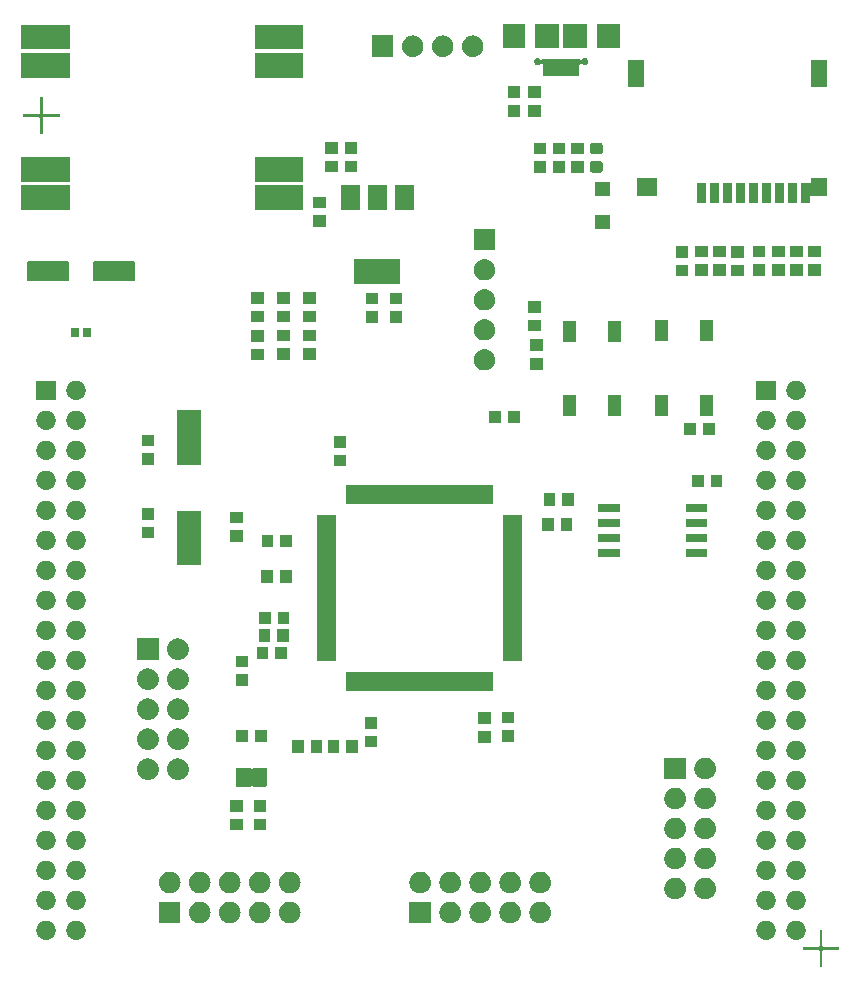
<source format=gts>
G04 #@! TF.GenerationSoftware,KiCad,Pcbnew,6.0.0-unknown-35da498~86~ubuntu19.04.1*
G04 #@! TF.CreationDate,2019-06-13T20:28:44-07:00*
G04 #@! TF.ProjectId,Nucleo-64-407,4e75636c-656f-42d3-9634-2d3430372e6b,rev?*
G04 #@! TF.SameCoordinates,PX328b740PY6ea0500*
G04 #@! TF.FileFunction,Soldermask,Top*
G04 #@! TF.FilePolarity,Negative*
%FSLAX46Y46*%
G04 Gerber Fmt 4.6, Leading zero omitted, Abs format (unit mm)*
G04 Created by KiCad (PCBNEW 6.0.0-unknown-35da498~86~ubuntu19.04.1) date 2019-06-13 20:28:44*
%MOMM*%
%LPD*%
G04 APERTURE LIST*
%ADD10C,0.100000*%
G04 APERTURE END LIST*
D10*
G36*
X68614500Y1739499D02*
G01*
X68634343Y1671919D01*
X68687573Y1625796D01*
X68739499Y1614500D01*
X70051000Y1614500D01*
X70051000Y1385500D01*
X68739499Y1385500D01*
X68671919Y1365657D01*
X68625796Y1312427D01*
X68614500Y1260501D01*
X68614500Y-51000D01*
X68385500Y-51000D01*
X68385500Y1260501D01*
X68365657Y1328081D01*
X68312427Y1374204D01*
X68260501Y1385500D01*
X66949000Y1385500D01*
X66949000Y1614500D01*
X68260501Y1614500D01*
X68328081Y1634343D01*
X68374204Y1687573D01*
X68385500Y1739499D01*
X68385500Y3051000D01*
X68614500Y3051000D01*
X68614500Y1739499D01*
X68614500Y1739499D01*
G37*
G36*
X63896471Y3867751D02*
G01*
X63948371Y3867389D01*
X63987715Y3858161D01*
X64021462Y3854614D01*
X64069796Y3838909D01*
X64125948Y3825739D01*
X64157116Y3810537D01*
X64184000Y3801802D01*
X64232844Y3773602D01*
X64289883Y3745782D01*
X64312433Y3727652D01*
X64331999Y3716355D01*
X64378017Y3674920D01*
X64432031Y3631492D01*
X64446440Y3613313D01*
X64459006Y3601998D01*
X64498593Y3547511D01*
X64545325Y3488550D01*
X64552865Y3472812D01*
X64559456Y3463741D01*
X64588934Y3397532D01*
X64624136Y3324060D01*
X64626731Y3312637D01*
X64628968Y3307613D01*
X64644874Y3232780D01*
X64664545Y3146198D01*
X64664467Y3140603D01*
X64664499Y3140452D01*
X64664499Y2969548D01*
X64661909Y2957361D01*
X64661682Y2941136D01*
X64642965Y2868240D01*
X64628968Y2802387D01*
X64622092Y2786942D01*
X64616322Y2764471D01*
X64584642Y2702828D01*
X64559456Y2646259D01*
X64546175Y2627980D01*
X64532950Y2602246D01*
X64492161Y2553636D01*
X64459006Y2508002D01*
X64437996Y2489084D01*
X64415708Y2462523D01*
X64369771Y2427655D01*
X64331999Y2393645D01*
X64302613Y2376679D01*
X64270425Y2352247D01*
X64223159Y2330806D01*
X64184000Y2308198D01*
X64146352Y2295965D01*
X64104320Y2276899D01*
X64059110Y2267619D01*
X64021462Y2255386D01*
X63976493Y2250659D01*
X63925651Y2240223D01*
X63885250Y2241069D01*
X63851500Y2237522D01*
X63800948Y2242835D01*
X63743295Y2244043D01*
X63709652Y2252431D01*
X63681538Y2255386D01*
X63627902Y2272814D01*
X63566318Y2288168D01*
X63540485Y2301217D01*
X63519000Y2308198D01*
X63465382Y2339155D01*
X63403514Y2370406D01*
X63385638Y2385194D01*
X63371001Y2393645D01*
X63320978Y2438685D01*
X63262976Y2486669D01*
X63252322Y2500503D01*
X63243994Y2508002D01*
X63201398Y2566631D01*
X63151689Y2631179D01*
X63146778Y2641808D01*
X63143544Y2646259D01*
X63112420Y2716166D01*
X63075183Y2796754D01*
X63037261Y2975163D01*
X63038501Y3063988D01*
X63038501Y3140452D01*
X63039643Y3145827D01*
X63039807Y3157541D01*
X63058969Y3236747D01*
X63074032Y3307613D01*
X63078590Y3317851D01*
X63082696Y3334822D01*
X63116160Y3402234D01*
X63143544Y3463741D01*
X63153482Y3477419D01*
X63163795Y3498195D01*
X63207593Y3551897D01*
X63243994Y3601998D01*
X63260786Y3617117D01*
X63279075Y3639542D01*
X63329086Y3678615D01*
X63371001Y3716355D01*
X63395483Y3730490D01*
X63422804Y3751835D01*
X63474980Y3776387D01*
X63519000Y3801802D01*
X63551275Y3812289D01*
X63587840Y3829495D01*
X63638532Y3840640D01*
X63681538Y3854614D01*
X63720908Y3858752D01*
X63765981Y3868662D01*
X63812129Y3868340D01*
X63851500Y3872478D01*
X63896471Y3867751D01*
X63896471Y3867751D01*
G37*
G36*
X2936471Y3867751D02*
G01*
X2988371Y3867389D01*
X3027715Y3858161D01*
X3061462Y3854614D01*
X3109796Y3838909D01*
X3165948Y3825739D01*
X3197116Y3810537D01*
X3224000Y3801802D01*
X3272844Y3773602D01*
X3329883Y3745782D01*
X3352433Y3727652D01*
X3371999Y3716355D01*
X3418017Y3674920D01*
X3472031Y3631492D01*
X3486440Y3613313D01*
X3499006Y3601998D01*
X3538593Y3547511D01*
X3585325Y3488550D01*
X3592865Y3472812D01*
X3599456Y3463741D01*
X3628934Y3397532D01*
X3664136Y3324060D01*
X3666731Y3312637D01*
X3668968Y3307613D01*
X3684874Y3232780D01*
X3704545Y3146198D01*
X3704467Y3140603D01*
X3704499Y3140452D01*
X3704499Y2969548D01*
X3701909Y2957361D01*
X3701682Y2941136D01*
X3682965Y2868240D01*
X3668968Y2802387D01*
X3662092Y2786942D01*
X3656322Y2764471D01*
X3624642Y2702828D01*
X3599456Y2646259D01*
X3586175Y2627980D01*
X3572950Y2602246D01*
X3532161Y2553636D01*
X3499006Y2508002D01*
X3477996Y2489084D01*
X3455708Y2462523D01*
X3409771Y2427655D01*
X3371999Y2393645D01*
X3342613Y2376679D01*
X3310425Y2352247D01*
X3263159Y2330806D01*
X3224000Y2308198D01*
X3186352Y2295965D01*
X3144320Y2276899D01*
X3099110Y2267619D01*
X3061462Y2255386D01*
X3016493Y2250659D01*
X2965651Y2240223D01*
X2925250Y2241069D01*
X2891500Y2237522D01*
X2840948Y2242835D01*
X2783295Y2244043D01*
X2749652Y2252431D01*
X2721538Y2255386D01*
X2667902Y2272814D01*
X2606318Y2288168D01*
X2580485Y2301217D01*
X2559000Y2308198D01*
X2505382Y2339155D01*
X2443514Y2370406D01*
X2425638Y2385194D01*
X2411001Y2393645D01*
X2360978Y2438685D01*
X2302976Y2486669D01*
X2292322Y2500503D01*
X2283994Y2508002D01*
X2241398Y2566631D01*
X2191689Y2631179D01*
X2186778Y2641808D01*
X2183544Y2646259D01*
X2152420Y2716166D01*
X2115183Y2796754D01*
X2077261Y2975163D01*
X2078501Y3063988D01*
X2078501Y3140452D01*
X2079643Y3145827D01*
X2079807Y3157541D01*
X2098969Y3236747D01*
X2114032Y3307613D01*
X2118590Y3317851D01*
X2122696Y3334822D01*
X2156160Y3402234D01*
X2183544Y3463741D01*
X2193482Y3477419D01*
X2203795Y3498195D01*
X2247593Y3551897D01*
X2283994Y3601998D01*
X2300786Y3617117D01*
X2319075Y3639542D01*
X2369086Y3678615D01*
X2411001Y3716355D01*
X2435483Y3730490D01*
X2462804Y3751835D01*
X2514980Y3776387D01*
X2559000Y3801802D01*
X2591275Y3812289D01*
X2627840Y3829495D01*
X2678532Y3840640D01*
X2721538Y3854614D01*
X2760908Y3858752D01*
X2805981Y3868662D01*
X2852129Y3868340D01*
X2891500Y3872478D01*
X2936471Y3867751D01*
X2936471Y3867751D01*
G37*
G36*
X66436471Y3867751D02*
G01*
X66488371Y3867389D01*
X66527715Y3858161D01*
X66561462Y3854614D01*
X66609796Y3838909D01*
X66665948Y3825739D01*
X66697116Y3810537D01*
X66724000Y3801802D01*
X66772844Y3773602D01*
X66829883Y3745782D01*
X66852433Y3727652D01*
X66871999Y3716355D01*
X66918017Y3674920D01*
X66972031Y3631492D01*
X66986440Y3613313D01*
X66999006Y3601998D01*
X67038593Y3547511D01*
X67085325Y3488550D01*
X67092865Y3472812D01*
X67099456Y3463741D01*
X67128934Y3397532D01*
X67164136Y3324060D01*
X67166731Y3312637D01*
X67168968Y3307613D01*
X67184874Y3232780D01*
X67204545Y3146198D01*
X67204467Y3140603D01*
X67204499Y3140452D01*
X67204499Y2969548D01*
X67201909Y2957361D01*
X67201682Y2941136D01*
X67182965Y2868240D01*
X67168968Y2802387D01*
X67162092Y2786942D01*
X67156322Y2764471D01*
X67124642Y2702828D01*
X67099456Y2646259D01*
X67086175Y2627980D01*
X67072950Y2602246D01*
X67032161Y2553636D01*
X66999006Y2508002D01*
X66977996Y2489084D01*
X66955708Y2462523D01*
X66909771Y2427655D01*
X66871999Y2393645D01*
X66842613Y2376679D01*
X66810425Y2352247D01*
X66763159Y2330806D01*
X66724000Y2308198D01*
X66686352Y2295965D01*
X66644320Y2276899D01*
X66599110Y2267619D01*
X66561462Y2255386D01*
X66516493Y2250659D01*
X66465651Y2240223D01*
X66425250Y2241069D01*
X66391500Y2237522D01*
X66340948Y2242835D01*
X66283295Y2244043D01*
X66249652Y2252431D01*
X66221538Y2255386D01*
X66167902Y2272814D01*
X66106318Y2288168D01*
X66080485Y2301217D01*
X66059000Y2308198D01*
X66005382Y2339155D01*
X65943514Y2370406D01*
X65925638Y2385194D01*
X65911001Y2393645D01*
X65860978Y2438685D01*
X65802976Y2486669D01*
X65792322Y2500503D01*
X65783994Y2508002D01*
X65741398Y2566631D01*
X65691689Y2631179D01*
X65686778Y2641808D01*
X65683544Y2646259D01*
X65652420Y2716166D01*
X65615183Y2796754D01*
X65577261Y2975163D01*
X65578501Y3063988D01*
X65578501Y3140452D01*
X65579643Y3145827D01*
X65579807Y3157541D01*
X65598969Y3236747D01*
X65614032Y3307613D01*
X65618590Y3317851D01*
X65622696Y3334822D01*
X65656160Y3402234D01*
X65683544Y3463741D01*
X65693482Y3477419D01*
X65703795Y3498195D01*
X65747593Y3551897D01*
X65783994Y3601998D01*
X65800786Y3617117D01*
X65819075Y3639542D01*
X65869086Y3678615D01*
X65911001Y3716355D01*
X65935483Y3730490D01*
X65962804Y3751835D01*
X66014980Y3776387D01*
X66059000Y3801802D01*
X66091275Y3812289D01*
X66127840Y3829495D01*
X66178532Y3840640D01*
X66221538Y3854614D01*
X66260908Y3858752D01*
X66305981Y3868662D01*
X66352129Y3868340D01*
X66391500Y3872478D01*
X66436471Y3867751D01*
X66436471Y3867751D01*
G37*
G36*
X5476471Y3867751D02*
G01*
X5528371Y3867389D01*
X5567715Y3858161D01*
X5601462Y3854614D01*
X5649796Y3838909D01*
X5705948Y3825739D01*
X5737116Y3810537D01*
X5764000Y3801802D01*
X5812844Y3773602D01*
X5869883Y3745782D01*
X5892433Y3727652D01*
X5911999Y3716355D01*
X5958017Y3674920D01*
X6012031Y3631492D01*
X6026440Y3613313D01*
X6039006Y3601998D01*
X6078593Y3547511D01*
X6125325Y3488550D01*
X6132865Y3472812D01*
X6139456Y3463741D01*
X6168934Y3397532D01*
X6204136Y3324060D01*
X6206731Y3312637D01*
X6208968Y3307613D01*
X6224874Y3232780D01*
X6244545Y3146198D01*
X6244467Y3140603D01*
X6244499Y3140452D01*
X6244499Y2969548D01*
X6241909Y2957361D01*
X6241682Y2941136D01*
X6222965Y2868240D01*
X6208968Y2802387D01*
X6202092Y2786942D01*
X6196322Y2764471D01*
X6164642Y2702828D01*
X6139456Y2646259D01*
X6126175Y2627980D01*
X6112950Y2602246D01*
X6072161Y2553636D01*
X6039006Y2508002D01*
X6017996Y2489084D01*
X5995708Y2462523D01*
X5949771Y2427655D01*
X5911999Y2393645D01*
X5882613Y2376679D01*
X5850425Y2352247D01*
X5803159Y2330806D01*
X5764000Y2308198D01*
X5726352Y2295965D01*
X5684320Y2276899D01*
X5639110Y2267619D01*
X5601462Y2255386D01*
X5556493Y2250659D01*
X5505651Y2240223D01*
X5465250Y2241069D01*
X5431500Y2237522D01*
X5380948Y2242835D01*
X5323295Y2244043D01*
X5289652Y2252431D01*
X5261538Y2255386D01*
X5207902Y2272814D01*
X5146318Y2288168D01*
X5120485Y2301217D01*
X5099000Y2308198D01*
X5045382Y2339155D01*
X4983514Y2370406D01*
X4965638Y2385194D01*
X4951001Y2393645D01*
X4900978Y2438685D01*
X4842976Y2486669D01*
X4832322Y2500503D01*
X4823994Y2508002D01*
X4781398Y2566631D01*
X4731689Y2631179D01*
X4726778Y2641808D01*
X4723544Y2646259D01*
X4692420Y2716166D01*
X4655183Y2796754D01*
X4617261Y2975163D01*
X4618501Y3063988D01*
X4618501Y3140452D01*
X4619643Y3145827D01*
X4619807Y3157541D01*
X4638969Y3236747D01*
X4654032Y3307613D01*
X4658590Y3317851D01*
X4662696Y3334822D01*
X4696160Y3402234D01*
X4723544Y3463741D01*
X4733482Y3477419D01*
X4743795Y3498195D01*
X4787593Y3551897D01*
X4823994Y3601998D01*
X4840786Y3617117D01*
X4859075Y3639542D01*
X4909086Y3678615D01*
X4951001Y3716355D01*
X4975483Y3730490D01*
X5002804Y3751835D01*
X5054980Y3776387D01*
X5099000Y3801802D01*
X5131275Y3812289D01*
X5167840Y3829495D01*
X5218532Y3840640D01*
X5261538Y3854614D01*
X5300908Y3858752D01*
X5345981Y3868662D01*
X5392129Y3868340D01*
X5431500Y3872478D01*
X5476471Y3867751D01*
X5476471Y3867751D01*
G37*
G36*
X23708703Y5457541D02*
G01*
X23791035Y5430789D01*
X23879546Y5402712D01*
X23882578Y5401045D01*
X23891550Y5398130D01*
X23964639Y5355932D01*
X24036723Y5316304D01*
X24044324Y5309926D01*
X24058049Y5302002D01*
X24116643Y5249243D01*
X24174122Y5201013D01*
X24184386Y5188247D01*
X24200923Y5173357D01*
X24243742Y5114423D01*
X24286512Y5061226D01*
X24297085Y5041001D01*
X24313929Y5017818D01*
X24341043Y4956918D01*
X24369610Y4902276D01*
X24377876Y4874192D01*
X24392127Y4842183D01*
X24404684Y4783107D01*
X24420252Y4730212D01*
X24423490Y4694630D01*
X24432099Y4654128D01*
X24432099Y4600029D01*
X24436508Y4551580D01*
X24432099Y4509631D01*
X24432099Y4461872D01*
X24422169Y4415156D01*
X24417760Y4373205D01*
X24403374Y4326732D01*
X24392127Y4273817D01*
X24375285Y4235989D01*
X24364720Y4201859D01*
X24338494Y4153355D01*
X24313929Y4098181D01*
X24293337Y4069839D01*
X24279413Y4044087D01*
X24240106Y3996574D01*
X24200923Y3942643D01*
X24179629Y3923469D01*
X24165079Y3905882D01*
X24112186Y3862743D01*
X24058049Y3813998D01*
X24038773Y3802869D01*
X24026085Y3792521D01*
X23959851Y3757303D01*
X23891550Y3717870D01*
X23876477Y3712973D01*
X23867714Y3708313D01*
X23788947Y3684532D01*
X23708703Y3658459D01*
X23699323Y3657473D01*
X23696007Y3656472D01*
X23603445Y3647396D01*
X23565424Y3643400D01*
X23469576Y3643400D01*
X23326297Y3658459D01*
X23243965Y3685211D01*
X23155454Y3713288D01*
X23152422Y3714955D01*
X23143450Y3717870D01*
X23070361Y3760068D01*
X22998277Y3799696D01*
X22990676Y3806074D01*
X22976951Y3813998D01*
X22918357Y3866757D01*
X22860878Y3914987D01*
X22850614Y3927753D01*
X22834077Y3942643D01*
X22791258Y4001577D01*
X22748488Y4054774D01*
X22737915Y4074999D01*
X22721071Y4098182D01*
X22693957Y4159082D01*
X22665390Y4213724D01*
X22657124Y4241808D01*
X22642873Y4273817D01*
X22630316Y4332893D01*
X22614748Y4385788D01*
X22611510Y4421370D01*
X22602901Y4461872D01*
X22602901Y4515971D01*
X22598492Y4564420D01*
X22602901Y4606369D01*
X22602901Y4654128D01*
X22612831Y4700844D01*
X22617240Y4742795D01*
X22631626Y4789268D01*
X22642873Y4842183D01*
X22659715Y4880011D01*
X22670280Y4914141D01*
X22696506Y4962645D01*
X22721071Y5017819D01*
X22741663Y5046161D01*
X22755587Y5071913D01*
X22794894Y5119426D01*
X22834077Y5173357D01*
X22855371Y5192531D01*
X22869921Y5210118D01*
X22922814Y5253257D01*
X22976951Y5302002D01*
X22996227Y5313131D01*
X23008915Y5323479D01*
X23075149Y5358697D01*
X23143450Y5398130D01*
X23158523Y5403027D01*
X23167286Y5407687D01*
X23246053Y5431468D01*
X23326297Y5457541D01*
X23335677Y5458527D01*
X23338993Y5459528D01*
X23431555Y5468604D01*
X23469576Y5472600D01*
X23565424Y5472600D01*
X23708703Y5457541D01*
X23708703Y5457541D01*
G37*
G36*
X21168703Y5457541D02*
G01*
X21251035Y5430789D01*
X21339546Y5402712D01*
X21342578Y5401045D01*
X21351550Y5398130D01*
X21424639Y5355932D01*
X21496723Y5316304D01*
X21504324Y5309926D01*
X21518049Y5302002D01*
X21576643Y5249243D01*
X21634122Y5201013D01*
X21644386Y5188247D01*
X21660923Y5173357D01*
X21703742Y5114423D01*
X21746512Y5061226D01*
X21757085Y5041001D01*
X21773929Y5017818D01*
X21801043Y4956918D01*
X21829610Y4902276D01*
X21837876Y4874192D01*
X21852127Y4842183D01*
X21864684Y4783107D01*
X21880252Y4730212D01*
X21883490Y4694630D01*
X21892099Y4654128D01*
X21892099Y4600029D01*
X21896508Y4551580D01*
X21892099Y4509631D01*
X21892099Y4461872D01*
X21882169Y4415156D01*
X21877760Y4373205D01*
X21863374Y4326732D01*
X21852127Y4273817D01*
X21835285Y4235989D01*
X21824720Y4201859D01*
X21798494Y4153355D01*
X21773929Y4098181D01*
X21753337Y4069839D01*
X21739413Y4044087D01*
X21700106Y3996574D01*
X21660923Y3942643D01*
X21639629Y3923469D01*
X21625079Y3905882D01*
X21572186Y3862743D01*
X21518049Y3813998D01*
X21498773Y3802869D01*
X21486085Y3792521D01*
X21419851Y3757303D01*
X21351550Y3717870D01*
X21336477Y3712973D01*
X21327714Y3708313D01*
X21248947Y3684532D01*
X21168703Y3658459D01*
X21159323Y3657473D01*
X21156007Y3656472D01*
X21063445Y3647396D01*
X21025424Y3643400D01*
X20929576Y3643400D01*
X20786297Y3658459D01*
X20703965Y3685211D01*
X20615454Y3713288D01*
X20612422Y3714955D01*
X20603450Y3717870D01*
X20530361Y3760068D01*
X20458277Y3799696D01*
X20450676Y3806074D01*
X20436951Y3813998D01*
X20378357Y3866757D01*
X20320878Y3914987D01*
X20310614Y3927753D01*
X20294077Y3942643D01*
X20251258Y4001577D01*
X20208488Y4054774D01*
X20197915Y4074999D01*
X20181071Y4098182D01*
X20153957Y4159082D01*
X20125390Y4213724D01*
X20117124Y4241808D01*
X20102873Y4273817D01*
X20090316Y4332893D01*
X20074748Y4385788D01*
X20071510Y4421370D01*
X20062901Y4461872D01*
X20062901Y4515971D01*
X20058492Y4564420D01*
X20062901Y4606369D01*
X20062901Y4654128D01*
X20072831Y4700844D01*
X20077240Y4742795D01*
X20091626Y4789268D01*
X20102873Y4842183D01*
X20119715Y4880011D01*
X20130280Y4914141D01*
X20156506Y4962645D01*
X20181071Y5017819D01*
X20201663Y5046161D01*
X20215587Y5071913D01*
X20254894Y5119426D01*
X20294077Y5173357D01*
X20315371Y5192531D01*
X20329921Y5210118D01*
X20382814Y5253257D01*
X20436951Y5302002D01*
X20456227Y5313131D01*
X20468915Y5323479D01*
X20535149Y5358697D01*
X20603450Y5398130D01*
X20618523Y5403027D01*
X20627286Y5407687D01*
X20706053Y5431468D01*
X20786297Y5457541D01*
X20795677Y5458527D01*
X20798993Y5459528D01*
X20891555Y5468604D01*
X20929576Y5472600D01*
X21025424Y5472600D01*
X21168703Y5457541D01*
X21168703Y5457541D01*
G37*
G36*
X18628703Y5457541D02*
G01*
X18711035Y5430789D01*
X18799546Y5402712D01*
X18802578Y5401045D01*
X18811550Y5398130D01*
X18884639Y5355932D01*
X18956723Y5316304D01*
X18964324Y5309926D01*
X18978049Y5302002D01*
X19036643Y5249243D01*
X19094122Y5201013D01*
X19104386Y5188247D01*
X19120923Y5173357D01*
X19163742Y5114423D01*
X19206512Y5061226D01*
X19217085Y5041001D01*
X19233929Y5017818D01*
X19261043Y4956918D01*
X19289610Y4902276D01*
X19297876Y4874192D01*
X19312127Y4842183D01*
X19324684Y4783107D01*
X19340252Y4730212D01*
X19343490Y4694630D01*
X19352099Y4654128D01*
X19352099Y4600029D01*
X19356508Y4551580D01*
X19352099Y4509631D01*
X19352099Y4461872D01*
X19342169Y4415156D01*
X19337760Y4373205D01*
X19323374Y4326732D01*
X19312127Y4273817D01*
X19295285Y4235989D01*
X19284720Y4201859D01*
X19258494Y4153355D01*
X19233929Y4098181D01*
X19213337Y4069839D01*
X19199413Y4044087D01*
X19160106Y3996574D01*
X19120923Y3942643D01*
X19099629Y3923469D01*
X19085079Y3905882D01*
X19032186Y3862743D01*
X18978049Y3813998D01*
X18958773Y3802869D01*
X18946085Y3792521D01*
X18879851Y3757303D01*
X18811550Y3717870D01*
X18796477Y3712973D01*
X18787714Y3708313D01*
X18708947Y3684532D01*
X18628703Y3658459D01*
X18619323Y3657473D01*
X18616007Y3656472D01*
X18523445Y3647396D01*
X18485424Y3643400D01*
X18389576Y3643400D01*
X18246297Y3658459D01*
X18163965Y3685211D01*
X18075454Y3713288D01*
X18072422Y3714955D01*
X18063450Y3717870D01*
X17990361Y3760068D01*
X17918277Y3799696D01*
X17910676Y3806074D01*
X17896951Y3813998D01*
X17838357Y3866757D01*
X17780878Y3914987D01*
X17770614Y3927753D01*
X17754077Y3942643D01*
X17711258Y4001577D01*
X17668488Y4054774D01*
X17657915Y4074999D01*
X17641071Y4098182D01*
X17613957Y4159082D01*
X17585390Y4213724D01*
X17577124Y4241808D01*
X17562873Y4273817D01*
X17550316Y4332893D01*
X17534748Y4385788D01*
X17531510Y4421370D01*
X17522901Y4461872D01*
X17522901Y4515971D01*
X17518492Y4564420D01*
X17522901Y4606369D01*
X17522901Y4654128D01*
X17532831Y4700844D01*
X17537240Y4742795D01*
X17551626Y4789268D01*
X17562873Y4842183D01*
X17579715Y4880011D01*
X17590280Y4914141D01*
X17616506Y4962645D01*
X17641071Y5017819D01*
X17661663Y5046161D01*
X17675587Y5071913D01*
X17714894Y5119426D01*
X17754077Y5173357D01*
X17775371Y5192531D01*
X17789921Y5210118D01*
X17842814Y5253257D01*
X17896951Y5302002D01*
X17916227Y5313131D01*
X17928915Y5323479D01*
X17995149Y5358697D01*
X18063450Y5398130D01*
X18078523Y5403027D01*
X18087286Y5407687D01*
X18166053Y5431468D01*
X18246297Y5457541D01*
X18255677Y5458527D01*
X18258993Y5459528D01*
X18351555Y5468604D01*
X18389576Y5472600D01*
X18485424Y5472600D01*
X18628703Y5457541D01*
X18628703Y5457541D01*
G37*
G36*
X16088703Y5457541D02*
G01*
X16171035Y5430789D01*
X16259546Y5402712D01*
X16262578Y5401045D01*
X16271550Y5398130D01*
X16344639Y5355932D01*
X16416723Y5316304D01*
X16424324Y5309926D01*
X16438049Y5302002D01*
X16496643Y5249243D01*
X16554122Y5201013D01*
X16564386Y5188247D01*
X16580923Y5173357D01*
X16623742Y5114423D01*
X16666512Y5061226D01*
X16677085Y5041001D01*
X16693929Y5017818D01*
X16721043Y4956918D01*
X16749610Y4902276D01*
X16757876Y4874192D01*
X16772127Y4842183D01*
X16784684Y4783107D01*
X16800252Y4730212D01*
X16803490Y4694630D01*
X16812099Y4654128D01*
X16812099Y4600029D01*
X16816508Y4551580D01*
X16812099Y4509631D01*
X16812099Y4461872D01*
X16802169Y4415156D01*
X16797760Y4373205D01*
X16783374Y4326732D01*
X16772127Y4273817D01*
X16755285Y4235989D01*
X16744720Y4201859D01*
X16718494Y4153355D01*
X16693929Y4098181D01*
X16673337Y4069839D01*
X16659413Y4044087D01*
X16620106Y3996574D01*
X16580923Y3942643D01*
X16559629Y3923469D01*
X16545079Y3905882D01*
X16492186Y3862743D01*
X16438049Y3813998D01*
X16418773Y3802869D01*
X16406085Y3792521D01*
X16339851Y3757303D01*
X16271550Y3717870D01*
X16256477Y3712973D01*
X16247714Y3708313D01*
X16168947Y3684532D01*
X16088703Y3658459D01*
X16079323Y3657473D01*
X16076007Y3656472D01*
X15983445Y3647396D01*
X15945424Y3643400D01*
X15849576Y3643400D01*
X15706297Y3658459D01*
X15623965Y3685211D01*
X15535454Y3713288D01*
X15532422Y3714955D01*
X15523450Y3717870D01*
X15450361Y3760068D01*
X15378277Y3799696D01*
X15370676Y3806074D01*
X15356951Y3813998D01*
X15298357Y3866757D01*
X15240878Y3914987D01*
X15230614Y3927753D01*
X15214077Y3942643D01*
X15171258Y4001577D01*
X15128488Y4054774D01*
X15117915Y4074999D01*
X15101071Y4098182D01*
X15073957Y4159082D01*
X15045390Y4213724D01*
X15037124Y4241808D01*
X15022873Y4273817D01*
X15010316Y4332893D01*
X14994748Y4385788D01*
X14991510Y4421370D01*
X14982901Y4461872D01*
X14982901Y4515971D01*
X14978492Y4564420D01*
X14982901Y4606369D01*
X14982901Y4654128D01*
X14992831Y4700844D01*
X14997240Y4742795D01*
X15011626Y4789268D01*
X15022873Y4842183D01*
X15039715Y4880011D01*
X15050280Y4914141D01*
X15076506Y4962645D01*
X15101071Y5017819D01*
X15121663Y5046161D01*
X15135587Y5071913D01*
X15174894Y5119426D01*
X15214077Y5173357D01*
X15235371Y5192531D01*
X15249921Y5210118D01*
X15302814Y5253257D01*
X15356951Y5302002D01*
X15376227Y5313131D01*
X15388915Y5323479D01*
X15455149Y5358697D01*
X15523450Y5398130D01*
X15538523Y5403027D01*
X15547286Y5407687D01*
X15626053Y5431468D01*
X15706297Y5457541D01*
X15715677Y5458527D01*
X15718993Y5459528D01*
X15811555Y5468604D01*
X15849576Y5472600D01*
X15945424Y5472600D01*
X16088703Y5457541D01*
X16088703Y5457541D01*
G37*
G36*
X14272100Y3643400D02*
G01*
X12442900Y3643400D01*
X12442900Y5472600D01*
X14272100Y5472600D01*
X14272100Y3643400D01*
X14272100Y3643400D01*
G37*
G36*
X35481100Y3643400D02*
G01*
X33651900Y3643400D01*
X33651900Y5472600D01*
X35481100Y5472600D01*
X35481100Y3643400D01*
X35481100Y3643400D01*
G37*
G36*
X44917703Y5457541D02*
G01*
X45000035Y5430789D01*
X45088546Y5402712D01*
X45091578Y5401045D01*
X45100550Y5398130D01*
X45173639Y5355932D01*
X45245723Y5316304D01*
X45253324Y5309926D01*
X45267049Y5302002D01*
X45325643Y5249243D01*
X45383122Y5201013D01*
X45393386Y5188247D01*
X45409923Y5173357D01*
X45452742Y5114423D01*
X45495512Y5061226D01*
X45506085Y5041001D01*
X45522929Y5017818D01*
X45550043Y4956918D01*
X45578610Y4902276D01*
X45586876Y4874192D01*
X45601127Y4842183D01*
X45613684Y4783107D01*
X45629252Y4730212D01*
X45632490Y4694630D01*
X45641099Y4654128D01*
X45641099Y4600029D01*
X45645508Y4551580D01*
X45641099Y4509631D01*
X45641099Y4461872D01*
X45631169Y4415156D01*
X45626760Y4373205D01*
X45612374Y4326732D01*
X45601127Y4273817D01*
X45584285Y4235989D01*
X45573720Y4201859D01*
X45547494Y4153355D01*
X45522929Y4098181D01*
X45502337Y4069839D01*
X45488413Y4044087D01*
X45449106Y3996574D01*
X45409923Y3942643D01*
X45388629Y3923469D01*
X45374079Y3905882D01*
X45321186Y3862743D01*
X45267049Y3813998D01*
X45247773Y3802869D01*
X45235085Y3792521D01*
X45168851Y3757303D01*
X45100550Y3717870D01*
X45085477Y3712973D01*
X45076714Y3708313D01*
X44997947Y3684532D01*
X44917703Y3658459D01*
X44908323Y3657473D01*
X44905007Y3656472D01*
X44812445Y3647396D01*
X44774424Y3643400D01*
X44678576Y3643400D01*
X44535297Y3658459D01*
X44452965Y3685211D01*
X44364454Y3713288D01*
X44361422Y3714955D01*
X44352450Y3717870D01*
X44279361Y3760068D01*
X44207277Y3799696D01*
X44199676Y3806074D01*
X44185951Y3813998D01*
X44127357Y3866757D01*
X44069878Y3914987D01*
X44059614Y3927753D01*
X44043077Y3942643D01*
X44000258Y4001577D01*
X43957488Y4054774D01*
X43946915Y4074999D01*
X43930071Y4098182D01*
X43902957Y4159082D01*
X43874390Y4213724D01*
X43866124Y4241808D01*
X43851873Y4273817D01*
X43839316Y4332893D01*
X43823748Y4385788D01*
X43820510Y4421370D01*
X43811901Y4461872D01*
X43811901Y4515971D01*
X43807492Y4564420D01*
X43811901Y4606369D01*
X43811901Y4654128D01*
X43821831Y4700844D01*
X43826240Y4742795D01*
X43840626Y4789268D01*
X43851873Y4842183D01*
X43868715Y4880011D01*
X43879280Y4914141D01*
X43905506Y4962645D01*
X43930071Y5017819D01*
X43950663Y5046161D01*
X43964587Y5071913D01*
X44003894Y5119426D01*
X44043077Y5173357D01*
X44064371Y5192531D01*
X44078921Y5210118D01*
X44131814Y5253257D01*
X44185951Y5302002D01*
X44205227Y5313131D01*
X44217915Y5323479D01*
X44284149Y5358697D01*
X44352450Y5398130D01*
X44367523Y5403027D01*
X44376286Y5407687D01*
X44455053Y5431468D01*
X44535297Y5457541D01*
X44544677Y5458527D01*
X44547993Y5459528D01*
X44640555Y5468604D01*
X44678576Y5472600D01*
X44774424Y5472600D01*
X44917703Y5457541D01*
X44917703Y5457541D01*
G37*
G36*
X39837703Y5457541D02*
G01*
X39920035Y5430789D01*
X40008546Y5402712D01*
X40011578Y5401045D01*
X40020550Y5398130D01*
X40093639Y5355932D01*
X40165723Y5316304D01*
X40173324Y5309926D01*
X40187049Y5302002D01*
X40245643Y5249243D01*
X40303122Y5201013D01*
X40313386Y5188247D01*
X40329923Y5173357D01*
X40372742Y5114423D01*
X40415512Y5061226D01*
X40426085Y5041001D01*
X40442929Y5017818D01*
X40470043Y4956918D01*
X40498610Y4902276D01*
X40506876Y4874192D01*
X40521127Y4842183D01*
X40533684Y4783107D01*
X40549252Y4730212D01*
X40552490Y4694630D01*
X40561099Y4654128D01*
X40561099Y4600029D01*
X40565508Y4551580D01*
X40561099Y4509631D01*
X40561099Y4461872D01*
X40551169Y4415156D01*
X40546760Y4373205D01*
X40532374Y4326732D01*
X40521127Y4273817D01*
X40504285Y4235989D01*
X40493720Y4201859D01*
X40467494Y4153355D01*
X40442929Y4098181D01*
X40422337Y4069839D01*
X40408413Y4044087D01*
X40369106Y3996574D01*
X40329923Y3942643D01*
X40308629Y3923469D01*
X40294079Y3905882D01*
X40241186Y3862743D01*
X40187049Y3813998D01*
X40167773Y3802869D01*
X40155085Y3792521D01*
X40088851Y3757303D01*
X40020550Y3717870D01*
X40005477Y3712973D01*
X39996714Y3708313D01*
X39917947Y3684532D01*
X39837703Y3658459D01*
X39828323Y3657473D01*
X39825007Y3656472D01*
X39732445Y3647396D01*
X39694424Y3643400D01*
X39598576Y3643400D01*
X39455297Y3658459D01*
X39372965Y3685211D01*
X39284454Y3713288D01*
X39281422Y3714955D01*
X39272450Y3717870D01*
X39199361Y3760068D01*
X39127277Y3799696D01*
X39119676Y3806074D01*
X39105951Y3813998D01*
X39047357Y3866757D01*
X38989878Y3914987D01*
X38979614Y3927753D01*
X38963077Y3942643D01*
X38920258Y4001577D01*
X38877488Y4054774D01*
X38866915Y4074999D01*
X38850071Y4098182D01*
X38822957Y4159082D01*
X38794390Y4213724D01*
X38786124Y4241808D01*
X38771873Y4273817D01*
X38759316Y4332893D01*
X38743748Y4385788D01*
X38740510Y4421370D01*
X38731901Y4461872D01*
X38731901Y4515971D01*
X38727492Y4564420D01*
X38731901Y4606369D01*
X38731901Y4654128D01*
X38741831Y4700844D01*
X38746240Y4742795D01*
X38760626Y4789268D01*
X38771873Y4842183D01*
X38788715Y4880011D01*
X38799280Y4914141D01*
X38825506Y4962645D01*
X38850071Y5017819D01*
X38870663Y5046161D01*
X38884587Y5071913D01*
X38923894Y5119426D01*
X38963077Y5173357D01*
X38984371Y5192531D01*
X38998921Y5210118D01*
X39051814Y5253257D01*
X39105951Y5302002D01*
X39125227Y5313131D01*
X39137915Y5323479D01*
X39204149Y5358697D01*
X39272450Y5398130D01*
X39287523Y5403027D01*
X39296286Y5407687D01*
X39375053Y5431468D01*
X39455297Y5457541D01*
X39464677Y5458527D01*
X39467993Y5459528D01*
X39560555Y5468604D01*
X39598576Y5472600D01*
X39694424Y5472600D01*
X39837703Y5457541D01*
X39837703Y5457541D01*
G37*
G36*
X37297703Y5457541D02*
G01*
X37380035Y5430789D01*
X37468546Y5402712D01*
X37471578Y5401045D01*
X37480550Y5398130D01*
X37553639Y5355932D01*
X37625723Y5316304D01*
X37633324Y5309926D01*
X37647049Y5302002D01*
X37705643Y5249243D01*
X37763122Y5201013D01*
X37773386Y5188247D01*
X37789923Y5173357D01*
X37832742Y5114423D01*
X37875512Y5061226D01*
X37886085Y5041001D01*
X37902929Y5017818D01*
X37930043Y4956918D01*
X37958610Y4902276D01*
X37966876Y4874192D01*
X37981127Y4842183D01*
X37993684Y4783107D01*
X38009252Y4730212D01*
X38012490Y4694630D01*
X38021099Y4654128D01*
X38021099Y4600029D01*
X38025508Y4551580D01*
X38021099Y4509631D01*
X38021099Y4461872D01*
X38011169Y4415156D01*
X38006760Y4373205D01*
X37992374Y4326732D01*
X37981127Y4273817D01*
X37964285Y4235989D01*
X37953720Y4201859D01*
X37927494Y4153355D01*
X37902929Y4098181D01*
X37882337Y4069839D01*
X37868413Y4044087D01*
X37829106Y3996574D01*
X37789923Y3942643D01*
X37768629Y3923469D01*
X37754079Y3905882D01*
X37701186Y3862743D01*
X37647049Y3813998D01*
X37627773Y3802869D01*
X37615085Y3792521D01*
X37548851Y3757303D01*
X37480550Y3717870D01*
X37465477Y3712973D01*
X37456714Y3708313D01*
X37377947Y3684532D01*
X37297703Y3658459D01*
X37288323Y3657473D01*
X37285007Y3656472D01*
X37192445Y3647396D01*
X37154424Y3643400D01*
X37058576Y3643400D01*
X36915297Y3658459D01*
X36832965Y3685211D01*
X36744454Y3713288D01*
X36741422Y3714955D01*
X36732450Y3717870D01*
X36659361Y3760068D01*
X36587277Y3799696D01*
X36579676Y3806074D01*
X36565951Y3813998D01*
X36507357Y3866757D01*
X36449878Y3914987D01*
X36439614Y3927753D01*
X36423077Y3942643D01*
X36380258Y4001577D01*
X36337488Y4054774D01*
X36326915Y4074999D01*
X36310071Y4098182D01*
X36282957Y4159082D01*
X36254390Y4213724D01*
X36246124Y4241808D01*
X36231873Y4273817D01*
X36219316Y4332893D01*
X36203748Y4385788D01*
X36200510Y4421370D01*
X36191901Y4461872D01*
X36191901Y4515971D01*
X36187492Y4564420D01*
X36191901Y4606369D01*
X36191901Y4654128D01*
X36201831Y4700844D01*
X36206240Y4742795D01*
X36220626Y4789268D01*
X36231873Y4842183D01*
X36248715Y4880011D01*
X36259280Y4914141D01*
X36285506Y4962645D01*
X36310071Y5017819D01*
X36330663Y5046161D01*
X36344587Y5071913D01*
X36383894Y5119426D01*
X36423077Y5173357D01*
X36444371Y5192531D01*
X36458921Y5210118D01*
X36511814Y5253257D01*
X36565951Y5302002D01*
X36585227Y5313131D01*
X36597915Y5323479D01*
X36664149Y5358697D01*
X36732450Y5398130D01*
X36747523Y5403027D01*
X36756286Y5407687D01*
X36835053Y5431468D01*
X36915297Y5457541D01*
X36924677Y5458527D01*
X36927993Y5459528D01*
X37020555Y5468604D01*
X37058576Y5472600D01*
X37154424Y5472600D01*
X37297703Y5457541D01*
X37297703Y5457541D01*
G37*
G36*
X42377703Y5457541D02*
G01*
X42460035Y5430789D01*
X42548546Y5402712D01*
X42551578Y5401045D01*
X42560550Y5398130D01*
X42633639Y5355932D01*
X42705723Y5316304D01*
X42713324Y5309926D01*
X42727049Y5302002D01*
X42785643Y5249243D01*
X42843122Y5201013D01*
X42853386Y5188247D01*
X42869923Y5173357D01*
X42912742Y5114423D01*
X42955512Y5061226D01*
X42966085Y5041001D01*
X42982929Y5017818D01*
X43010043Y4956918D01*
X43038610Y4902276D01*
X43046876Y4874192D01*
X43061127Y4842183D01*
X43073684Y4783107D01*
X43089252Y4730212D01*
X43092490Y4694630D01*
X43101099Y4654128D01*
X43101099Y4600029D01*
X43105508Y4551580D01*
X43101099Y4509631D01*
X43101099Y4461872D01*
X43091169Y4415156D01*
X43086760Y4373205D01*
X43072374Y4326732D01*
X43061127Y4273817D01*
X43044285Y4235989D01*
X43033720Y4201859D01*
X43007494Y4153355D01*
X42982929Y4098181D01*
X42962337Y4069839D01*
X42948413Y4044087D01*
X42909106Y3996574D01*
X42869923Y3942643D01*
X42848629Y3923469D01*
X42834079Y3905882D01*
X42781186Y3862743D01*
X42727049Y3813998D01*
X42707773Y3802869D01*
X42695085Y3792521D01*
X42628851Y3757303D01*
X42560550Y3717870D01*
X42545477Y3712973D01*
X42536714Y3708313D01*
X42457947Y3684532D01*
X42377703Y3658459D01*
X42368323Y3657473D01*
X42365007Y3656472D01*
X42272445Y3647396D01*
X42234424Y3643400D01*
X42138576Y3643400D01*
X41995297Y3658459D01*
X41912965Y3685211D01*
X41824454Y3713288D01*
X41821422Y3714955D01*
X41812450Y3717870D01*
X41739361Y3760068D01*
X41667277Y3799696D01*
X41659676Y3806074D01*
X41645951Y3813998D01*
X41587357Y3866757D01*
X41529878Y3914987D01*
X41519614Y3927753D01*
X41503077Y3942643D01*
X41460258Y4001577D01*
X41417488Y4054774D01*
X41406915Y4074999D01*
X41390071Y4098182D01*
X41362957Y4159082D01*
X41334390Y4213724D01*
X41326124Y4241808D01*
X41311873Y4273817D01*
X41299316Y4332893D01*
X41283748Y4385788D01*
X41280510Y4421370D01*
X41271901Y4461872D01*
X41271901Y4515971D01*
X41267492Y4564420D01*
X41271901Y4606369D01*
X41271901Y4654128D01*
X41281831Y4700844D01*
X41286240Y4742795D01*
X41300626Y4789268D01*
X41311873Y4842183D01*
X41328715Y4880011D01*
X41339280Y4914141D01*
X41365506Y4962645D01*
X41390071Y5017819D01*
X41410663Y5046161D01*
X41424587Y5071913D01*
X41463894Y5119426D01*
X41503077Y5173357D01*
X41524371Y5192531D01*
X41538921Y5210118D01*
X41591814Y5253257D01*
X41645951Y5302002D01*
X41665227Y5313131D01*
X41677915Y5323479D01*
X41744149Y5358697D01*
X41812450Y5398130D01*
X41827523Y5403027D01*
X41836286Y5407687D01*
X41915053Y5431468D01*
X41995297Y5457541D01*
X42004677Y5458527D01*
X42007993Y5459528D01*
X42100555Y5468604D01*
X42138576Y5472600D01*
X42234424Y5472600D01*
X42377703Y5457541D01*
X42377703Y5457541D01*
G37*
G36*
X5476471Y6407751D02*
G01*
X5528371Y6407389D01*
X5567715Y6398161D01*
X5601462Y6394614D01*
X5649796Y6378909D01*
X5705948Y6365739D01*
X5737116Y6350537D01*
X5764000Y6341802D01*
X5812844Y6313602D01*
X5869883Y6285782D01*
X5892433Y6267652D01*
X5911999Y6256355D01*
X5958017Y6214920D01*
X6012031Y6171492D01*
X6026440Y6153313D01*
X6039006Y6141998D01*
X6078593Y6087511D01*
X6125325Y6028550D01*
X6132865Y6012812D01*
X6139456Y6003741D01*
X6168934Y5937532D01*
X6204136Y5864060D01*
X6206731Y5852637D01*
X6208968Y5847613D01*
X6224874Y5772780D01*
X6244545Y5686198D01*
X6244467Y5680603D01*
X6244499Y5680452D01*
X6244499Y5509548D01*
X6241909Y5497361D01*
X6241682Y5481136D01*
X6222965Y5408240D01*
X6208968Y5342387D01*
X6202092Y5326942D01*
X6196322Y5304471D01*
X6164642Y5242828D01*
X6139456Y5186259D01*
X6126175Y5167980D01*
X6112950Y5142246D01*
X6072161Y5093636D01*
X6039006Y5048002D01*
X6017996Y5029084D01*
X5995708Y5002523D01*
X5949771Y4967655D01*
X5911999Y4933645D01*
X5882613Y4916679D01*
X5850425Y4892247D01*
X5803159Y4870806D01*
X5764000Y4848198D01*
X5726352Y4835965D01*
X5684320Y4816899D01*
X5639110Y4807619D01*
X5601462Y4795386D01*
X5556493Y4790659D01*
X5505651Y4780223D01*
X5465250Y4781069D01*
X5431500Y4777522D01*
X5380948Y4782835D01*
X5323295Y4784043D01*
X5289652Y4792431D01*
X5261538Y4795386D01*
X5207902Y4812814D01*
X5146318Y4828168D01*
X5120485Y4841217D01*
X5099000Y4848198D01*
X5045382Y4879155D01*
X4983514Y4910406D01*
X4965638Y4925194D01*
X4951001Y4933645D01*
X4900978Y4978685D01*
X4842976Y5026669D01*
X4832322Y5040503D01*
X4823994Y5048002D01*
X4781398Y5106631D01*
X4731689Y5171179D01*
X4726778Y5181808D01*
X4723544Y5186259D01*
X4692420Y5256166D01*
X4655183Y5336754D01*
X4617261Y5515163D01*
X4618501Y5603988D01*
X4618501Y5680452D01*
X4619643Y5685827D01*
X4619807Y5697541D01*
X4638969Y5776747D01*
X4654032Y5847613D01*
X4658590Y5857851D01*
X4662696Y5874822D01*
X4696160Y5942234D01*
X4723544Y6003741D01*
X4733482Y6017419D01*
X4743795Y6038195D01*
X4787593Y6091897D01*
X4823994Y6141998D01*
X4840786Y6157117D01*
X4859075Y6179542D01*
X4909086Y6218615D01*
X4951001Y6256355D01*
X4975483Y6270490D01*
X5002804Y6291835D01*
X5054980Y6316387D01*
X5099000Y6341802D01*
X5131275Y6352289D01*
X5167840Y6369495D01*
X5218532Y6380640D01*
X5261538Y6394614D01*
X5300908Y6398752D01*
X5345981Y6408662D01*
X5392129Y6408340D01*
X5431500Y6412478D01*
X5476471Y6407751D01*
X5476471Y6407751D01*
G37*
G36*
X2936471Y6407751D02*
G01*
X2988371Y6407389D01*
X3027715Y6398161D01*
X3061462Y6394614D01*
X3109796Y6378909D01*
X3165948Y6365739D01*
X3197116Y6350537D01*
X3224000Y6341802D01*
X3272844Y6313602D01*
X3329883Y6285782D01*
X3352433Y6267652D01*
X3371999Y6256355D01*
X3418017Y6214920D01*
X3472031Y6171492D01*
X3486440Y6153313D01*
X3499006Y6141998D01*
X3538593Y6087511D01*
X3585325Y6028550D01*
X3592865Y6012812D01*
X3599456Y6003741D01*
X3628934Y5937532D01*
X3664136Y5864060D01*
X3666731Y5852637D01*
X3668968Y5847613D01*
X3684874Y5772780D01*
X3704545Y5686198D01*
X3704467Y5680603D01*
X3704499Y5680452D01*
X3704499Y5509548D01*
X3701909Y5497361D01*
X3701682Y5481136D01*
X3682965Y5408240D01*
X3668968Y5342387D01*
X3662092Y5326942D01*
X3656322Y5304471D01*
X3624642Y5242828D01*
X3599456Y5186259D01*
X3586175Y5167980D01*
X3572950Y5142246D01*
X3532161Y5093636D01*
X3499006Y5048002D01*
X3477996Y5029084D01*
X3455708Y5002523D01*
X3409771Y4967655D01*
X3371999Y4933645D01*
X3342613Y4916679D01*
X3310425Y4892247D01*
X3263159Y4870806D01*
X3224000Y4848198D01*
X3186352Y4835965D01*
X3144320Y4816899D01*
X3099110Y4807619D01*
X3061462Y4795386D01*
X3016493Y4790659D01*
X2965651Y4780223D01*
X2925250Y4781069D01*
X2891500Y4777522D01*
X2840948Y4782835D01*
X2783295Y4784043D01*
X2749652Y4792431D01*
X2721538Y4795386D01*
X2667902Y4812814D01*
X2606318Y4828168D01*
X2580485Y4841217D01*
X2559000Y4848198D01*
X2505382Y4879155D01*
X2443514Y4910406D01*
X2425638Y4925194D01*
X2411001Y4933645D01*
X2360978Y4978685D01*
X2302976Y5026669D01*
X2292322Y5040503D01*
X2283994Y5048002D01*
X2241398Y5106631D01*
X2191689Y5171179D01*
X2186778Y5181808D01*
X2183544Y5186259D01*
X2152420Y5256166D01*
X2115183Y5336754D01*
X2077261Y5515163D01*
X2078501Y5603988D01*
X2078501Y5680452D01*
X2079643Y5685827D01*
X2079807Y5697541D01*
X2098969Y5776747D01*
X2114032Y5847613D01*
X2118590Y5857851D01*
X2122696Y5874822D01*
X2156160Y5942234D01*
X2183544Y6003741D01*
X2193482Y6017419D01*
X2203795Y6038195D01*
X2247593Y6091897D01*
X2283994Y6141998D01*
X2300786Y6157117D01*
X2319075Y6179542D01*
X2369086Y6218615D01*
X2411001Y6256355D01*
X2435483Y6270490D01*
X2462804Y6291835D01*
X2514980Y6316387D01*
X2559000Y6341802D01*
X2591275Y6352289D01*
X2627840Y6369495D01*
X2678532Y6380640D01*
X2721538Y6394614D01*
X2760908Y6398752D01*
X2805981Y6408662D01*
X2852129Y6408340D01*
X2891500Y6412478D01*
X2936471Y6407751D01*
X2936471Y6407751D01*
G37*
G36*
X63896471Y6407751D02*
G01*
X63948371Y6407389D01*
X63987715Y6398161D01*
X64021462Y6394614D01*
X64069796Y6378909D01*
X64125948Y6365739D01*
X64157116Y6350537D01*
X64184000Y6341802D01*
X64232844Y6313602D01*
X64289883Y6285782D01*
X64312433Y6267652D01*
X64331999Y6256355D01*
X64378017Y6214920D01*
X64432031Y6171492D01*
X64446440Y6153313D01*
X64459006Y6141998D01*
X64498593Y6087511D01*
X64545325Y6028550D01*
X64552865Y6012812D01*
X64559456Y6003741D01*
X64588934Y5937532D01*
X64624136Y5864060D01*
X64626731Y5852637D01*
X64628968Y5847613D01*
X64644874Y5772780D01*
X64664545Y5686198D01*
X64664467Y5680603D01*
X64664499Y5680452D01*
X64664499Y5509548D01*
X64661909Y5497361D01*
X64661682Y5481136D01*
X64642965Y5408240D01*
X64628968Y5342387D01*
X64622092Y5326942D01*
X64616322Y5304471D01*
X64584642Y5242828D01*
X64559456Y5186259D01*
X64546175Y5167980D01*
X64532950Y5142246D01*
X64492161Y5093636D01*
X64459006Y5048002D01*
X64437996Y5029084D01*
X64415708Y5002523D01*
X64369771Y4967655D01*
X64331999Y4933645D01*
X64302613Y4916679D01*
X64270425Y4892247D01*
X64223159Y4870806D01*
X64184000Y4848198D01*
X64146352Y4835965D01*
X64104320Y4816899D01*
X64059110Y4807619D01*
X64021462Y4795386D01*
X63976493Y4790659D01*
X63925651Y4780223D01*
X63885250Y4781069D01*
X63851500Y4777522D01*
X63800948Y4782835D01*
X63743295Y4784043D01*
X63709652Y4792431D01*
X63681538Y4795386D01*
X63627902Y4812814D01*
X63566318Y4828168D01*
X63540485Y4841217D01*
X63519000Y4848198D01*
X63465382Y4879155D01*
X63403514Y4910406D01*
X63385638Y4925194D01*
X63371001Y4933645D01*
X63320978Y4978685D01*
X63262976Y5026669D01*
X63252322Y5040503D01*
X63243994Y5048002D01*
X63201398Y5106631D01*
X63151689Y5171179D01*
X63146778Y5181808D01*
X63143544Y5186259D01*
X63112420Y5256166D01*
X63075183Y5336754D01*
X63037261Y5515163D01*
X63038501Y5603988D01*
X63038501Y5680452D01*
X63039643Y5685827D01*
X63039807Y5697541D01*
X63058969Y5776747D01*
X63074032Y5847613D01*
X63078590Y5857851D01*
X63082696Y5874822D01*
X63116160Y5942234D01*
X63143544Y6003741D01*
X63153482Y6017419D01*
X63163795Y6038195D01*
X63207593Y6091897D01*
X63243994Y6141998D01*
X63260786Y6157117D01*
X63279075Y6179542D01*
X63329086Y6218615D01*
X63371001Y6256355D01*
X63395483Y6270490D01*
X63422804Y6291835D01*
X63474980Y6316387D01*
X63519000Y6341802D01*
X63551275Y6352289D01*
X63587840Y6369495D01*
X63638532Y6380640D01*
X63681538Y6394614D01*
X63720908Y6398752D01*
X63765981Y6408662D01*
X63812129Y6408340D01*
X63851500Y6412478D01*
X63896471Y6407751D01*
X63896471Y6407751D01*
G37*
G36*
X66436471Y6407751D02*
G01*
X66488371Y6407389D01*
X66527715Y6398161D01*
X66561462Y6394614D01*
X66609796Y6378909D01*
X66665948Y6365739D01*
X66697116Y6350537D01*
X66724000Y6341802D01*
X66772844Y6313602D01*
X66829883Y6285782D01*
X66852433Y6267652D01*
X66871999Y6256355D01*
X66918017Y6214920D01*
X66972031Y6171492D01*
X66986440Y6153313D01*
X66999006Y6141998D01*
X67038593Y6087511D01*
X67085325Y6028550D01*
X67092865Y6012812D01*
X67099456Y6003741D01*
X67128934Y5937532D01*
X67164136Y5864060D01*
X67166731Y5852637D01*
X67168968Y5847613D01*
X67184874Y5772780D01*
X67204545Y5686198D01*
X67204467Y5680603D01*
X67204499Y5680452D01*
X67204499Y5509548D01*
X67201909Y5497361D01*
X67201682Y5481136D01*
X67182965Y5408240D01*
X67168968Y5342387D01*
X67162092Y5326942D01*
X67156322Y5304471D01*
X67124642Y5242828D01*
X67099456Y5186259D01*
X67086175Y5167980D01*
X67072950Y5142246D01*
X67032161Y5093636D01*
X66999006Y5048002D01*
X66977996Y5029084D01*
X66955708Y5002523D01*
X66909771Y4967655D01*
X66871999Y4933645D01*
X66842613Y4916679D01*
X66810425Y4892247D01*
X66763159Y4870806D01*
X66724000Y4848198D01*
X66686352Y4835965D01*
X66644320Y4816899D01*
X66599110Y4807619D01*
X66561462Y4795386D01*
X66516493Y4790659D01*
X66465651Y4780223D01*
X66425250Y4781069D01*
X66391500Y4777522D01*
X66340948Y4782835D01*
X66283295Y4784043D01*
X66249652Y4792431D01*
X66221538Y4795386D01*
X66167902Y4812814D01*
X66106318Y4828168D01*
X66080485Y4841217D01*
X66059000Y4848198D01*
X66005382Y4879155D01*
X65943514Y4910406D01*
X65925638Y4925194D01*
X65911001Y4933645D01*
X65860978Y4978685D01*
X65802976Y5026669D01*
X65792322Y5040503D01*
X65783994Y5048002D01*
X65741398Y5106631D01*
X65691689Y5171179D01*
X65686778Y5181808D01*
X65683544Y5186259D01*
X65652420Y5256166D01*
X65615183Y5336754D01*
X65577261Y5515163D01*
X65578501Y5603988D01*
X65578501Y5680452D01*
X65579643Y5685827D01*
X65579807Y5697541D01*
X65598969Y5776747D01*
X65614032Y5847613D01*
X65618590Y5857851D01*
X65622696Y5874822D01*
X65656160Y5942234D01*
X65683544Y6003741D01*
X65693482Y6017419D01*
X65703795Y6038195D01*
X65747593Y6091897D01*
X65783994Y6141998D01*
X65800786Y6157117D01*
X65819075Y6179542D01*
X65869086Y6218615D01*
X65911001Y6256355D01*
X65935483Y6270490D01*
X65962804Y6291835D01*
X66014980Y6316387D01*
X66059000Y6341802D01*
X66091275Y6352289D01*
X66127840Y6369495D01*
X66178532Y6380640D01*
X66221538Y6394614D01*
X66260908Y6398752D01*
X66305981Y6408662D01*
X66352129Y6408340D01*
X66391500Y6412478D01*
X66436471Y6407751D01*
X66436471Y6407751D01*
G37*
G36*
X56347203Y7489041D02*
G01*
X56429535Y7462289D01*
X56518046Y7434212D01*
X56521078Y7432545D01*
X56530050Y7429630D01*
X56603139Y7387432D01*
X56675223Y7347804D01*
X56682824Y7341426D01*
X56696549Y7333502D01*
X56755143Y7280743D01*
X56812622Y7232513D01*
X56822886Y7219747D01*
X56839423Y7204857D01*
X56882242Y7145923D01*
X56925012Y7092726D01*
X56935585Y7072501D01*
X56952429Y7049318D01*
X56979543Y6988418D01*
X57008110Y6933776D01*
X57016376Y6905692D01*
X57030627Y6873683D01*
X57043184Y6814607D01*
X57058752Y6761712D01*
X57061990Y6726130D01*
X57070599Y6685628D01*
X57070599Y6631529D01*
X57075008Y6583080D01*
X57070599Y6541131D01*
X57070599Y6493372D01*
X57060669Y6446656D01*
X57056260Y6404705D01*
X57041874Y6358232D01*
X57030627Y6305317D01*
X57013785Y6267489D01*
X57003220Y6233359D01*
X56976994Y6184855D01*
X56952429Y6129681D01*
X56931837Y6101339D01*
X56917913Y6075587D01*
X56878606Y6028074D01*
X56839423Y5974143D01*
X56818129Y5954969D01*
X56803579Y5937382D01*
X56750686Y5894243D01*
X56696549Y5845498D01*
X56677273Y5834369D01*
X56664585Y5824021D01*
X56598351Y5788803D01*
X56530050Y5749370D01*
X56514977Y5744473D01*
X56506214Y5739813D01*
X56427447Y5716032D01*
X56347203Y5689959D01*
X56337823Y5688973D01*
X56334507Y5687972D01*
X56241945Y5678896D01*
X56203924Y5674900D01*
X56108076Y5674900D01*
X55964797Y5689959D01*
X55882465Y5716711D01*
X55793954Y5744788D01*
X55790922Y5746455D01*
X55781950Y5749370D01*
X55708861Y5791568D01*
X55636777Y5831196D01*
X55629176Y5837574D01*
X55615451Y5845498D01*
X55556857Y5898257D01*
X55499378Y5946487D01*
X55489114Y5959253D01*
X55472577Y5974143D01*
X55429758Y6033077D01*
X55386988Y6086274D01*
X55376415Y6106499D01*
X55359571Y6129682D01*
X55332457Y6190582D01*
X55303890Y6245224D01*
X55295624Y6273308D01*
X55281373Y6305317D01*
X55268816Y6364393D01*
X55253248Y6417288D01*
X55250010Y6452870D01*
X55241401Y6493372D01*
X55241401Y6547471D01*
X55236992Y6595920D01*
X55241401Y6637869D01*
X55241401Y6685628D01*
X55251331Y6732344D01*
X55255740Y6774295D01*
X55270126Y6820768D01*
X55281373Y6873683D01*
X55298215Y6911511D01*
X55308780Y6945641D01*
X55335006Y6994145D01*
X55359571Y7049319D01*
X55380163Y7077661D01*
X55394087Y7103413D01*
X55433394Y7150926D01*
X55472577Y7204857D01*
X55493871Y7224031D01*
X55508421Y7241618D01*
X55561314Y7284757D01*
X55615451Y7333502D01*
X55634727Y7344631D01*
X55647415Y7354979D01*
X55713649Y7390197D01*
X55781950Y7429630D01*
X55797023Y7434527D01*
X55805786Y7439187D01*
X55884553Y7462968D01*
X55964797Y7489041D01*
X55974177Y7490027D01*
X55977493Y7491028D01*
X56070055Y7500104D01*
X56108076Y7504100D01*
X56203924Y7504100D01*
X56347203Y7489041D01*
X56347203Y7489041D01*
G37*
G36*
X58887203Y7489041D02*
G01*
X58969535Y7462289D01*
X59058046Y7434212D01*
X59061078Y7432545D01*
X59070050Y7429630D01*
X59143139Y7387432D01*
X59215223Y7347804D01*
X59222824Y7341426D01*
X59236549Y7333502D01*
X59295143Y7280743D01*
X59352622Y7232513D01*
X59362886Y7219747D01*
X59379423Y7204857D01*
X59422242Y7145923D01*
X59465012Y7092726D01*
X59475585Y7072501D01*
X59492429Y7049318D01*
X59519543Y6988418D01*
X59548110Y6933776D01*
X59556376Y6905692D01*
X59570627Y6873683D01*
X59583184Y6814607D01*
X59598752Y6761712D01*
X59601990Y6726130D01*
X59610599Y6685628D01*
X59610599Y6631529D01*
X59615008Y6583080D01*
X59610599Y6541131D01*
X59610599Y6493372D01*
X59600669Y6446656D01*
X59596260Y6404705D01*
X59581874Y6358232D01*
X59570627Y6305317D01*
X59553785Y6267489D01*
X59543220Y6233359D01*
X59516994Y6184855D01*
X59492429Y6129681D01*
X59471837Y6101339D01*
X59457913Y6075587D01*
X59418606Y6028074D01*
X59379423Y5974143D01*
X59358129Y5954969D01*
X59343579Y5937382D01*
X59290686Y5894243D01*
X59236549Y5845498D01*
X59217273Y5834369D01*
X59204585Y5824021D01*
X59138351Y5788803D01*
X59070050Y5749370D01*
X59054977Y5744473D01*
X59046214Y5739813D01*
X58967447Y5716032D01*
X58887203Y5689959D01*
X58877823Y5688973D01*
X58874507Y5687972D01*
X58781945Y5678896D01*
X58743924Y5674900D01*
X58648076Y5674900D01*
X58504797Y5689959D01*
X58422465Y5716711D01*
X58333954Y5744788D01*
X58330922Y5746455D01*
X58321950Y5749370D01*
X58248861Y5791568D01*
X58176777Y5831196D01*
X58169176Y5837574D01*
X58155451Y5845498D01*
X58096857Y5898257D01*
X58039378Y5946487D01*
X58029114Y5959253D01*
X58012577Y5974143D01*
X57969758Y6033077D01*
X57926988Y6086274D01*
X57916415Y6106499D01*
X57899571Y6129682D01*
X57872457Y6190582D01*
X57843890Y6245224D01*
X57835624Y6273308D01*
X57821373Y6305317D01*
X57808816Y6364393D01*
X57793248Y6417288D01*
X57790010Y6452870D01*
X57781401Y6493372D01*
X57781401Y6547471D01*
X57776992Y6595920D01*
X57781401Y6637869D01*
X57781401Y6685628D01*
X57791331Y6732344D01*
X57795740Y6774295D01*
X57810126Y6820768D01*
X57821373Y6873683D01*
X57838215Y6911511D01*
X57848780Y6945641D01*
X57875006Y6994145D01*
X57899571Y7049319D01*
X57920163Y7077661D01*
X57934087Y7103413D01*
X57973394Y7150926D01*
X58012577Y7204857D01*
X58033871Y7224031D01*
X58048421Y7241618D01*
X58101314Y7284757D01*
X58155451Y7333502D01*
X58174727Y7344631D01*
X58187415Y7354979D01*
X58253649Y7390197D01*
X58321950Y7429630D01*
X58337023Y7434527D01*
X58345786Y7439187D01*
X58424553Y7462968D01*
X58504797Y7489041D01*
X58514177Y7490027D01*
X58517493Y7491028D01*
X58610055Y7500104D01*
X58648076Y7504100D01*
X58743924Y7504100D01*
X58887203Y7489041D01*
X58887203Y7489041D01*
G37*
G36*
X39837703Y7997541D02*
G01*
X39920035Y7970789D01*
X40008546Y7942712D01*
X40011578Y7941045D01*
X40020550Y7938130D01*
X40093639Y7895932D01*
X40165723Y7856304D01*
X40173324Y7849926D01*
X40187049Y7842002D01*
X40245643Y7789243D01*
X40303122Y7741013D01*
X40313386Y7728247D01*
X40329923Y7713357D01*
X40372742Y7654423D01*
X40415512Y7601226D01*
X40426085Y7581001D01*
X40442929Y7557818D01*
X40470043Y7496918D01*
X40498610Y7442276D01*
X40506876Y7414192D01*
X40521127Y7382183D01*
X40533684Y7323107D01*
X40549252Y7270212D01*
X40552490Y7234630D01*
X40561099Y7194128D01*
X40561099Y7140029D01*
X40565508Y7091580D01*
X40561099Y7049631D01*
X40561099Y7001872D01*
X40551169Y6955156D01*
X40546760Y6913205D01*
X40532374Y6866732D01*
X40521127Y6813817D01*
X40504285Y6775989D01*
X40493720Y6741859D01*
X40467494Y6693355D01*
X40442929Y6638181D01*
X40422337Y6609839D01*
X40408413Y6584087D01*
X40369106Y6536574D01*
X40329923Y6482643D01*
X40308629Y6463469D01*
X40294079Y6445882D01*
X40241186Y6402743D01*
X40187049Y6353998D01*
X40167773Y6342869D01*
X40155085Y6332521D01*
X40088851Y6297303D01*
X40020550Y6257870D01*
X40005477Y6252973D01*
X39996714Y6248313D01*
X39917947Y6224532D01*
X39837703Y6198459D01*
X39828323Y6197473D01*
X39825007Y6196472D01*
X39732445Y6187396D01*
X39694424Y6183400D01*
X39598576Y6183400D01*
X39455297Y6198459D01*
X39372965Y6225211D01*
X39284454Y6253288D01*
X39281422Y6254955D01*
X39272450Y6257870D01*
X39199361Y6300068D01*
X39127277Y6339696D01*
X39119676Y6346074D01*
X39105951Y6353998D01*
X39047357Y6406757D01*
X38989878Y6454987D01*
X38979614Y6467753D01*
X38963077Y6482643D01*
X38920258Y6541577D01*
X38877488Y6594774D01*
X38866915Y6614999D01*
X38850071Y6638182D01*
X38822957Y6699082D01*
X38794390Y6753724D01*
X38786124Y6781808D01*
X38771873Y6813817D01*
X38759316Y6872893D01*
X38743748Y6925788D01*
X38740510Y6961370D01*
X38731901Y7001872D01*
X38731901Y7055971D01*
X38727492Y7104420D01*
X38731901Y7146369D01*
X38731901Y7194128D01*
X38741831Y7240844D01*
X38746240Y7282795D01*
X38760626Y7329268D01*
X38771873Y7382183D01*
X38788715Y7420011D01*
X38799280Y7454141D01*
X38825506Y7502645D01*
X38850071Y7557819D01*
X38870663Y7586161D01*
X38884587Y7611913D01*
X38923894Y7659426D01*
X38963077Y7713357D01*
X38984371Y7732531D01*
X38998921Y7750118D01*
X39051814Y7793257D01*
X39105951Y7842002D01*
X39125227Y7853131D01*
X39137915Y7863479D01*
X39204149Y7898697D01*
X39272450Y7938130D01*
X39287523Y7943027D01*
X39296286Y7947687D01*
X39375053Y7971468D01*
X39455297Y7997541D01*
X39464677Y7998527D01*
X39467993Y7999528D01*
X39560555Y8008604D01*
X39598576Y8012600D01*
X39694424Y8012600D01*
X39837703Y7997541D01*
X39837703Y7997541D01*
G37*
G36*
X21168703Y7997541D02*
G01*
X21251035Y7970789D01*
X21339546Y7942712D01*
X21342578Y7941045D01*
X21351550Y7938130D01*
X21424639Y7895932D01*
X21496723Y7856304D01*
X21504324Y7849926D01*
X21518049Y7842002D01*
X21576643Y7789243D01*
X21634122Y7741013D01*
X21644386Y7728247D01*
X21660923Y7713357D01*
X21703742Y7654423D01*
X21746512Y7601226D01*
X21757085Y7581001D01*
X21773929Y7557818D01*
X21801043Y7496918D01*
X21829610Y7442276D01*
X21837876Y7414192D01*
X21852127Y7382183D01*
X21864684Y7323107D01*
X21880252Y7270212D01*
X21883490Y7234630D01*
X21892099Y7194128D01*
X21892099Y7140029D01*
X21896508Y7091580D01*
X21892099Y7049631D01*
X21892099Y7001872D01*
X21882169Y6955156D01*
X21877760Y6913205D01*
X21863374Y6866732D01*
X21852127Y6813817D01*
X21835285Y6775989D01*
X21824720Y6741859D01*
X21798494Y6693355D01*
X21773929Y6638181D01*
X21753337Y6609839D01*
X21739413Y6584087D01*
X21700106Y6536574D01*
X21660923Y6482643D01*
X21639629Y6463469D01*
X21625079Y6445882D01*
X21572186Y6402743D01*
X21518049Y6353998D01*
X21498773Y6342869D01*
X21486085Y6332521D01*
X21419851Y6297303D01*
X21351550Y6257870D01*
X21336477Y6252973D01*
X21327714Y6248313D01*
X21248947Y6224532D01*
X21168703Y6198459D01*
X21159323Y6197473D01*
X21156007Y6196472D01*
X21063445Y6187396D01*
X21025424Y6183400D01*
X20929576Y6183400D01*
X20786297Y6198459D01*
X20703965Y6225211D01*
X20615454Y6253288D01*
X20612422Y6254955D01*
X20603450Y6257870D01*
X20530361Y6300068D01*
X20458277Y6339696D01*
X20450676Y6346074D01*
X20436951Y6353998D01*
X20378357Y6406757D01*
X20320878Y6454987D01*
X20310614Y6467753D01*
X20294077Y6482643D01*
X20251258Y6541577D01*
X20208488Y6594774D01*
X20197915Y6614999D01*
X20181071Y6638182D01*
X20153957Y6699082D01*
X20125390Y6753724D01*
X20117124Y6781808D01*
X20102873Y6813817D01*
X20090316Y6872893D01*
X20074748Y6925788D01*
X20071510Y6961370D01*
X20062901Y7001872D01*
X20062901Y7055971D01*
X20058492Y7104420D01*
X20062901Y7146369D01*
X20062901Y7194128D01*
X20072831Y7240844D01*
X20077240Y7282795D01*
X20091626Y7329268D01*
X20102873Y7382183D01*
X20119715Y7420011D01*
X20130280Y7454141D01*
X20156506Y7502645D01*
X20181071Y7557819D01*
X20201663Y7586161D01*
X20215587Y7611913D01*
X20254894Y7659426D01*
X20294077Y7713357D01*
X20315371Y7732531D01*
X20329921Y7750118D01*
X20382814Y7793257D01*
X20436951Y7842002D01*
X20456227Y7853131D01*
X20468915Y7863479D01*
X20535149Y7898697D01*
X20603450Y7938130D01*
X20618523Y7943027D01*
X20627286Y7947687D01*
X20706053Y7971468D01*
X20786297Y7997541D01*
X20795677Y7998527D01*
X20798993Y7999528D01*
X20891555Y8008604D01*
X20929576Y8012600D01*
X21025424Y8012600D01*
X21168703Y7997541D01*
X21168703Y7997541D01*
G37*
G36*
X18628703Y7997541D02*
G01*
X18711035Y7970789D01*
X18799546Y7942712D01*
X18802578Y7941045D01*
X18811550Y7938130D01*
X18884639Y7895932D01*
X18956723Y7856304D01*
X18964324Y7849926D01*
X18978049Y7842002D01*
X19036643Y7789243D01*
X19094122Y7741013D01*
X19104386Y7728247D01*
X19120923Y7713357D01*
X19163742Y7654423D01*
X19206512Y7601226D01*
X19217085Y7581001D01*
X19233929Y7557818D01*
X19261043Y7496918D01*
X19289610Y7442276D01*
X19297876Y7414192D01*
X19312127Y7382183D01*
X19324684Y7323107D01*
X19340252Y7270212D01*
X19343490Y7234630D01*
X19352099Y7194128D01*
X19352099Y7140029D01*
X19356508Y7091580D01*
X19352099Y7049631D01*
X19352099Y7001872D01*
X19342169Y6955156D01*
X19337760Y6913205D01*
X19323374Y6866732D01*
X19312127Y6813817D01*
X19295285Y6775989D01*
X19284720Y6741859D01*
X19258494Y6693355D01*
X19233929Y6638181D01*
X19213337Y6609839D01*
X19199413Y6584087D01*
X19160106Y6536574D01*
X19120923Y6482643D01*
X19099629Y6463469D01*
X19085079Y6445882D01*
X19032186Y6402743D01*
X18978049Y6353998D01*
X18958773Y6342869D01*
X18946085Y6332521D01*
X18879851Y6297303D01*
X18811550Y6257870D01*
X18796477Y6252973D01*
X18787714Y6248313D01*
X18708947Y6224532D01*
X18628703Y6198459D01*
X18619323Y6197473D01*
X18616007Y6196472D01*
X18523445Y6187396D01*
X18485424Y6183400D01*
X18389576Y6183400D01*
X18246297Y6198459D01*
X18163965Y6225211D01*
X18075454Y6253288D01*
X18072422Y6254955D01*
X18063450Y6257870D01*
X17990361Y6300068D01*
X17918277Y6339696D01*
X17910676Y6346074D01*
X17896951Y6353998D01*
X17838357Y6406757D01*
X17780878Y6454987D01*
X17770614Y6467753D01*
X17754077Y6482643D01*
X17711258Y6541577D01*
X17668488Y6594774D01*
X17657915Y6614999D01*
X17641071Y6638182D01*
X17613957Y6699082D01*
X17585390Y6753724D01*
X17577124Y6781808D01*
X17562873Y6813817D01*
X17550316Y6872893D01*
X17534748Y6925788D01*
X17531510Y6961370D01*
X17522901Y7001872D01*
X17522901Y7055971D01*
X17518492Y7104420D01*
X17522901Y7146369D01*
X17522901Y7194128D01*
X17532831Y7240844D01*
X17537240Y7282795D01*
X17551626Y7329268D01*
X17562873Y7382183D01*
X17579715Y7420011D01*
X17590280Y7454141D01*
X17616506Y7502645D01*
X17641071Y7557819D01*
X17661663Y7586161D01*
X17675587Y7611913D01*
X17714894Y7659426D01*
X17754077Y7713357D01*
X17775371Y7732531D01*
X17789921Y7750118D01*
X17842814Y7793257D01*
X17896951Y7842002D01*
X17916227Y7853131D01*
X17928915Y7863479D01*
X17995149Y7898697D01*
X18063450Y7938130D01*
X18078523Y7943027D01*
X18087286Y7947687D01*
X18166053Y7971468D01*
X18246297Y7997541D01*
X18255677Y7998527D01*
X18258993Y7999528D01*
X18351555Y8008604D01*
X18389576Y8012600D01*
X18485424Y8012600D01*
X18628703Y7997541D01*
X18628703Y7997541D01*
G37*
G36*
X37297703Y7997541D02*
G01*
X37380035Y7970789D01*
X37468546Y7942712D01*
X37471578Y7941045D01*
X37480550Y7938130D01*
X37553639Y7895932D01*
X37625723Y7856304D01*
X37633324Y7849926D01*
X37647049Y7842002D01*
X37705643Y7789243D01*
X37763122Y7741013D01*
X37773386Y7728247D01*
X37789923Y7713357D01*
X37832742Y7654423D01*
X37875512Y7601226D01*
X37886085Y7581001D01*
X37902929Y7557818D01*
X37930043Y7496918D01*
X37958610Y7442276D01*
X37966876Y7414192D01*
X37981127Y7382183D01*
X37993684Y7323107D01*
X38009252Y7270212D01*
X38012490Y7234630D01*
X38021099Y7194128D01*
X38021099Y7140029D01*
X38025508Y7091580D01*
X38021099Y7049631D01*
X38021099Y7001872D01*
X38011169Y6955156D01*
X38006760Y6913205D01*
X37992374Y6866732D01*
X37981127Y6813817D01*
X37964285Y6775989D01*
X37953720Y6741859D01*
X37927494Y6693355D01*
X37902929Y6638181D01*
X37882337Y6609839D01*
X37868413Y6584087D01*
X37829106Y6536574D01*
X37789923Y6482643D01*
X37768629Y6463469D01*
X37754079Y6445882D01*
X37701186Y6402743D01*
X37647049Y6353998D01*
X37627773Y6342869D01*
X37615085Y6332521D01*
X37548851Y6297303D01*
X37480550Y6257870D01*
X37465477Y6252973D01*
X37456714Y6248313D01*
X37377947Y6224532D01*
X37297703Y6198459D01*
X37288323Y6197473D01*
X37285007Y6196472D01*
X37192445Y6187396D01*
X37154424Y6183400D01*
X37058576Y6183400D01*
X36915297Y6198459D01*
X36832965Y6225211D01*
X36744454Y6253288D01*
X36741422Y6254955D01*
X36732450Y6257870D01*
X36659361Y6300068D01*
X36587277Y6339696D01*
X36579676Y6346074D01*
X36565951Y6353998D01*
X36507357Y6406757D01*
X36449878Y6454987D01*
X36439614Y6467753D01*
X36423077Y6482643D01*
X36380258Y6541577D01*
X36337488Y6594774D01*
X36326915Y6614999D01*
X36310071Y6638182D01*
X36282957Y6699082D01*
X36254390Y6753724D01*
X36246124Y6781808D01*
X36231873Y6813817D01*
X36219316Y6872893D01*
X36203748Y6925788D01*
X36200510Y6961370D01*
X36191901Y7001872D01*
X36191901Y7055971D01*
X36187492Y7104420D01*
X36191901Y7146369D01*
X36191901Y7194128D01*
X36201831Y7240844D01*
X36206240Y7282795D01*
X36220626Y7329268D01*
X36231873Y7382183D01*
X36248715Y7420011D01*
X36259280Y7454141D01*
X36285506Y7502645D01*
X36310071Y7557819D01*
X36330663Y7586161D01*
X36344587Y7611913D01*
X36383894Y7659426D01*
X36423077Y7713357D01*
X36444371Y7732531D01*
X36458921Y7750118D01*
X36511814Y7793257D01*
X36565951Y7842002D01*
X36585227Y7853131D01*
X36597915Y7863479D01*
X36664149Y7898697D01*
X36732450Y7938130D01*
X36747523Y7943027D01*
X36756286Y7947687D01*
X36835053Y7971468D01*
X36915297Y7997541D01*
X36924677Y7998527D01*
X36927993Y7999528D01*
X37020555Y8008604D01*
X37058576Y8012600D01*
X37154424Y8012600D01*
X37297703Y7997541D01*
X37297703Y7997541D01*
G37*
G36*
X13548703Y7997541D02*
G01*
X13631035Y7970789D01*
X13719546Y7942712D01*
X13722578Y7941045D01*
X13731550Y7938130D01*
X13804639Y7895932D01*
X13876723Y7856304D01*
X13884324Y7849926D01*
X13898049Y7842002D01*
X13956643Y7789243D01*
X14014122Y7741013D01*
X14024386Y7728247D01*
X14040923Y7713357D01*
X14083742Y7654423D01*
X14126512Y7601226D01*
X14137085Y7581001D01*
X14153929Y7557818D01*
X14181043Y7496918D01*
X14209610Y7442276D01*
X14217876Y7414192D01*
X14232127Y7382183D01*
X14244684Y7323107D01*
X14260252Y7270212D01*
X14263490Y7234630D01*
X14272099Y7194128D01*
X14272099Y7140029D01*
X14276508Y7091580D01*
X14272099Y7049631D01*
X14272099Y7001872D01*
X14262169Y6955156D01*
X14257760Y6913205D01*
X14243374Y6866732D01*
X14232127Y6813817D01*
X14215285Y6775989D01*
X14204720Y6741859D01*
X14178494Y6693355D01*
X14153929Y6638181D01*
X14133337Y6609839D01*
X14119413Y6584087D01*
X14080106Y6536574D01*
X14040923Y6482643D01*
X14019629Y6463469D01*
X14005079Y6445882D01*
X13952186Y6402743D01*
X13898049Y6353998D01*
X13878773Y6342869D01*
X13866085Y6332521D01*
X13799851Y6297303D01*
X13731550Y6257870D01*
X13716477Y6252973D01*
X13707714Y6248313D01*
X13628947Y6224532D01*
X13548703Y6198459D01*
X13539323Y6197473D01*
X13536007Y6196472D01*
X13443445Y6187396D01*
X13405424Y6183400D01*
X13309576Y6183400D01*
X13166297Y6198459D01*
X13083965Y6225211D01*
X12995454Y6253288D01*
X12992422Y6254955D01*
X12983450Y6257870D01*
X12910361Y6300068D01*
X12838277Y6339696D01*
X12830676Y6346074D01*
X12816951Y6353998D01*
X12758357Y6406757D01*
X12700878Y6454987D01*
X12690614Y6467753D01*
X12674077Y6482643D01*
X12631258Y6541577D01*
X12588488Y6594774D01*
X12577915Y6614999D01*
X12561071Y6638182D01*
X12533957Y6699082D01*
X12505390Y6753724D01*
X12497124Y6781808D01*
X12482873Y6813817D01*
X12470316Y6872893D01*
X12454748Y6925788D01*
X12451510Y6961370D01*
X12442901Y7001872D01*
X12442901Y7055971D01*
X12438492Y7104420D01*
X12442901Y7146369D01*
X12442901Y7194128D01*
X12452831Y7240844D01*
X12457240Y7282795D01*
X12471626Y7329268D01*
X12482873Y7382183D01*
X12499715Y7420011D01*
X12510280Y7454141D01*
X12536506Y7502645D01*
X12561071Y7557819D01*
X12581663Y7586161D01*
X12595587Y7611913D01*
X12634894Y7659426D01*
X12674077Y7713357D01*
X12695371Y7732531D01*
X12709921Y7750118D01*
X12762814Y7793257D01*
X12816951Y7842002D01*
X12836227Y7853131D01*
X12848915Y7863479D01*
X12915149Y7898697D01*
X12983450Y7938130D01*
X12998523Y7943027D01*
X13007286Y7947687D01*
X13086053Y7971468D01*
X13166297Y7997541D01*
X13175677Y7998527D01*
X13178993Y7999528D01*
X13271555Y8008604D01*
X13309576Y8012600D01*
X13405424Y8012600D01*
X13548703Y7997541D01*
X13548703Y7997541D01*
G37*
G36*
X23708703Y7997541D02*
G01*
X23791035Y7970789D01*
X23879546Y7942712D01*
X23882578Y7941045D01*
X23891550Y7938130D01*
X23964639Y7895932D01*
X24036723Y7856304D01*
X24044324Y7849926D01*
X24058049Y7842002D01*
X24116643Y7789243D01*
X24174122Y7741013D01*
X24184386Y7728247D01*
X24200923Y7713357D01*
X24243742Y7654423D01*
X24286512Y7601226D01*
X24297085Y7581001D01*
X24313929Y7557818D01*
X24341043Y7496918D01*
X24369610Y7442276D01*
X24377876Y7414192D01*
X24392127Y7382183D01*
X24404684Y7323107D01*
X24420252Y7270212D01*
X24423490Y7234630D01*
X24432099Y7194128D01*
X24432099Y7140029D01*
X24436508Y7091580D01*
X24432099Y7049631D01*
X24432099Y7001872D01*
X24422169Y6955156D01*
X24417760Y6913205D01*
X24403374Y6866732D01*
X24392127Y6813817D01*
X24375285Y6775989D01*
X24364720Y6741859D01*
X24338494Y6693355D01*
X24313929Y6638181D01*
X24293337Y6609839D01*
X24279413Y6584087D01*
X24240106Y6536574D01*
X24200923Y6482643D01*
X24179629Y6463469D01*
X24165079Y6445882D01*
X24112186Y6402743D01*
X24058049Y6353998D01*
X24038773Y6342869D01*
X24026085Y6332521D01*
X23959851Y6297303D01*
X23891550Y6257870D01*
X23876477Y6252973D01*
X23867714Y6248313D01*
X23788947Y6224532D01*
X23708703Y6198459D01*
X23699323Y6197473D01*
X23696007Y6196472D01*
X23603445Y6187396D01*
X23565424Y6183400D01*
X23469576Y6183400D01*
X23326297Y6198459D01*
X23243965Y6225211D01*
X23155454Y6253288D01*
X23152422Y6254955D01*
X23143450Y6257870D01*
X23070361Y6300068D01*
X22998277Y6339696D01*
X22990676Y6346074D01*
X22976951Y6353998D01*
X22918357Y6406757D01*
X22860878Y6454987D01*
X22850614Y6467753D01*
X22834077Y6482643D01*
X22791258Y6541577D01*
X22748488Y6594774D01*
X22737915Y6614999D01*
X22721071Y6638182D01*
X22693957Y6699082D01*
X22665390Y6753724D01*
X22657124Y6781808D01*
X22642873Y6813817D01*
X22630316Y6872893D01*
X22614748Y6925788D01*
X22611510Y6961370D01*
X22602901Y7001872D01*
X22602901Y7055971D01*
X22598492Y7104420D01*
X22602901Y7146369D01*
X22602901Y7194128D01*
X22612831Y7240844D01*
X22617240Y7282795D01*
X22631626Y7329268D01*
X22642873Y7382183D01*
X22659715Y7420011D01*
X22670280Y7454141D01*
X22696506Y7502645D01*
X22721071Y7557819D01*
X22741663Y7586161D01*
X22755587Y7611913D01*
X22794894Y7659426D01*
X22834077Y7713357D01*
X22855371Y7732531D01*
X22869921Y7750118D01*
X22922814Y7793257D01*
X22976951Y7842002D01*
X22996227Y7853131D01*
X23008915Y7863479D01*
X23075149Y7898697D01*
X23143450Y7938130D01*
X23158523Y7943027D01*
X23167286Y7947687D01*
X23246053Y7971468D01*
X23326297Y7997541D01*
X23335677Y7998527D01*
X23338993Y7999528D01*
X23431555Y8008604D01*
X23469576Y8012600D01*
X23565424Y8012600D01*
X23708703Y7997541D01*
X23708703Y7997541D01*
G37*
G36*
X34757703Y7997541D02*
G01*
X34840035Y7970789D01*
X34928546Y7942712D01*
X34931578Y7941045D01*
X34940550Y7938130D01*
X35013639Y7895932D01*
X35085723Y7856304D01*
X35093324Y7849926D01*
X35107049Y7842002D01*
X35165643Y7789243D01*
X35223122Y7741013D01*
X35233386Y7728247D01*
X35249923Y7713357D01*
X35292742Y7654423D01*
X35335512Y7601226D01*
X35346085Y7581001D01*
X35362929Y7557818D01*
X35390043Y7496918D01*
X35418610Y7442276D01*
X35426876Y7414192D01*
X35441127Y7382183D01*
X35453684Y7323107D01*
X35469252Y7270212D01*
X35472490Y7234630D01*
X35481099Y7194128D01*
X35481099Y7140029D01*
X35485508Y7091580D01*
X35481099Y7049631D01*
X35481099Y7001872D01*
X35471169Y6955156D01*
X35466760Y6913205D01*
X35452374Y6866732D01*
X35441127Y6813817D01*
X35424285Y6775989D01*
X35413720Y6741859D01*
X35387494Y6693355D01*
X35362929Y6638181D01*
X35342337Y6609839D01*
X35328413Y6584087D01*
X35289106Y6536574D01*
X35249923Y6482643D01*
X35228629Y6463469D01*
X35214079Y6445882D01*
X35161186Y6402743D01*
X35107049Y6353998D01*
X35087773Y6342869D01*
X35075085Y6332521D01*
X35008851Y6297303D01*
X34940550Y6257870D01*
X34925477Y6252973D01*
X34916714Y6248313D01*
X34837947Y6224532D01*
X34757703Y6198459D01*
X34748323Y6197473D01*
X34745007Y6196472D01*
X34652445Y6187396D01*
X34614424Y6183400D01*
X34518576Y6183400D01*
X34375297Y6198459D01*
X34292965Y6225211D01*
X34204454Y6253288D01*
X34201422Y6254955D01*
X34192450Y6257870D01*
X34119361Y6300068D01*
X34047277Y6339696D01*
X34039676Y6346074D01*
X34025951Y6353998D01*
X33967357Y6406757D01*
X33909878Y6454987D01*
X33899614Y6467753D01*
X33883077Y6482643D01*
X33840258Y6541577D01*
X33797488Y6594774D01*
X33786915Y6614999D01*
X33770071Y6638182D01*
X33742957Y6699082D01*
X33714390Y6753724D01*
X33706124Y6781808D01*
X33691873Y6813817D01*
X33679316Y6872893D01*
X33663748Y6925788D01*
X33660510Y6961370D01*
X33651901Y7001872D01*
X33651901Y7055971D01*
X33647492Y7104420D01*
X33651901Y7146369D01*
X33651901Y7194128D01*
X33661831Y7240844D01*
X33666240Y7282795D01*
X33680626Y7329268D01*
X33691873Y7382183D01*
X33708715Y7420011D01*
X33719280Y7454141D01*
X33745506Y7502645D01*
X33770071Y7557819D01*
X33790663Y7586161D01*
X33804587Y7611913D01*
X33843894Y7659426D01*
X33883077Y7713357D01*
X33904371Y7732531D01*
X33918921Y7750118D01*
X33971814Y7793257D01*
X34025951Y7842002D01*
X34045227Y7853131D01*
X34057915Y7863479D01*
X34124149Y7898697D01*
X34192450Y7938130D01*
X34207523Y7943027D01*
X34216286Y7947687D01*
X34295053Y7971468D01*
X34375297Y7997541D01*
X34384677Y7998527D01*
X34387993Y7999528D01*
X34480555Y8008604D01*
X34518576Y8012600D01*
X34614424Y8012600D01*
X34757703Y7997541D01*
X34757703Y7997541D01*
G37*
G36*
X44917703Y7997541D02*
G01*
X45000035Y7970789D01*
X45088546Y7942712D01*
X45091578Y7941045D01*
X45100550Y7938130D01*
X45173639Y7895932D01*
X45245723Y7856304D01*
X45253324Y7849926D01*
X45267049Y7842002D01*
X45325643Y7789243D01*
X45383122Y7741013D01*
X45393386Y7728247D01*
X45409923Y7713357D01*
X45452742Y7654423D01*
X45495512Y7601226D01*
X45506085Y7581001D01*
X45522929Y7557818D01*
X45550043Y7496918D01*
X45578610Y7442276D01*
X45586876Y7414192D01*
X45601127Y7382183D01*
X45613684Y7323107D01*
X45629252Y7270212D01*
X45632490Y7234630D01*
X45641099Y7194128D01*
X45641099Y7140029D01*
X45645508Y7091580D01*
X45641099Y7049631D01*
X45641099Y7001872D01*
X45631169Y6955156D01*
X45626760Y6913205D01*
X45612374Y6866732D01*
X45601127Y6813817D01*
X45584285Y6775989D01*
X45573720Y6741859D01*
X45547494Y6693355D01*
X45522929Y6638181D01*
X45502337Y6609839D01*
X45488413Y6584087D01*
X45449106Y6536574D01*
X45409923Y6482643D01*
X45388629Y6463469D01*
X45374079Y6445882D01*
X45321186Y6402743D01*
X45267049Y6353998D01*
X45247773Y6342869D01*
X45235085Y6332521D01*
X45168851Y6297303D01*
X45100550Y6257870D01*
X45085477Y6252973D01*
X45076714Y6248313D01*
X44997947Y6224532D01*
X44917703Y6198459D01*
X44908323Y6197473D01*
X44905007Y6196472D01*
X44812445Y6187396D01*
X44774424Y6183400D01*
X44678576Y6183400D01*
X44535297Y6198459D01*
X44452965Y6225211D01*
X44364454Y6253288D01*
X44361422Y6254955D01*
X44352450Y6257870D01*
X44279361Y6300068D01*
X44207277Y6339696D01*
X44199676Y6346074D01*
X44185951Y6353998D01*
X44127357Y6406757D01*
X44069878Y6454987D01*
X44059614Y6467753D01*
X44043077Y6482643D01*
X44000258Y6541577D01*
X43957488Y6594774D01*
X43946915Y6614999D01*
X43930071Y6638182D01*
X43902957Y6699082D01*
X43874390Y6753724D01*
X43866124Y6781808D01*
X43851873Y6813817D01*
X43839316Y6872893D01*
X43823748Y6925788D01*
X43820510Y6961370D01*
X43811901Y7001872D01*
X43811901Y7055971D01*
X43807492Y7104420D01*
X43811901Y7146369D01*
X43811901Y7194128D01*
X43821831Y7240844D01*
X43826240Y7282795D01*
X43840626Y7329268D01*
X43851873Y7382183D01*
X43868715Y7420011D01*
X43879280Y7454141D01*
X43905506Y7502645D01*
X43930071Y7557819D01*
X43950663Y7586161D01*
X43964587Y7611913D01*
X44003894Y7659426D01*
X44043077Y7713357D01*
X44064371Y7732531D01*
X44078921Y7750118D01*
X44131814Y7793257D01*
X44185951Y7842002D01*
X44205227Y7853131D01*
X44217915Y7863479D01*
X44284149Y7898697D01*
X44352450Y7938130D01*
X44367523Y7943027D01*
X44376286Y7947687D01*
X44455053Y7971468D01*
X44535297Y7997541D01*
X44544677Y7998527D01*
X44547993Y7999528D01*
X44640555Y8008604D01*
X44678576Y8012600D01*
X44774424Y8012600D01*
X44917703Y7997541D01*
X44917703Y7997541D01*
G37*
G36*
X42377703Y7997541D02*
G01*
X42460035Y7970789D01*
X42548546Y7942712D01*
X42551578Y7941045D01*
X42560550Y7938130D01*
X42633639Y7895932D01*
X42705723Y7856304D01*
X42713324Y7849926D01*
X42727049Y7842002D01*
X42785643Y7789243D01*
X42843122Y7741013D01*
X42853386Y7728247D01*
X42869923Y7713357D01*
X42912742Y7654423D01*
X42955512Y7601226D01*
X42966085Y7581001D01*
X42982929Y7557818D01*
X43010043Y7496918D01*
X43038610Y7442276D01*
X43046876Y7414192D01*
X43061127Y7382183D01*
X43073684Y7323107D01*
X43089252Y7270212D01*
X43092490Y7234630D01*
X43101099Y7194128D01*
X43101099Y7140029D01*
X43105508Y7091580D01*
X43101099Y7049631D01*
X43101099Y7001872D01*
X43091169Y6955156D01*
X43086760Y6913205D01*
X43072374Y6866732D01*
X43061127Y6813817D01*
X43044285Y6775989D01*
X43033720Y6741859D01*
X43007494Y6693355D01*
X42982929Y6638181D01*
X42962337Y6609839D01*
X42948413Y6584087D01*
X42909106Y6536574D01*
X42869923Y6482643D01*
X42848629Y6463469D01*
X42834079Y6445882D01*
X42781186Y6402743D01*
X42727049Y6353998D01*
X42707773Y6342869D01*
X42695085Y6332521D01*
X42628851Y6297303D01*
X42560550Y6257870D01*
X42545477Y6252973D01*
X42536714Y6248313D01*
X42457947Y6224532D01*
X42377703Y6198459D01*
X42368323Y6197473D01*
X42365007Y6196472D01*
X42272445Y6187396D01*
X42234424Y6183400D01*
X42138576Y6183400D01*
X41995297Y6198459D01*
X41912965Y6225211D01*
X41824454Y6253288D01*
X41821422Y6254955D01*
X41812450Y6257870D01*
X41739361Y6300068D01*
X41667277Y6339696D01*
X41659676Y6346074D01*
X41645951Y6353998D01*
X41587357Y6406757D01*
X41529878Y6454987D01*
X41519614Y6467753D01*
X41503077Y6482643D01*
X41460258Y6541577D01*
X41417488Y6594774D01*
X41406915Y6614999D01*
X41390071Y6638182D01*
X41362957Y6699082D01*
X41334390Y6753724D01*
X41326124Y6781808D01*
X41311873Y6813817D01*
X41299316Y6872893D01*
X41283748Y6925788D01*
X41280510Y6961370D01*
X41271901Y7001872D01*
X41271901Y7055971D01*
X41267492Y7104420D01*
X41271901Y7146369D01*
X41271901Y7194128D01*
X41281831Y7240844D01*
X41286240Y7282795D01*
X41300626Y7329268D01*
X41311873Y7382183D01*
X41328715Y7420011D01*
X41339280Y7454141D01*
X41365506Y7502645D01*
X41390071Y7557819D01*
X41410663Y7586161D01*
X41424587Y7611913D01*
X41463894Y7659426D01*
X41503077Y7713357D01*
X41524371Y7732531D01*
X41538921Y7750118D01*
X41591814Y7793257D01*
X41645951Y7842002D01*
X41665227Y7853131D01*
X41677915Y7863479D01*
X41744149Y7898697D01*
X41812450Y7938130D01*
X41827523Y7943027D01*
X41836286Y7947687D01*
X41915053Y7971468D01*
X41995297Y7997541D01*
X42004677Y7998527D01*
X42007993Y7999528D01*
X42100555Y8008604D01*
X42138576Y8012600D01*
X42234424Y8012600D01*
X42377703Y7997541D01*
X42377703Y7997541D01*
G37*
G36*
X16088703Y7997541D02*
G01*
X16171035Y7970789D01*
X16259546Y7942712D01*
X16262578Y7941045D01*
X16271550Y7938130D01*
X16344639Y7895932D01*
X16416723Y7856304D01*
X16424324Y7849926D01*
X16438049Y7842002D01*
X16496643Y7789243D01*
X16554122Y7741013D01*
X16564386Y7728247D01*
X16580923Y7713357D01*
X16623742Y7654423D01*
X16666512Y7601226D01*
X16677085Y7581001D01*
X16693929Y7557818D01*
X16721043Y7496918D01*
X16749610Y7442276D01*
X16757876Y7414192D01*
X16772127Y7382183D01*
X16784684Y7323107D01*
X16800252Y7270212D01*
X16803490Y7234630D01*
X16812099Y7194128D01*
X16812099Y7140029D01*
X16816508Y7091580D01*
X16812099Y7049631D01*
X16812099Y7001872D01*
X16802169Y6955156D01*
X16797760Y6913205D01*
X16783374Y6866732D01*
X16772127Y6813817D01*
X16755285Y6775989D01*
X16744720Y6741859D01*
X16718494Y6693355D01*
X16693929Y6638181D01*
X16673337Y6609839D01*
X16659413Y6584087D01*
X16620106Y6536574D01*
X16580923Y6482643D01*
X16559629Y6463469D01*
X16545079Y6445882D01*
X16492186Y6402743D01*
X16438049Y6353998D01*
X16418773Y6342869D01*
X16406085Y6332521D01*
X16339851Y6297303D01*
X16271550Y6257870D01*
X16256477Y6252973D01*
X16247714Y6248313D01*
X16168947Y6224532D01*
X16088703Y6198459D01*
X16079323Y6197473D01*
X16076007Y6196472D01*
X15983445Y6187396D01*
X15945424Y6183400D01*
X15849576Y6183400D01*
X15706297Y6198459D01*
X15623965Y6225211D01*
X15535454Y6253288D01*
X15532422Y6254955D01*
X15523450Y6257870D01*
X15450361Y6300068D01*
X15378277Y6339696D01*
X15370676Y6346074D01*
X15356951Y6353998D01*
X15298357Y6406757D01*
X15240878Y6454987D01*
X15230614Y6467753D01*
X15214077Y6482643D01*
X15171258Y6541577D01*
X15128488Y6594774D01*
X15117915Y6614999D01*
X15101071Y6638182D01*
X15073957Y6699082D01*
X15045390Y6753724D01*
X15037124Y6781808D01*
X15022873Y6813817D01*
X15010316Y6872893D01*
X14994748Y6925788D01*
X14991510Y6961370D01*
X14982901Y7001872D01*
X14982901Y7055971D01*
X14978492Y7104420D01*
X14982901Y7146369D01*
X14982901Y7194128D01*
X14992831Y7240844D01*
X14997240Y7282795D01*
X15011626Y7329268D01*
X15022873Y7382183D01*
X15039715Y7420011D01*
X15050280Y7454141D01*
X15076506Y7502645D01*
X15101071Y7557819D01*
X15121663Y7586161D01*
X15135587Y7611913D01*
X15174894Y7659426D01*
X15214077Y7713357D01*
X15235371Y7732531D01*
X15249921Y7750118D01*
X15302814Y7793257D01*
X15356951Y7842002D01*
X15376227Y7853131D01*
X15388915Y7863479D01*
X15455149Y7898697D01*
X15523450Y7938130D01*
X15538523Y7943027D01*
X15547286Y7947687D01*
X15626053Y7971468D01*
X15706297Y7997541D01*
X15715677Y7998527D01*
X15718993Y7999528D01*
X15811555Y8008604D01*
X15849576Y8012600D01*
X15945424Y8012600D01*
X16088703Y7997541D01*
X16088703Y7997541D01*
G37*
G36*
X66436471Y8947751D02*
G01*
X66488371Y8947389D01*
X66527715Y8938161D01*
X66561462Y8934614D01*
X66609796Y8918909D01*
X66665948Y8905739D01*
X66697116Y8890537D01*
X66724000Y8881802D01*
X66772844Y8853602D01*
X66829883Y8825782D01*
X66852433Y8807652D01*
X66871999Y8796355D01*
X66918017Y8754920D01*
X66972031Y8711492D01*
X66986440Y8693313D01*
X66999006Y8681998D01*
X67038593Y8627511D01*
X67085325Y8568550D01*
X67092865Y8552812D01*
X67099456Y8543741D01*
X67128934Y8477532D01*
X67164136Y8404060D01*
X67166731Y8392637D01*
X67168968Y8387613D01*
X67184874Y8312780D01*
X67204545Y8226198D01*
X67204467Y8220603D01*
X67204499Y8220452D01*
X67204499Y8049548D01*
X67201909Y8037361D01*
X67201682Y8021136D01*
X67182965Y7948240D01*
X67168968Y7882387D01*
X67162092Y7866942D01*
X67156322Y7844471D01*
X67124642Y7782828D01*
X67099456Y7726259D01*
X67086175Y7707980D01*
X67072950Y7682246D01*
X67032161Y7633636D01*
X66999006Y7588002D01*
X66977996Y7569084D01*
X66955708Y7542523D01*
X66909771Y7507655D01*
X66871999Y7473645D01*
X66842613Y7456679D01*
X66810425Y7432247D01*
X66763159Y7410806D01*
X66724000Y7388198D01*
X66686352Y7375965D01*
X66644320Y7356899D01*
X66599110Y7347619D01*
X66561462Y7335386D01*
X66516493Y7330659D01*
X66465651Y7320223D01*
X66425250Y7321069D01*
X66391500Y7317522D01*
X66340948Y7322835D01*
X66283295Y7324043D01*
X66249652Y7332431D01*
X66221538Y7335386D01*
X66167902Y7352814D01*
X66106318Y7368168D01*
X66080485Y7381217D01*
X66059000Y7388198D01*
X66005382Y7419155D01*
X65943514Y7450406D01*
X65925638Y7465194D01*
X65911001Y7473645D01*
X65860978Y7518685D01*
X65802976Y7566669D01*
X65792322Y7580503D01*
X65783994Y7588002D01*
X65741398Y7646631D01*
X65691689Y7711179D01*
X65686778Y7721808D01*
X65683544Y7726259D01*
X65652420Y7796166D01*
X65615183Y7876754D01*
X65577261Y8055163D01*
X65578501Y8143988D01*
X65578501Y8220452D01*
X65579643Y8225827D01*
X65579807Y8237541D01*
X65598969Y8316747D01*
X65614032Y8387613D01*
X65618590Y8397851D01*
X65622696Y8414822D01*
X65656160Y8482234D01*
X65683544Y8543741D01*
X65693482Y8557419D01*
X65703795Y8578195D01*
X65747593Y8631897D01*
X65783994Y8681998D01*
X65800786Y8697117D01*
X65819075Y8719542D01*
X65869086Y8758615D01*
X65911001Y8796355D01*
X65935483Y8810490D01*
X65962804Y8831835D01*
X66014980Y8856387D01*
X66059000Y8881802D01*
X66091275Y8892289D01*
X66127840Y8909495D01*
X66178532Y8920640D01*
X66221538Y8934614D01*
X66260908Y8938752D01*
X66305981Y8948662D01*
X66352129Y8948340D01*
X66391500Y8952478D01*
X66436471Y8947751D01*
X66436471Y8947751D01*
G37*
G36*
X2936471Y8947751D02*
G01*
X2988371Y8947389D01*
X3027715Y8938161D01*
X3061462Y8934614D01*
X3109796Y8918909D01*
X3165948Y8905739D01*
X3197116Y8890537D01*
X3224000Y8881802D01*
X3272844Y8853602D01*
X3329883Y8825782D01*
X3352433Y8807652D01*
X3371999Y8796355D01*
X3418017Y8754920D01*
X3472031Y8711492D01*
X3486440Y8693313D01*
X3499006Y8681998D01*
X3538593Y8627511D01*
X3585325Y8568550D01*
X3592865Y8552812D01*
X3599456Y8543741D01*
X3628934Y8477532D01*
X3664136Y8404060D01*
X3666731Y8392637D01*
X3668968Y8387613D01*
X3684874Y8312780D01*
X3704545Y8226198D01*
X3704467Y8220603D01*
X3704499Y8220452D01*
X3704499Y8049548D01*
X3701909Y8037361D01*
X3701682Y8021136D01*
X3682965Y7948240D01*
X3668968Y7882387D01*
X3662092Y7866942D01*
X3656322Y7844471D01*
X3624642Y7782828D01*
X3599456Y7726259D01*
X3586175Y7707980D01*
X3572950Y7682246D01*
X3532161Y7633636D01*
X3499006Y7588002D01*
X3477996Y7569084D01*
X3455708Y7542523D01*
X3409771Y7507655D01*
X3371999Y7473645D01*
X3342613Y7456679D01*
X3310425Y7432247D01*
X3263159Y7410806D01*
X3224000Y7388198D01*
X3186352Y7375965D01*
X3144320Y7356899D01*
X3099110Y7347619D01*
X3061462Y7335386D01*
X3016493Y7330659D01*
X2965651Y7320223D01*
X2925250Y7321069D01*
X2891500Y7317522D01*
X2840948Y7322835D01*
X2783295Y7324043D01*
X2749652Y7332431D01*
X2721538Y7335386D01*
X2667902Y7352814D01*
X2606318Y7368168D01*
X2580485Y7381217D01*
X2559000Y7388198D01*
X2505382Y7419155D01*
X2443514Y7450406D01*
X2425638Y7465194D01*
X2411001Y7473645D01*
X2360978Y7518685D01*
X2302976Y7566669D01*
X2292322Y7580503D01*
X2283994Y7588002D01*
X2241398Y7646631D01*
X2191689Y7711179D01*
X2186778Y7721808D01*
X2183544Y7726259D01*
X2152420Y7796166D01*
X2115183Y7876754D01*
X2077261Y8055163D01*
X2078501Y8143988D01*
X2078501Y8220452D01*
X2079643Y8225827D01*
X2079807Y8237541D01*
X2098969Y8316747D01*
X2114032Y8387613D01*
X2118590Y8397851D01*
X2122696Y8414822D01*
X2156160Y8482234D01*
X2183544Y8543741D01*
X2193482Y8557419D01*
X2203795Y8578195D01*
X2247593Y8631897D01*
X2283994Y8681998D01*
X2300786Y8697117D01*
X2319075Y8719542D01*
X2369086Y8758615D01*
X2411001Y8796355D01*
X2435483Y8810490D01*
X2462804Y8831835D01*
X2514980Y8856387D01*
X2559000Y8881802D01*
X2591275Y8892289D01*
X2627840Y8909495D01*
X2678532Y8920640D01*
X2721538Y8934614D01*
X2760908Y8938752D01*
X2805981Y8948662D01*
X2852129Y8948340D01*
X2891500Y8952478D01*
X2936471Y8947751D01*
X2936471Y8947751D01*
G37*
G36*
X5476471Y8947751D02*
G01*
X5528371Y8947389D01*
X5567715Y8938161D01*
X5601462Y8934614D01*
X5649796Y8918909D01*
X5705948Y8905739D01*
X5737116Y8890537D01*
X5764000Y8881802D01*
X5812844Y8853602D01*
X5869883Y8825782D01*
X5892433Y8807652D01*
X5911999Y8796355D01*
X5958017Y8754920D01*
X6012031Y8711492D01*
X6026440Y8693313D01*
X6039006Y8681998D01*
X6078593Y8627511D01*
X6125325Y8568550D01*
X6132865Y8552812D01*
X6139456Y8543741D01*
X6168934Y8477532D01*
X6204136Y8404060D01*
X6206731Y8392637D01*
X6208968Y8387613D01*
X6224874Y8312780D01*
X6244545Y8226198D01*
X6244467Y8220603D01*
X6244499Y8220452D01*
X6244499Y8049548D01*
X6241909Y8037361D01*
X6241682Y8021136D01*
X6222965Y7948240D01*
X6208968Y7882387D01*
X6202092Y7866942D01*
X6196322Y7844471D01*
X6164642Y7782828D01*
X6139456Y7726259D01*
X6126175Y7707980D01*
X6112950Y7682246D01*
X6072161Y7633636D01*
X6039006Y7588002D01*
X6017996Y7569084D01*
X5995708Y7542523D01*
X5949771Y7507655D01*
X5911999Y7473645D01*
X5882613Y7456679D01*
X5850425Y7432247D01*
X5803159Y7410806D01*
X5764000Y7388198D01*
X5726352Y7375965D01*
X5684320Y7356899D01*
X5639110Y7347619D01*
X5601462Y7335386D01*
X5556493Y7330659D01*
X5505651Y7320223D01*
X5465250Y7321069D01*
X5431500Y7317522D01*
X5380948Y7322835D01*
X5323295Y7324043D01*
X5289652Y7332431D01*
X5261538Y7335386D01*
X5207902Y7352814D01*
X5146318Y7368168D01*
X5120485Y7381217D01*
X5099000Y7388198D01*
X5045382Y7419155D01*
X4983514Y7450406D01*
X4965638Y7465194D01*
X4951001Y7473645D01*
X4900978Y7518685D01*
X4842976Y7566669D01*
X4832322Y7580503D01*
X4823994Y7588002D01*
X4781398Y7646631D01*
X4731689Y7711179D01*
X4726778Y7721808D01*
X4723544Y7726259D01*
X4692420Y7796166D01*
X4655183Y7876754D01*
X4617261Y8055163D01*
X4618501Y8143988D01*
X4618501Y8220452D01*
X4619643Y8225827D01*
X4619807Y8237541D01*
X4638969Y8316747D01*
X4654032Y8387613D01*
X4658590Y8397851D01*
X4662696Y8414822D01*
X4696160Y8482234D01*
X4723544Y8543741D01*
X4733482Y8557419D01*
X4743795Y8578195D01*
X4787593Y8631897D01*
X4823994Y8681998D01*
X4840786Y8697117D01*
X4859075Y8719542D01*
X4909086Y8758615D01*
X4951001Y8796355D01*
X4975483Y8810490D01*
X5002804Y8831835D01*
X5054980Y8856387D01*
X5099000Y8881802D01*
X5131275Y8892289D01*
X5167840Y8909495D01*
X5218532Y8920640D01*
X5261538Y8934614D01*
X5300908Y8938752D01*
X5345981Y8948662D01*
X5392129Y8948340D01*
X5431500Y8952478D01*
X5476471Y8947751D01*
X5476471Y8947751D01*
G37*
G36*
X63896471Y8947751D02*
G01*
X63948371Y8947389D01*
X63987715Y8938161D01*
X64021462Y8934614D01*
X64069796Y8918909D01*
X64125948Y8905739D01*
X64157116Y8890537D01*
X64184000Y8881802D01*
X64232844Y8853602D01*
X64289883Y8825782D01*
X64312433Y8807652D01*
X64331999Y8796355D01*
X64378017Y8754920D01*
X64432031Y8711492D01*
X64446440Y8693313D01*
X64459006Y8681998D01*
X64498593Y8627511D01*
X64545325Y8568550D01*
X64552865Y8552812D01*
X64559456Y8543741D01*
X64588934Y8477532D01*
X64624136Y8404060D01*
X64626731Y8392637D01*
X64628968Y8387613D01*
X64644874Y8312780D01*
X64664545Y8226198D01*
X64664467Y8220603D01*
X64664499Y8220452D01*
X64664499Y8049548D01*
X64661909Y8037361D01*
X64661682Y8021136D01*
X64642965Y7948240D01*
X64628968Y7882387D01*
X64622092Y7866942D01*
X64616322Y7844471D01*
X64584642Y7782828D01*
X64559456Y7726259D01*
X64546175Y7707980D01*
X64532950Y7682246D01*
X64492161Y7633636D01*
X64459006Y7588002D01*
X64437996Y7569084D01*
X64415708Y7542523D01*
X64369771Y7507655D01*
X64331999Y7473645D01*
X64302613Y7456679D01*
X64270425Y7432247D01*
X64223159Y7410806D01*
X64184000Y7388198D01*
X64146352Y7375965D01*
X64104320Y7356899D01*
X64059110Y7347619D01*
X64021462Y7335386D01*
X63976493Y7330659D01*
X63925651Y7320223D01*
X63885250Y7321069D01*
X63851500Y7317522D01*
X63800948Y7322835D01*
X63743295Y7324043D01*
X63709652Y7332431D01*
X63681538Y7335386D01*
X63627902Y7352814D01*
X63566318Y7368168D01*
X63540485Y7381217D01*
X63519000Y7388198D01*
X63465382Y7419155D01*
X63403514Y7450406D01*
X63385638Y7465194D01*
X63371001Y7473645D01*
X63320978Y7518685D01*
X63262976Y7566669D01*
X63252322Y7580503D01*
X63243994Y7588002D01*
X63201398Y7646631D01*
X63151689Y7711179D01*
X63146778Y7721808D01*
X63143544Y7726259D01*
X63112420Y7796166D01*
X63075183Y7876754D01*
X63037261Y8055163D01*
X63038501Y8143988D01*
X63038501Y8220452D01*
X63039643Y8225827D01*
X63039807Y8237541D01*
X63058969Y8316747D01*
X63074032Y8387613D01*
X63078590Y8397851D01*
X63082696Y8414822D01*
X63116160Y8482234D01*
X63143544Y8543741D01*
X63153482Y8557419D01*
X63163795Y8578195D01*
X63207593Y8631897D01*
X63243994Y8681998D01*
X63260786Y8697117D01*
X63279075Y8719542D01*
X63329086Y8758615D01*
X63371001Y8796355D01*
X63395483Y8810490D01*
X63422804Y8831835D01*
X63474980Y8856387D01*
X63519000Y8881802D01*
X63551275Y8892289D01*
X63587840Y8909495D01*
X63638532Y8920640D01*
X63681538Y8934614D01*
X63720908Y8938752D01*
X63765981Y8948662D01*
X63812129Y8948340D01*
X63851500Y8952478D01*
X63896471Y8947751D01*
X63896471Y8947751D01*
G37*
G36*
X56347203Y10029041D02*
G01*
X56429535Y10002289D01*
X56518046Y9974212D01*
X56521078Y9972545D01*
X56530050Y9969630D01*
X56603139Y9927432D01*
X56675223Y9887804D01*
X56682824Y9881426D01*
X56696549Y9873502D01*
X56755143Y9820743D01*
X56812622Y9772513D01*
X56822886Y9759747D01*
X56839423Y9744857D01*
X56882242Y9685923D01*
X56925012Y9632726D01*
X56935585Y9612501D01*
X56952429Y9589318D01*
X56979543Y9528418D01*
X57008110Y9473776D01*
X57016376Y9445692D01*
X57030627Y9413683D01*
X57043184Y9354607D01*
X57058752Y9301712D01*
X57061990Y9266130D01*
X57070599Y9225628D01*
X57070599Y9171529D01*
X57075008Y9123080D01*
X57070599Y9081131D01*
X57070599Y9033372D01*
X57060669Y8986656D01*
X57056260Y8944705D01*
X57041874Y8898232D01*
X57030627Y8845317D01*
X57013785Y8807489D01*
X57003220Y8773359D01*
X56976994Y8724855D01*
X56952429Y8669681D01*
X56931837Y8641339D01*
X56917913Y8615587D01*
X56878606Y8568074D01*
X56839423Y8514143D01*
X56818129Y8494969D01*
X56803579Y8477382D01*
X56750686Y8434243D01*
X56696549Y8385498D01*
X56677273Y8374369D01*
X56664585Y8364021D01*
X56598351Y8328803D01*
X56530050Y8289370D01*
X56514977Y8284473D01*
X56506214Y8279813D01*
X56427447Y8256032D01*
X56347203Y8229959D01*
X56337823Y8228973D01*
X56334507Y8227972D01*
X56241945Y8218896D01*
X56203924Y8214900D01*
X56108076Y8214900D01*
X55964797Y8229959D01*
X55882465Y8256711D01*
X55793954Y8284788D01*
X55790922Y8286455D01*
X55781950Y8289370D01*
X55708861Y8331568D01*
X55636777Y8371196D01*
X55629176Y8377574D01*
X55615451Y8385498D01*
X55556857Y8438257D01*
X55499378Y8486487D01*
X55489114Y8499253D01*
X55472577Y8514143D01*
X55429758Y8573077D01*
X55386988Y8626274D01*
X55376415Y8646499D01*
X55359571Y8669682D01*
X55332457Y8730582D01*
X55303890Y8785224D01*
X55295624Y8813308D01*
X55281373Y8845317D01*
X55268816Y8904393D01*
X55253248Y8957288D01*
X55250010Y8992870D01*
X55241401Y9033372D01*
X55241401Y9087471D01*
X55236992Y9135920D01*
X55241401Y9177869D01*
X55241401Y9225628D01*
X55251331Y9272344D01*
X55255740Y9314295D01*
X55270126Y9360768D01*
X55281373Y9413683D01*
X55298215Y9451511D01*
X55308780Y9485641D01*
X55335006Y9534145D01*
X55359571Y9589319D01*
X55380163Y9617661D01*
X55394087Y9643413D01*
X55433394Y9690926D01*
X55472577Y9744857D01*
X55493871Y9764031D01*
X55508421Y9781618D01*
X55561314Y9824757D01*
X55615451Y9873502D01*
X55634727Y9884631D01*
X55647415Y9894979D01*
X55713649Y9930197D01*
X55781950Y9969630D01*
X55797023Y9974527D01*
X55805786Y9979187D01*
X55884553Y10002968D01*
X55964797Y10029041D01*
X55974177Y10030027D01*
X55977493Y10031028D01*
X56070055Y10040104D01*
X56108076Y10044100D01*
X56203924Y10044100D01*
X56347203Y10029041D01*
X56347203Y10029041D01*
G37*
G36*
X58887203Y10029041D02*
G01*
X58969535Y10002289D01*
X59058046Y9974212D01*
X59061078Y9972545D01*
X59070050Y9969630D01*
X59143139Y9927432D01*
X59215223Y9887804D01*
X59222824Y9881426D01*
X59236549Y9873502D01*
X59295143Y9820743D01*
X59352622Y9772513D01*
X59362886Y9759747D01*
X59379423Y9744857D01*
X59422242Y9685923D01*
X59465012Y9632726D01*
X59475585Y9612501D01*
X59492429Y9589318D01*
X59519543Y9528418D01*
X59548110Y9473776D01*
X59556376Y9445692D01*
X59570627Y9413683D01*
X59583184Y9354607D01*
X59598752Y9301712D01*
X59601990Y9266130D01*
X59610599Y9225628D01*
X59610599Y9171529D01*
X59615008Y9123080D01*
X59610599Y9081131D01*
X59610599Y9033372D01*
X59600669Y8986656D01*
X59596260Y8944705D01*
X59581874Y8898232D01*
X59570627Y8845317D01*
X59553785Y8807489D01*
X59543220Y8773359D01*
X59516994Y8724855D01*
X59492429Y8669681D01*
X59471837Y8641339D01*
X59457913Y8615587D01*
X59418606Y8568074D01*
X59379423Y8514143D01*
X59358129Y8494969D01*
X59343579Y8477382D01*
X59290686Y8434243D01*
X59236549Y8385498D01*
X59217273Y8374369D01*
X59204585Y8364021D01*
X59138351Y8328803D01*
X59070050Y8289370D01*
X59054977Y8284473D01*
X59046214Y8279813D01*
X58967447Y8256032D01*
X58887203Y8229959D01*
X58877823Y8228973D01*
X58874507Y8227972D01*
X58781945Y8218896D01*
X58743924Y8214900D01*
X58648076Y8214900D01*
X58504797Y8229959D01*
X58422465Y8256711D01*
X58333954Y8284788D01*
X58330922Y8286455D01*
X58321950Y8289370D01*
X58248861Y8331568D01*
X58176777Y8371196D01*
X58169176Y8377574D01*
X58155451Y8385498D01*
X58096857Y8438257D01*
X58039378Y8486487D01*
X58029114Y8499253D01*
X58012577Y8514143D01*
X57969758Y8573077D01*
X57926988Y8626274D01*
X57916415Y8646499D01*
X57899571Y8669682D01*
X57872457Y8730582D01*
X57843890Y8785224D01*
X57835624Y8813308D01*
X57821373Y8845317D01*
X57808816Y8904393D01*
X57793248Y8957288D01*
X57790010Y8992870D01*
X57781401Y9033372D01*
X57781401Y9087471D01*
X57776992Y9135920D01*
X57781401Y9177869D01*
X57781401Y9225628D01*
X57791331Y9272344D01*
X57795740Y9314295D01*
X57810126Y9360768D01*
X57821373Y9413683D01*
X57838215Y9451511D01*
X57848780Y9485641D01*
X57875006Y9534145D01*
X57899571Y9589319D01*
X57920163Y9617661D01*
X57934087Y9643413D01*
X57973394Y9690926D01*
X58012577Y9744857D01*
X58033871Y9764031D01*
X58048421Y9781618D01*
X58101314Y9824757D01*
X58155451Y9873502D01*
X58174727Y9884631D01*
X58187415Y9894979D01*
X58253649Y9930197D01*
X58321950Y9969630D01*
X58337023Y9974527D01*
X58345786Y9979187D01*
X58424553Y10002968D01*
X58504797Y10029041D01*
X58514177Y10030027D01*
X58517493Y10031028D01*
X58610055Y10040104D01*
X58648076Y10044100D01*
X58743924Y10044100D01*
X58887203Y10029041D01*
X58887203Y10029041D01*
G37*
G36*
X66436471Y11487751D02*
G01*
X66488371Y11487389D01*
X66527715Y11478161D01*
X66561462Y11474614D01*
X66609796Y11458909D01*
X66665948Y11445739D01*
X66697116Y11430537D01*
X66724000Y11421802D01*
X66772844Y11393602D01*
X66829883Y11365782D01*
X66852433Y11347652D01*
X66871999Y11336355D01*
X66918017Y11294920D01*
X66972031Y11251492D01*
X66986440Y11233313D01*
X66999006Y11221998D01*
X67038593Y11167511D01*
X67085325Y11108550D01*
X67092865Y11092812D01*
X67099456Y11083741D01*
X67128934Y11017532D01*
X67164136Y10944060D01*
X67166731Y10932637D01*
X67168968Y10927613D01*
X67184874Y10852780D01*
X67204545Y10766198D01*
X67204467Y10760603D01*
X67204499Y10760452D01*
X67204499Y10589548D01*
X67201909Y10577361D01*
X67201682Y10561136D01*
X67182965Y10488240D01*
X67168968Y10422387D01*
X67162092Y10406942D01*
X67156322Y10384471D01*
X67124642Y10322828D01*
X67099456Y10266259D01*
X67086175Y10247980D01*
X67072950Y10222246D01*
X67032161Y10173636D01*
X66999006Y10128002D01*
X66977996Y10109084D01*
X66955708Y10082523D01*
X66909771Y10047655D01*
X66871999Y10013645D01*
X66842613Y9996679D01*
X66810425Y9972247D01*
X66763159Y9950806D01*
X66724000Y9928198D01*
X66686352Y9915965D01*
X66644320Y9896899D01*
X66599110Y9887619D01*
X66561462Y9875386D01*
X66516493Y9870659D01*
X66465651Y9860223D01*
X66425250Y9861069D01*
X66391500Y9857522D01*
X66340948Y9862835D01*
X66283295Y9864043D01*
X66249652Y9872431D01*
X66221538Y9875386D01*
X66167902Y9892814D01*
X66106318Y9908168D01*
X66080485Y9921217D01*
X66059000Y9928198D01*
X66005382Y9959155D01*
X65943514Y9990406D01*
X65925638Y10005194D01*
X65911001Y10013645D01*
X65860978Y10058685D01*
X65802976Y10106669D01*
X65792322Y10120503D01*
X65783994Y10128002D01*
X65741398Y10186631D01*
X65691689Y10251179D01*
X65686778Y10261808D01*
X65683544Y10266259D01*
X65652420Y10336166D01*
X65615183Y10416754D01*
X65577261Y10595163D01*
X65578501Y10683988D01*
X65578501Y10760452D01*
X65579643Y10765827D01*
X65579807Y10777541D01*
X65598969Y10856747D01*
X65614032Y10927613D01*
X65618590Y10937851D01*
X65622696Y10954822D01*
X65656160Y11022234D01*
X65683544Y11083741D01*
X65693482Y11097419D01*
X65703795Y11118195D01*
X65747593Y11171897D01*
X65783994Y11221998D01*
X65800786Y11237117D01*
X65819075Y11259542D01*
X65869086Y11298615D01*
X65911001Y11336355D01*
X65935483Y11350490D01*
X65962804Y11371835D01*
X66014980Y11396387D01*
X66059000Y11421802D01*
X66091275Y11432289D01*
X66127840Y11449495D01*
X66178532Y11460640D01*
X66221538Y11474614D01*
X66260908Y11478752D01*
X66305981Y11488662D01*
X66352129Y11488340D01*
X66391500Y11492478D01*
X66436471Y11487751D01*
X66436471Y11487751D01*
G37*
G36*
X63896471Y11487751D02*
G01*
X63948371Y11487389D01*
X63987715Y11478161D01*
X64021462Y11474614D01*
X64069796Y11458909D01*
X64125948Y11445739D01*
X64157116Y11430537D01*
X64184000Y11421802D01*
X64232844Y11393602D01*
X64289883Y11365782D01*
X64312433Y11347652D01*
X64331999Y11336355D01*
X64378017Y11294920D01*
X64432031Y11251492D01*
X64446440Y11233313D01*
X64459006Y11221998D01*
X64498593Y11167511D01*
X64545325Y11108550D01*
X64552865Y11092812D01*
X64559456Y11083741D01*
X64588934Y11017532D01*
X64624136Y10944060D01*
X64626731Y10932637D01*
X64628968Y10927613D01*
X64644874Y10852780D01*
X64664545Y10766198D01*
X64664467Y10760603D01*
X64664499Y10760452D01*
X64664499Y10589548D01*
X64661909Y10577361D01*
X64661682Y10561136D01*
X64642965Y10488240D01*
X64628968Y10422387D01*
X64622092Y10406942D01*
X64616322Y10384471D01*
X64584642Y10322828D01*
X64559456Y10266259D01*
X64546175Y10247980D01*
X64532950Y10222246D01*
X64492161Y10173636D01*
X64459006Y10128002D01*
X64437996Y10109084D01*
X64415708Y10082523D01*
X64369771Y10047655D01*
X64331999Y10013645D01*
X64302613Y9996679D01*
X64270425Y9972247D01*
X64223159Y9950806D01*
X64184000Y9928198D01*
X64146352Y9915965D01*
X64104320Y9896899D01*
X64059110Y9887619D01*
X64021462Y9875386D01*
X63976493Y9870659D01*
X63925651Y9860223D01*
X63885250Y9861069D01*
X63851500Y9857522D01*
X63800948Y9862835D01*
X63743295Y9864043D01*
X63709652Y9872431D01*
X63681538Y9875386D01*
X63627902Y9892814D01*
X63566318Y9908168D01*
X63540485Y9921217D01*
X63519000Y9928198D01*
X63465382Y9959155D01*
X63403514Y9990406D01*
X63385638Y10005194D01*
X63371001Y10013645D01*
X63320978Y10058685D01*
X63262976Y10106669D01*
X63252322Y10120503D01*
X63243994Y10128002D01*
X63201398Y10186631D01*
X63151689Y10251179D01*
X63146778Y10261808D01*
X63143544Y10266259D01*
X63112420Y10336166D01*
X63075183Y10416754D01*
X63037261Y10595163D01*
X63038501Y10683988D01*
X63038501Y10760452D01*
X63039643Y10765827D01*
X63039807Y10777541D01*
X63058969Y10856747D01*
X63074032Y10927613D01*
X63078590Y10937851D01*
X63082696Y10954822D01*
X63116160Y11022234D01*
X63143544Y11083741D01*
X63153482Y11097419D01*
X63163795Y11118195D01*
X63207593Y11171897D01*
X63243994Y11221998D01*
X63260786Y11237117D01*
X63279075Y11259542D01*
X63329086Y11298615D01*
X63371001Y11336355D01*
X63395483Y11350490D01*
X63422804Y11371835D01*
X63474980Y11396387D01*
X63519000Y11421802D01*
X63551275Y11432289D01*
X63587840Y11449495D01*
X63638532Y11460640D01*
X63681538Y11474614D01*
X63720908Y11478752D01*
X63765981Y11488662D01*
X63812129Y11488340D01*
X63851500Y11492478D01*
X63896471Y11487751D01*
X63896471Y11487751D01*
G37*
G36*
X2936471Y11487751D02*
G01*
X2988371Y11487389D01*
X3027715Y11478161D01*
X3061462Y11474614D01*
X3109796Y11458909D01*
X3165948Y11445739D01*
X3197116Y11430537D01*
X3224000Y11421802D01*
X3272844Y11393602D01*
X3329883Y11365782D01*
X3352433Y11347652D01*
X3371999Y11336355D01*
X3418017Y11294920D01*
X3472031Y11251492D01*
X3486440Y11233313D01*
X3499006Y11221998D01*
X3538593Y11167511D01*
X3585325Y11108550D01*
X3592865Y11092812D01*
X3599456Y11083741D01*
X3628934Y11017532D01*
X3664136Y10944060D01*
X3666731Y10932637D01*
X3668968Y10927613D01*
X3684874Y10852780D01*
X3704545Y10766198D01*
X3704467Y10760603D01*
X3704499Y10760452D01*
X3704499Y10589548D01*
X3701909Y10577361D01*
X3701682Y10561136D01*
X3682965Y10488240D01*
X3668968Y10422387D01*
X3662092Y10406942D01*
X3656322Y10384471D01*
X3624642Y10322828D01*
X3599456Y10266259D01*
X3586175Y10247980D01*
X3572950Y10222246D01*
X3532161Y10173636D01*
X3499006Y10128002D01*
X3477996Y10109084D01*
X3455708Y10082523D01*
X3409771Y10047655D01*
X3371999Y10013645D01*
X3342613Y9996679D01*
X3310425Y9972247D01*
X3263159Y9950806D01*
X3224000Y9928198D01*
X3186352Y9915965D01*
X3144320Y9896899D01*
X3099110Y9887619D01*
X3061462Y9875386D01*
X3016493Y9870659D01*
X2965651Y9860223D01*
X2925250Y9861069D01*
X2891500Y9857522D01*
X2840948Y9862835D01*
X2783295Y9864043D01*
X2749652Y9872431D01*
X2721538Y9875386D01*
X2667902Y9892814D01*
X2606318Y9908168D01*
X2580485Y9921217D01*
X2559000Y9928198D01*
X2505382Y9959155D01*
X2443514Y9990406D01*
X2425638Y10005194D01*
X2411001Y10013645D01*
X2360978Y10058685D01*
X2302976Y10106669D01*
X2292322Y10120503D01*
X2283994Y10128002D01*
X2241398Y10186631D01*
X2191689Y10251179D01*
X2186778Y10261808D01*
X2183544Y10266259D01*
X2152420Y10336166D01*
X2115183Y10416754D01*
X2077261Y10595163D01*
X2078501Y10683988D01*
X2078501Y10760452D01*
X2079643Y10765827D01*
X2079807Y10777541D01*
X2098969Y10856747D01*
X2114032Y10927613D01*
X2118590Y10937851D01*
X2122696Y10954822D01*
X2156160Y11022234D01*
X2183544Y11083741D01*
X2193482Y11097419D01*
X2203795Y11118195D01*
X2247593Y11171897D01*
X2283994Y11221998D01*
X2300786Y11237117D01*
X2319075Y11259542D01*
X2369086Y11298615D01*
X2411001Y11336355D01*
X2435483Y11350490D01*
X2462804Y11371835D01*
X2514980Y11396387D01*
X2559000Y11421802D01*
X2591275Y11432289D01*
X2627840Y11449495D01*
X2678532Y11460640D01*
X2721538Y11474614D01*
X2760908Y11478752D01*
X2805981Y11488662D01*
X2852129Y11488340D01*
X2891500Y11492478D01*
X2936471Y11487751D01*
X2936471Y11487751D01*
G37*
G36*
X5476471Y11487751D02*
G01*
X5528371Y11487389D01*
X5567715Y11478161D01*
X5601462Y11474614D01*
X5649796Y11458909D01*
X5705948Y11445739D01*
X5737116Y11430537D01*
X5764000Y11421802D01*
X5812844Y11393602D01*
X5869883Y11365782D01*
X5892433Y11347652D01*
X5911999Y11336355D01*
X5958017Y11294920D01*
X6012031Y11251492D01*
X6026440Y11233313D01*
X6039006Y11221998D01*
X6078593Y11167511D01*
X6125325Y11108550D01*
X6132865Y11092812D01*
X6139456Y11083741D01*
X6168934Y11017532D01*
X6204136Y10944060D01*
X6206731Y10932637D01*
X6208968Y10927613D01*
X6224874Y10852780D01*
X6244545Y10766198D01*
X6244467Y10760603D01*
X6244499Y10760452D01*
X6244499Y10589548D01*
X6241909Y10577361D01*
X6241682Y10561136D01*
X6222965Y10488240D01*
X6208968Y10422387D01*
X6202092Y10406942D01*
X6196322Y10384471D01*
X6164642Y10322828D01*
X6139456Y10266259D01*
X6126175Y10247980D01*
X6112950Y10222246D01*
X6072161Y10173636D01*
X6039006Y10128002D01*
X6017996Y10109084D01*
X5995708Y10082523D01*
X5949771Y10047655D01*
X5911999Y10013645D01*
X5882613Y9996679D01*
X5850425Y9972247D01*
X5803159Y9950806D01*
X5764000Y9928198D01*
X5726352Y9915965D01*
X5684320Y9896899D01*
X5639110Y9887619D01*
X5601462Y9875386D01*
X5556493Y9870659D01*
X5505651Y9860223D01*
X5465250Y9861069D01*
X5431500Y9857522D01*
X5380948Y9862835D01*
X5323295Y9864043D01*
X5289652Y9872431D01*
X5261538Y9875386D01*
X5207902Y9892814D01*
X5146318Y9908168D01*
X5120485Y9921217D01*
X5099000Y9928198D01*
X5045382Y9959155D01*
X4983514Y9990406D01*
X4965638Y10005194D01*
X4951001Y10013645D01*
X4900978Y10058685D01*
X4842976Y10106669D01*
X4832322Y10120503D01*
X4823994Y10128002D01*
X4781398Y10186631D01*
X4731689Y10251179D01*
X4726778Y10261808D01*
X4723544Y10266259D01*
X4692420Y10336166D01*
X4655183Y10416754D01*
X4617261Y10595163D01*
X4618501Y10683988D01*
X4618501Y10760452D01*
X4619643Y10765827D01*
X4619807Y10777541D01*
X4638969Y10856747D01*
X4654032Y10927613D01*
X4658590Y10937851D01*
X4662696Y10954822D01*
X4696160Y11022234D01*
X4723544Y11083741D01*
X4733482Y11097419D01*
X4743795Y11118195D01*
X4787593Y11171897D01*
X4823994Y11221998D01*
X4840786Y11237117D01*
X4859075Y11259542D01*
X4909086Y11298615D01*
X4951001Y11336355D01*
X4975483Y11350490D01*
X5002804Y11371835D01*
X5054980Y11396387D01*
X5099000Y11421802D01*
X5131275Y11432289D01*
X5167840Y11449495D01*
X5218532Y11460640D01*
X5261538Y11474614D01*
X5300908Y11478752D01*
X5345981Y11488662D01*
X5392129Y11488340D01*
X5431500Y11492478D01*
X5476471Y11487751D01*
X5476471Y11487751D01*
G37*
G36*
X58887203Y12569041D02*
G01*
X58969535Y12542289D01*
X59058046Y12514212D01*
X59061078Y12512545D01*
X59070050Y12509630D01*
X59143139Y12467432D01*
X59215223Y12427804D01*
X59222824Y12421426D01*
X59236549Y12413502D01*
X59295143Y12360743D01*
X59352622Y12312513D01*
X59362886Y12299747D01*
X59379423Y12284857D01*
X59422242Y12225923D01*
X59465012Y12172726D01*
X59475585Y12152501D01*
X59492429Y12129318D01*
X59519543Y12068418D01*
X59548110Y12013776D01*
X59556376Y11985692D01*
X59570627Y11953683D01*
X59583184Y11894607D01*
X59598752Y11841712D01*
X59601990Y11806130D01*
X59610599Y11765628D01*
X59610599Y11711529D01*
X59615008Y11663080D01*
X59610599Y11621131D01*
X59610599Y11573372D01*
X59600669Y11526656D01*
X59596260Y11484705D01*
X59581874Y11438232D01*
X59570627Y11385317D01*
X59553785Y11347489D01*
X59543220Y11313359D01*
X59516994Y11264855D01*
X59492429Y11209681D01*
X59471837Y11181339D01*
X59457913Y11155587D01*
X59418606Y11108074D01*
X59379423Y11054143D01*
X59358129Y11034969D01*
X59343579Y11017382D01*
X59290686Y10974243D01*
X59236549Y10925498D01*
X59217273Y10914369D01*
X59204585Y10904021D01*
X59138351Y10868803D01*
X59070050Y10829370D01*
X59054977Y10824473D01*
X59046214Y10819813D01*
X58967447Y10796032D01*
X58887203Y10769959D01*
X58877823Y10768973D01*
X58874507Y10767972D01*
X58781945Y10758896D01*
X58743924Y10754900D01*
X58648076Y10754900D01*
X58504797Y10769959D01*
X58422465Y10796711D01*
X58333954Y10824788D01*
X58330922Y10826455D01*
X58321950Y10829370D01*
X58248861Y10871568D01*
X58176777Y10911196D01*
X58169176Y10917574D01*
X58155451Y10925498D01*
X58096857Y10978257D01*
X58039378Y11026487D01*
X58029114Y11039253D01*
X58012577Y11054143D01*
X57969758Y11113077D01*
X57926988Y11166274D01*
X57916415Y11186499D01*
X57899571Y11209682D01*
X57872457Y11270582D01*
X57843890Y11325224D01*
X57835624Y11353308D01*
X57821373Y11385317D01*
X57808816Y11444393D01*
X57793248Y11497288D01*
X57790010Y11532870D01*
X57781401Y11573372D01*
X57781401Y11627471D01*
X57776992Y11675920D01*
X57781401Y11717869D01*
X57781401Y11765628D01*
X57791331Y11812344D01*
X57795740Y11854295D01*
X57810126Y11900768D01*
X57821373Y11953683D01*
X57838215Y11991511D01*
X57848780Y12025641D01*
X57875006Y12074145D01*
X57899571Y12129319D01*
X57920163Y12157661D01*
X57934087Y12183413D01*
X57973394Y12230926D01*
X58012577Y12284857D01*
X58033871Y12304031D01*
X58048421Y12321618D01*
X58101314Y12364757D01*
X58155451Y12413502D01*
X58174727Y12424631D01*
X58187415Y12434979D01*
X58253649Y12470197D01*
X58321950Y12509630D01*
X58337023Y12514527D01*
X58345786Y12519187D01*
X58424553Y12542968D01*
X58504797Y12569041D01*
X58514177Y12570027D01*
X58517493Y12571028D01*
X58610055Y12580104D01*
X58648076Y12584100D01*
X58743924Y12584100D01*
X58887203Y12569041D01*
X58887203Y12569041D01*
G37*
G36*
X56347203Y12569041D02*
G01*
X56429535Y12542289D01*
X56518046Y12514212D01*
X56521078Y12512545D01*
X56530050Y12509630D01*
X56603139Y12467432D01*
X56675223Y12427804D01*
X56682824Y12421426D01*
X56696549Y12413502D01*
X56755143Y12360743D01*
X56812622Y12312513D01*
X56822886Y12299747D01*
X56839423Y12284857D01*
X56882242Y12225923D01*
X56925012Y12172726D01*
X56935585Y12152501D01*
X56952429Y12129318D01*
X56979543Y12068418D01*
X57008110Y12013776D01*
X57016376Y11985692D01*
X57030627Y11953683D01*
X57043184Y11894607D01*
X57058752Y11841712D01*
X57061990Y11806130D01*
X57070599Y11765628D01*
X57070599Y11711529D01*
X57075008Y11663080D01*
X57070599Y11621131D01*
X57070599Y11573372D01*
X57060669Y11526656D01*
X57056260Y11484705D01*
X57041874Y11438232D01*
X57030627Y11385317D01*
X57013785Y11347489D01*
X57003220Y11313359D01*
X56976994Y11264855D01*
X56952429Y11209681D01*
X56931837Y11181339D01*
X56917913Y11155587D01*
X56878606Y11108074D01*
X56839423Y11054143D01*
X56818129Y11034969D01*
X56803579Y11017382D01*
X56750686Y10974243D01*
X56696549Y10925498D01*
X56677273Y10914369D01*
X56664585Y10904021D01*
X56598351Y10868803D01*
X56530050Y10829370D01*
X56514977Y10824473D01*
X56506214Y10819813D01*
X56427447Y10796032D01*
X56347203Y10769959D01*
X56337823Y10768973D01*
X56334507Y10767972D01*
X56241945Y10758896D01*
X56203924Y10754900D01*
X56108076Y10754900D01*
X55964797Y10769959D01*
X55882465Y10796711D01*
X55793954Y10824788D01*
X55790922Y10826455D01*
X55781950Y10829370D01*
X55708861Y10871568D01*
X55636777Y10911196D01*
X55629176Y10917574D01*
X55615451Y10925498D01*
X55556857Y10978257D01*
X55499378Y11026487D01*
X55489114Y11039253D01*
X55472577Y11054143D01*
X55429758Y11113077D01*
X55386988Y11166274D01*
X55376415Y11186499D01*
X55359571Y11209682D01*
X55332457Y11270582D01*
X55303890Y11325224D01*
X55295624Y11353308D01*
X55281373Y11385317D01*
X55268816Y11444393D01*
X55253248Y11497288D01*
X55250010Y11532870D01*
X55241401Y11573372D01*
X55241401Y11627471D01*
X55236992Y11675920D01*
X55241401Y11717869D01*
X55241401Y11765628D01*
X55251331Y11812344D01*
X55255740Y11854295D01*
X55270126Y11900768D01*
X55281373Y11953683D01*
X55298215Y11991511D01*
X55308780Y12025641D01*
X55335006Y12074145D01*
X55359571Y12129319D01*
X55380163Y12157661D01*
X55394087Y12183413D01*
X55433394Y12230926D01*
X55472577Y12284857D01*
X55493871Y12304031D01*
X55508421Y12321618D01*
X55561314Y12364757D01*
X55615451Y12413502D01*
X55634727Y12424631D01*
X55647415Y12434979D01*
X55713649Y12470197D01*
X55781950Y12509630D01*
X55797023Y12514527D01*
X55805786Y12519187D01*
X55884553Y12542968D01*
X55964797Y12569041D01*
X55974177Y12570027D01*
X55977493Y12571028D01*
X56070055Y12580104D01*
X56108076Y12584100D01*
X56203924Y12584100D01*
X56347203Y12569041D01*
X56347203Y12569041D01*
G37*
G36*
X21526000Y11512000D02*
G01*
X20474000Y11512000D01*
X20474000Y12489000D01*
X21526000Y12489000D01*
X21526000Y11512000D01*
X21526000Y11512000D01*
G37*
G36*
X19526000Y11512000D02*
G01*
X18474000Y11512000D01*
X18474000Y12489000D01*
X19526000Y12489000D01*
X19526000Y11512000D01*
X19526000Y11512000D01*
G37*
G36*
X66436471Y14027751D02*
G01*
X66488371Y14027389D01*
X66527715Y14018161D01*
X66561462Y14014614D01*
X66609796Y13998909D01*
X66665948Y13985739D01*
X66697116Y13970537D01*
X66724000Y13961802D01*
X66772844Y13933602D01*
X66829883Y13905782D01*
X66852433Y13887652D01*
X66871999Y13876355D01*
X66918017Y13834920D01*
X66972031Y13791492D01*
X66986440Y13773313D01*
X66999006Y13761998D01*
X67038593Y13707511D01*
X67085325Y13648550D01*
X67092865Y13632812D01*
X67099456Y13623741D01*
X67128934Y13557532D01*
X67164136Y13484060D01*
X67166731Y13472637D01*
X67168968Y13467613D01*
X67184874Y13392780D01*
X67204545Y13306198D01*
X67204467Y13300603D01*
X67204499Y13300452D01*
X67204499Y13129548D01*
X67201909Y13117361D01*
X67201682Y13101136D01*
X67182965Y13028240D01*
X67168968Y12962387D01*
X67162092Y12946942D01*
X67156322Y12924471D01*
X67124642Y12862828D01*
X67099456Y12806259D01*
X67086175Y12787980D01*
X67072950Y12762246D01*
X67032161Y12713636D01*
X66999006Y12668002D01*
X66977996Y12649084D01*
X66955708Y12622523D01*
X66909771Y12587655D01*
X66871999Y12553645D01*
X66842613Y12536679D01*
X66810425Y12512247D01*
X66763159Y12490806D01*
X66724000Y12468198D01*
X66686352Y12455965D01*
X66644320Y12436899D01*
X66599110Y12427619D01*
X66561462Y12415386D01*
X66516493Y12410659D01*
X66465651Y12400223D01*
X66425250Y12401069D01*
X66391500Y12397522D01*
X66340948Y12402835D01*
X66283295Y12404043D01*
X66249652Y12412431D01*
X66221538Y12415386D01*
X66167902Y12432814D01*
X66106318Y12448168D01*
X66080485Y12461217D01*
X66059000Y12468198D01*
X66005382Y12499155D01*
X65943514Y12530406D01*
X65925638Y12545194D01*
X65911001Y12553645D01*
X65860978Y12598685D01*
X65802976Y12646669D01*
X65792322Y12660503D01*
X65783994Y12668002D01*
X65741398Y12726631D01*
X65691689Y12791179D01*
X65686778Y12801808D01*
X65683544Y12806259D01*
X65652420Y12876166D01*
X65615183Y12956754D01*
X65577261Y13135163D01*
X65578501Y13223988D01*
X65578501Y13300452D01*
X65579643Y13305827D01*
X65579807Y13317541D01*
X65598969Y13396747D01*
X65614032Y13467613D01*
X65618590Y13477851D01*
X65622696Y13494822D01*
X65656160Y13562234D01*
X65683544Y13623741D01*
X65693482Y13637419D01*
X65703795Y13658195D01*
X65747593Y13711897D01*
X65783994Y13761998D01*
X65800786Y13777117D01*
X65819075Y13799542D01*
X65869086Y13838615D01*
X65911001Y13876355D01*
X65935483Y13890490D01*
X65962804Y13911835D01*
X66014980Y13936387D01*
X66059000Y13961802D01*
X66091275Y13972289D01*
X66127840Y13989495D01*
X66178532Y14000640D01*
X66221538Y14014614D01*
X66260908Y14018752D01*
X66305981Y14028662D01*
X66352129Y14028340D01*
X66391500Y14032478D01*
X66436471Y14027751D01*
X66436471Y14027751D01*
G37*
G36*
X2936471Y14027751D02*
G01*
X2988371Y14027389D01*
X3027715Y14018161D01*
X3061462Y14014614D01*
X3109796Y13998909D01*
X3165948Y13985739D01*
X3197116Y13970537D01*
X3224000Y13961802D01*
X3272844Y13933602D01*
X3329883Y13905782D01*
X3352433Y13887652D01*
X3371999Y13876355D01*
X3418017Y13834920D01*
X3472031Y13791492D01*
X3486440Y13773313D01*
X3499006Y13761998D01*
X3538593Y13707511D01*
X3585325Y13648550D01*
X3592865Y13632812D01*
X3599456Y13623741D01*
X3628934Y13557532D01*
X3664136Y13484060D01*
X3666731Y13472637D01*
X3668968Y13467613D01*
X3684874Y13392780D01*
X3704545Y13306198D01*
X3704467Y13300603D01*
X3704499Y13300452D01*
X3704499Y13129548D01*
X3701909Y13117361D01*
X3701682Y13101136D01*
X3682965Y13028240D01*
X3668968Y12962387D01*
X3662092Y12946942D01*
X3656322Y12924471D01*
X3624642Y12862828D01*
X3599456Y12806259D01*
X3586175Y12787980D01*
X3572950Y12762246D01*
X3532161Y12713636D01*
X3499006Y12668002D01*
X3477996Y12649084D01*
X3455708Y12622523D01*
X3409771Y12587655D01*
X3371999Y12553645D01*
X3342613Y12536679D01*
X3310425Y12512247D01*
X3263159Y12490806D01*
X3224000Y12468198D01*
X3186352Y12455965D01*
X3144320Y12436899D01*
X3099110Y12427619D01*
X3061462Y12415386D01*
X3016493Y12410659D01*
X2965651Y12400223D01*
X2925250Y12401069D01*
X2891500Y12397522D01*
X2840948Y12402835D01*
X2783295Y12404043D01*
X2749652Y12412431D01*
X2721538Y12415386D01*
X2667902Y12432814D01*
X2606318Y12448168D01*
X2580485Y12461217D01*
X2559000Y12468198D01*
X2505382Y12499155D01*
X2443514Y12530406D01*
X2425638Y12545194D01*
X2411001Y12553645D01*
X2360978Y12598685D01*
X2302976Y12646669D01*
X2292322Y12660503D01*
X2283994Y12668002D01*
X2241398Y12726631D01*
X2191689Y12791179D01*
X2186778Y12801808D01*
X2183544Y12806259D01*
X2152420Y12876166D01*
X2115183Y12956754D01*
X2077261Y13135163D01*
X2078501Y13223988D01*
X2078501Y13300452D01*
X2079643Y13305827D01*
X2079807Y13317541D01*
X2098969Y13396747D01*
X2114032Y13467613D01*
X2118590Y13477851D01*
X2122696Y13494822D01*
X2156160Y13562234D01*
X2183544Y13623741D01*
X2193482Y13637419D01*
X2203795Y13658195D01*
X2247593Y13711897D01*
X2283994Y13761998D01*
X2300786Y13777117D01*
X2319075Y13799542D01*
X2369086Y13838615D01*
X2411001Y13876355D01*
X2435483Y13890490D01*
X2462804Y13911835D01*
X2514980Y13936387D01*
X2559000Y13961802D01*
X2591275Y13972289D01*
X2627840Y13989495D01*
X2678532Y14000640D01*
X2721538Y14014614D01*
X2760908Y14018752D01*
X2805981Y14028662D01*
X2852129Y14028340D01*
X2891500Y14032478D01*
X2936471Y14027751D01*
X2936471Y14027751D01*
G37*
G36*
X5476471Y14027751D02*
G01*
X5528371Y14027389D01*
X5567715Y14018161D01*
X5601462Y14014614D01*
X5649796Y13998909D01*
X5705948Y13985739D01*
X5737116Y13970537D01*
X5764000Y13961802D01*
X5812844Y13933602D01*
X5869883Y13905782D01*
X5892433Y13887652D01*
X5911999Y13876355D01*
X5958017Y13834920D01*
X6012031Y13791492D01*
X6026440Y13773313D01*
X6039006Y13761998D01*
X6078593Y13707511D01*
X6125325Y13648550D01*
X6132865Y13632812D01*
X6139456Y13623741D01*
X6168934Y13557532D01*
X6204136Y13484060D01*
X6206731Y13472637D01*
X6208968Y13467613D01*
X6224874Y13392780D01*
X6244545Y13306198D01*
X6244467Y13300603D01*
X6244499Y13300452D01*
X6244499Y13129548D01*
X6241909Y13117361D01*
X6241682Y13101136D01*
X6222965Y13028240D01*
X6208968Y12962387D01*
X6202092Y12946942D01*
X6196322Y12924471D01*
X6164642Y12862828D01*
X6139456Y12806259D01*
X6126175Y12787980D01*
X6112950Y12762246D01*
X6072161Y12713636D01*
X6039006Y12668002D01*
X6017996Y12649084D01*
X5995708Y12622523D01*
X5949771Y12587655D01*
X5911999Y12553645D01*
X5882613Y12536679D01*
X5850425Y12512247D01*
X5803159Y12490806D01*
X5764000Y12468198D01*
X5726352Y12455965D01*
X5684320Y12436899D01*
X5639110Y12427619D01*
X5601462Y12415386D01*
X5556493Y12410659D01*
X5505651Y12400223D01*
X5465250Y12401069D01*
X5431500Y12397522D01*
X5380948Y12402835D01*
X5323295Y12404043D01*
X5289652Y12412431D01*
X5261538Y12415386D01*
X5207902Y12432814D01*
X5146318Y12448168D01*
X5120485Y12461217D01*
X5099000Y12468198D01*
X5045382Y12499155D01*
X4983514Y12530406D01*
X4965638Y12545194D01*
X4951001Y12553645D01*
X4900978Y12598685D01*
X4842976Y12646669D01*
X4832322Y12660503D01*
X4823994Y12668002D01*
X4781398Y12726631D01*
X4731689Y12791179D01*
X4726778Y12801808D01*
X4723544Y12806259D01*
X4692420Y12876166D01*
X4655183Y12956754D01*
X4617261Y13135163D01*
X4618501Y13223988D01*
X4618501Y13300452D01*
X4619643Y13305827D01*
X4619807Y13317541D01*
X4638969Y13396747D01*
X4654032Y13467613D01*
X4658590Y13477851D01*
X4662696Y13494822D01*
X4696160Y13562234D01*
X4723544Y13623741D01*
X4733482Y13637419D01*
X4743795Y13658195D01*
X4787593Y13711897D01*
X4823994Y13761998D01*
X4840786Y13777117D01*
X4859075Y13799542D01*
X4909086Y13838615D01*
X4951001Y13876355D01*
X4975483Y13890490D01*
X5002804Y13911835D01*
X5054980Y13936387D01*
X5099000Y13961802D01*
X5131275Y13972289D01*
X5167840Y13989495D01*
X5218532Y14000640D01*
X5261538Y14014614D01*
X5300908Y14018752D01*
X5345981Y14028662D01*
X5392129Y14028340D01*
X5431500Y14032478D01*
X5476471Y14027751D01*
X5476471Y14027751D01*
G37*
G36*
X63896471Y14027751D02*
G01*
X63948371Y14027389D01*
X63987715Y14018161D01*
X64021462Y14014614D01*
X64069796Y13998909D01*
X64125948Y13985739D01*
X64157116Y13970537D01*
X64184000Y13961802D01*
X64232844Y13933602D01*
X64289883Y13905782D01*
X64312433Y13887652D01*
X64331999Y13876355D01*
X64378017Y13834920D01*
X64432031Y13791492D01*
X64446440Y13773313D01*
X64459006Y13761998D01*
X64498593Y13707511D01*
X64545325Y13648550D01*
X64552865Y13632812D01*
X64559456Y13623741D01*
X64588934Y13557532D01*
X64624136Y13484060D01*
X64626731Y13472637D01*
X64628968Y13467613D01*
X64644874Y13392780D01*
X64664545Y13306198D01*
X64664467Y13300603D01*
X64664499Y13300452D01*
X64664499Y13129548D01*
X64661909Y13117361D01*
X64661682Y13101136D01*
X64642965Y13028240D01*
X64628968Y12962387D01*
X64622092Y12946942D01*
X64616322Y12924471D01*
X64584642Y12862828D01*
X64559456Y12806259D01*
X64546175Y12787980D01*
X64532950Y12762246D01*
X64492161Y12713636D01*
X64459006Y12668002D01*
X64437996Y12649084D01*
X64415708Y12622523D01*
X64369771Y12587655D01*
X64331999Y12553645D01*
X64302613Y12536679D01*
X64270425Y12512247D01*
X64223159Y12490806D01*
X64184000Y12468198D01*
X64146352Y12455965D01*
X64104320Y12436899D01*
X64059110Y12427619D01*
X64021462Y12415386D01*
X63976493Y12410659D01*
X63925651Y12400223D01*
X63885250Y12401069D01*
X63851500Y12397522D01*
X63800948Y12402835D01*
X63743295Y12404043D01*
X63709652Y12412431D01*
X63681538Y12415386D01*
X63627902Y12432814D01*
X63566318Y12448168D01*
X63540485Y12461217D01*
X63519000Y12468198D01*
X63465382Y12499155D01*
X63403514Y12530406D01*
X63385638Y12545194D01*
X63371001Y12553645D01*
X63320978Y12598685D01*
X63262976Y12646669D01*
X63252322Y12660503D01*
X63243994Y12668002D01*
X63201398Y12726631D01*
X63151689Y12791179D01*
X63146778Y12801808D01*
X63143544Y12806259D01*
X63112420Y12876166D01*
X63075183Y12956754D01*
X63037261Y13135163D01*
X63038501Y13223988D01*
X63038501Y13300452D01*
X63039643Y13305827D01*
X63039807Y13317541D01*
X63058969Y13396747D01*
X63074032Y13467613D01*
X63078590Y13477851D01*
X63082696Y13494822D01*
X63116160Y13562234D01*
X63143544Y13623741D01*
X63153482Y13637419D01*
X63163795Y13658195D01*
X63207593Y13711897D01*
X63243994Y13761998D01*
X63260786Y13777117D01*
X63279075Y13799542D01*
X63329086Y13838615D01*
X63371001Y13876355D01*
X63395483Y13890490D01*
X63422804Y13911835D01*
X63474980Y13936387D01*
X63519000Y13961802D01*
X63551275Y13972289D01*
X63587840Y13989495D01*
X63638532Y14000640D01*
X63681538Y14014614D01*
X63720908Y14018752D01*
X63765981Y14028662D01*
X63812129Y14028340D01*
X63851500Y14032478D01*
X63896471Y14027751D01*
X63896471Y14027751D01*
G37*
G36*
X19526000Y13087000D02*
G01*
X18474000Y13087000D01*
X18474000Y14064000D01*
X19526000Y14064000D01*
X19526000Y13087000D01*
X19526000Y13087000D01*
G37*
G36*
X21526000Y13087000D02*
G01*
X20474000Y13087000D01*
X20474000Y14064000D01*
X21526000Y14064000D01*
X21526000Y13087000D01*
X21526000Y13087000D01*
G37*
G36*
X56347203Y15109041D02*
G01*
X56429535Y15082289D01*
X56518046Y15054212D01*
X56521078Y15052545D01*
X56530050Y15049630D01*
X56603139Y15007432D01*
X56675223Y14967804D01*
X56682824Y14961426D01*
X56696549Y14953502D01*
X56755143Y14900743D01*
X56812622Y14852513D01*
X56822886Y14839747D01*
X56839423Y14824857D01*
X56882242Y14765923D01*
X56925012Y14712726D01*
X56935585Y14692501D01*
X56952429Y14669318D01*
X56979543Y14608418D01*
X57008110Y14553776D01*
X57016376Y14525692D01*
X57030627Y14493683D01*
X57043184Y14434607D01*
X57058752Y14381712D01*
X57061990Y14346130D01*
X57070599Y14305628D01*
X57070599Y14251529D01*
X57075008Y14203080D01*
X57070599Y14161131D01*
X57070599Y14113372D01*
X57060669Y14066656D01*
X57056260Y14024705D01*
X57041874Y13978232D01*
X57030627Y13925317D01*
X57013785Y13887489D01*
X57003220Y13853359D01*
X56976994Y13804855D01*
X56952429Y13749681D01*
X56931837Y13721339D01*
X56917913Y13695587D01*
X56878606Y13648074D01*
X56839423Y13594143D01*
X56818129Y13574969D01*
X56803579Y13557382D01*
X56750686Y13514243D01*
X56696549Y13465498D01*
X56677273Y13454369D01*
X56664585Y13444021D01*
X56598351Y13408803D01*
X56530050Y13369370D01*
X56514977Y13364473D01*
X56506214Y13359813D01*
X56427447Y13336032D01*
X56347203Y13309959D01*
X56337823Y13308973D01*
X56334507Y13307972D01*
X56241945Y13298896D01*
X56203924Y13294900D01*
X56108076Y13294900D01*
X55964797Y13309959D01*
X55882465Y13336711D01*
X55793954Y13364788D01*
X55790922Y13366455D01*
X55781950Y13369370D01*
X55708861Y13411568D01*
X55636777Y13451196D01*
X55629176Y13457574D01*
X55615451Y13465498D01*
X55556857Y13518257D01*
X55499378Y13566487D01*
X55489114Y13579253D01*
X55472577Y13594143D01*
X55429758Y13653077D01*
X55386988Y13706274D01*
X55376415Y13726499D01*
X55359571Y13749682D01*
X55332457Y13810582D01*
X55303890Y13865224D01*
X55295624Y13893308D01*
X55281373Y13925317D01*
X55268816Y13984393D01*
X55253248Y14037288D01*
X55250010Y14072870D01*
X55241401Y14113372D01*
X55241401Y14167471D01*
X55236992Y14215920D01*
X55241401Y14257869D01*
X55241401Y14305628D01*
X55251331Y14352344D01*
X55255740Y14394295D01*
X55270126Y14440768D01*
X55281373Y14493683D01*
X55298215Y14531511D01*
X55308780Y14565641D01*
X55335006Y14614145D01*
X55359571Y14669319D01*
X55380163Y14697661D01*
X55394087Y14723413D01*
X55433394Y14770926D01*
X55472577Y14824857D01*
X55493871Y14844031D01*
X55508421Y14861618D01*
X55561314Y14904757D01*
X55615451Y14953502D01*
X55634727Y14964631D01*
X55647415Y14974979D01*
X55713649Y15010197D01*
X55781950Y15049630D01*
X55797023Y15054527D01*
X55805786Y15059187D01*
X55884553Y15082968D01*
X55964797Y15109041D01*
X55974177Y15110027D01*
X55977493Y15111028D01*
X56070055Y15120104D01*
X56108076Y15124100D01*
X56203924Y15124100D01*
X56347203Y15109041D01*
X56347203Y15109041D01*
G37*
G36*
X58887203Y15109041D02*
G01*
X58969535Y15082289D01*
X59058046Y15054212D01*
X59061078Y15052545D01*
X59070050Y15049630D01*
X59143139Y15007432D01*
X59215223Y14967804D01*
X59222824Y14961426D01*
X59236549Y14953502D01*
X59295143Y14900743D01*
X59352622Y14852513D01*
X59362886Y14839747D01*
X59379423Y14824857D01*
X59422242Y14765923D01*
X59465012Y14712726D01*
X59475585Y14692501D01*
X59492429Y14669318D01*
X59519543Y14608418D01*
X59548110Y14553776D01*
X59556376Y14525692D01*
X59570627Y14493683D01*
X59583184Y14434607D01*
X59598752Y14381712D01*
X59601990Y14346130D01*
X59610599Y14305628D01*
X59610599Y14251529D01*
X59615008Y14203080D01*
X59610599Y14161131D01*
X59610599Y14113372D01*
X59600669Y14066656D01*
X59596260Y14024705D01*
X59581874Y13978232D01*
X59570627Y13925317D01*
X59553785Y13887489D01*
X59543220Y13853359D01*
X59516994Y13804855D01*
X59492429Y13749681D01*
X59471837Y13721339D01*
X59457913Y13695587D01*
X59418606Y13648074D01*
X59379423Y13594143D01*
X59358129Y13574969D01*
X59343579Y13557382D01*
X59290686Y13514243D01*
X59236549Y13465498D01*
X59217273Y13454369D01*
X59204585Y13444021D01*
X59138351Y13408803D01*
X59070050Y13369370D01*
X59054977Y13364473D01*
X59046214Y13359813D01*
X58967447Y13336032D01*
X58887203Y13309959D01*
X58877823Y13308973D01*
X58874507Y13307972D01*
X58781945Y13298896D01*
X58743924Y13294900D01*
X58648076Y13294900D01*
X58504797Y13309959D01*
X58422465Y13336711D01*
X58333954Y13364788D01*
X58330922Y13366455D01*
X58321950Y13369370D01*
X58248861Y13411568D01*
X58176777Y13451196D01*
X58169176Y13457574D01*
X58155451Y13465498D01*
X58096857Y13518257D01*
X58039378Y13566487D01*
X58029114Y13579253D01*
X58012577Y13594143D01*
X57969758Y13653077D01*
X57926988Y13706274D01*
X57916415Y13726499D01*
X57899571Y13749682D01*
X57872457Y13810582D01*
X57843890Y13865224D01*
X57835624Y13893308D01*
X57821373Y13925317D01*
X57808816Y13984393D01*
X57793248Y14037288D01*
X57790010Y14072870D01*
X57781401Y14113372D01*
X57781401Y14167471D01*
X57776992Y14215920D01*
X57781401Y14257869D01*
X57781401Y14305628D01*
X57791331Y14352344D01*
X57795740Y14394295D01*
X57810126Y14440768D01*
X57821373Y14493683D01*
X57838215Y14531511D01*
X57848780Y14565641D01*
X57875006Y14614145D01*
X57899571Y14669319D01*
X57920163Y14697661D01*
X57934087Y14723413D01*
X57973394Y14770926D01*
X58012577Y14824857D01*
X58033871Y14844031D01*
X58048421Y14861618D01*
X58101314Y14904757D01*
X58155451Y14953502D01*
X58174727Y14964631D01*
X58187415Y14974979D01*
X58253649Y15010197D01*
X58321950Y15049630D01*
X58337023Y15054527D01*
X58345786Y15059187D01*
X58424553Y15082968D01*
X58504797Y15109041D01*
X58514177Y15110027D01*
X58517493Y15111028D01*
X58610055Y15120104D01*
X58648076Y15124100D01*
X58743924Y15124100D01*
X58887203Y15109041D01*
X58887203Y15109041D01*
G37*
G36*
X2936471Y16567751D02*
G01*
X2988371Y16567389D01*
X3027715Y16558161D01*
X3061462Y16554614D01*
X3109796Y16538909D01*
X3165948Y16525739D01*
X3197116Y16510537D01*
X3224000Y16501802D01*
X3272844Y16473602D01*
X3329883Y16445782D01*
X3352433Y16427652D01*
X3371999Y16416355D01*
X3418017Y16374920D01*
X3472031Y16331492D01*
X3486440Y16313313D01*
X3499006Y16301998D01*
X3538593Y16247511D01*
X3585325Y16188550D01*
X3592865Y16172812D01*
X3599456Y16163741D01*
X3628934Y16097532D01*
X3664136Y16024060D01*
X3666731Y16012637D01*
X3668968Y16007613D01*
X3684874Y15932780D01*
X3704545Y15846198D01*
X3704467Y15840603D01*
X3704499Y15840452D01*
X3704499Y15669548D01*
X3701909Y15657361D01*
X3701682Y15641136D01*
X3682965Y15568240D01*
X3668968Y15502387D01*
X3662092Y15486942D01*
X3656322Y15464471D01*
X3624642Y15402828D01*
X3599456Y15346259D01*
X3586175Y15327980D01*
X3572950Y15302246D01*
X3532161Y15253636D01*
X3499006Y15208002D01*
X3477996Y15189084D01*
X3455708Y15162523D01*
X3409771Y15127655D01*
X3371999Y15093645D01*
X3342613Y15076679D01*
X3310425Y15052247D01*
X3263159Y15030806D01*
X3224000Y15008198D01*
X3186352Y14995965D01*
X3144320Y14976899D01*
X3099110Y14967619D01*
X3061462Y14955386D01*
X3016493Y14950659D01*
X2965651Y14940223D01*
X2925250Y14941069D01*
X2891500Y14937522D01*
X2840948Y14942835D01*
X2783295Y14944043D01*
X2749652Y14952431D01*
X2721538Y14955386D01*
X2667902Y14972814D01*
X2606318Y14988168D01*
X2580485Y15001217D01*
X2559000Y15008198D01*
X2505382Y15039155D01*
X2443514Y15070406D01*
X2425638Y15085194D01*
X2411001Y15093645D01*
X2360978Y15138685D01*
X2302976Y15186669D01*
X2292322Y15200503D01*
X2283994Y15208002D01*
X2241398Y15266631D01*
X2191689Y15331179D01*
X2186778Y15341808D01*
X2183544Y15346259D01*
X2152420Y15416166D01*
X2115183Y15496754D01*
X2077261Y15675163D01*
X2078501Y15763988D01*
X2078501Y15840452D01*
X2079643Y15845827D01*
X2079807Y15857541D01*
X2098969Y15936747D01*
X2114032Y16007613D01*
X2118590Y16017851D01*
X2122696Y16034822D01*
X2156160Y16102234D01*
X2183544Y16163741D01*
X2193482Y16177419D01*
X2203795Y16198195D01*
X2247593Y16251897D01*
X2283994Y16301998D01*
X2300786Y16317117D01*
X2319075Y16339542D01*
X2369086Y16378615D01*
X2411001Y16416355D01*
X2435483Y16430490D01*
X2462804Y16451835D01*
X2514980Y16476387D01*
X2559000Y16501802D01*
X2591275Y16512289D01*
X2627840Y16529495D01*
X2678532Y16540640D01*
X2721538Y16554614D01*
X2760908Y16558752D01*
X2805981Y16568662D01*
X2852129Y16568340D01*
X2891500Y16572478D01*
X2936471Y16567751D01*
X2936471Y16567751D01*
G37*
G36*
X66436471Y16567751D02*
G01*
X66488371Y16567389D01*
X66527715Y16558161D01*
X66561462Y16554614D01*
X66609796Y16538909D01*
X66665948Y16525739D01*
X66697116Y16510537D01*
X66724000Y16501802D01*
X66772844Y16473602D01*
X66829883Y16445782D01*
X66852433Y16427652D01*
X66871999Y16416355D01*
X66918017Y16374920D01*
X66972031Y16331492D01*
X66986440Y16313313D01*
X66999006Y16301998D01*
X67038593Y16247511D01*
X67085325Y16188550D01*
X67092865Y16172812D01*
X67099456Y16163741D01*
X67128934Y16097532D01*
X67164136Y16024060D01*
X67166731Y16012637D01*
X67168968Y16007613D01*
X67184874Y15932780D01*
X67204545Y15846198D01*
X67204467Y15840603D01*
X67204499Y15840452D01*
X67204499Y15669548D01*
X67201909Y15657361D01*
X67201682Y15641136D01*
X67182965Y15568240D01*
X67168968Y15502387D01*
X67162092Y15486942D01*
X67156322Y15464471D01*
X67124642Y15402828D01*
X67099456Y15346259D01*
X67086175Y15327980D01*
X67072950Y15302246D01*
X67032161Y15253636D01*
X66999006Y15208002D01*
X66977996Y15189084D01*
X66955708Y15162523D01*
X66909771Y15127655D01*
X66871999Y15093645D01*
X66842613Y15076679D01*
X66810425Y15052247D01*
X66763159Y15030806D01*
X66724000Y15008198D01*
X66686352Y14995965D01*
X66644320Y14976899D01*
X66599110Y14967619D01*
X66561462Y14955386D01*
X66516493Y14950659D01*
X66465651Y14940223D01*
X66425250Y14941069D01*
X66391500Y14937522D01*
X66340948Y14942835D01*
X66283295Y14944043D01*
X66249652Y14952431D01*
X66221538Y14955386D01*
X66167902Y14972814D01*
X66106318Y14988168D01*
X66080485Y15001217D01*
X66059000Y15008198D01*
X66005382Y15039155D01*
X65943514Y15070406D01*
X65925638Y15085194D01*
X65911001Y15093645D01*
X65860978Y15138685D01*
X65802976Y15186669D01*
X65792322Y15200503D01*
X65783994Y15208002D01*
X65741398Y15266631D01*
X65691689Y15331179D01*
X65686778Y15341808D01*
X65683544Y15346259D01*
X65652420Y15416166D01*
X65615183Y15496754D01*
X65577261Y15675163D01*
X65578501Y15763988D01*
X65578501Y15840452D01*
X65579643Y15845827D01*
X65579807Y15857541D01*
X65598969Y15936747D01*
X65614032Y16007613D01*
X65618590Y16017851D01*
X65622696Y16034822D01*
X65656160Y16102234D01*
X65683544Y16163741D01*
X65693482Y16177419D01*
X65703795Y16198195D01*
X65747593Y16251897D01*
X65783994Y16301998D01*
X65800786Y16317117D01*
X65819075Y16339542D01*
X65869086Y16378615D01*
X65911001Y16416355D01*
X65935483Y16430490D01*
X65962804Y16451835D01*
X66014980Y16476387D01*
X66059000Y16501802D01*
X66091275Y16512289D01*
X66127840Y16529495D01*
X66178532Y16540640D01*
X66221538Y16554614D01*
X66260908Y16558752D01*
X66305981Y16568662D01*
X66352129Y16568340D01*
X66391500Y16572478D01*
X66436471Y16567751D01*
X66436471Y16567751D01*
G37*
G36*
X63896471Y16567751D02*
G01*
X63948371Y16567389D01*
X63987715Y16558161D01*
X64021462Y16554614D01*
X64069796Y16538909D01*
X64125948Y16525739D01*
X64157116Y16510537D01*
X64184000Y16501802D01*
X64232844Y16473602D01*
X64289883Y16445782D01*
X64312433Y16427652D01*
X64331999Y16416355D01*
X64378017Y16374920D01*
X64432031Y16331492D01*
X64446440Y16313313D01*
X64459006Y16301998D01*
X64498593Y16247511D01*
X64545325Y16188550D01*
X64552865Y16172812D01*
X64559456Y16163741D01*
X64588934Y16097532D01*
X64624136Y16024060D01*
X64626731Y16012637D01*
X64628968Y16007613D01*
X64644874Y15932780D01*
X64664545Y15846198D01*
X64664467Y15840603D01*
X64664499Y15840452D01*
X64664499Y15669548D01*
X64661909Y15657361D01*
X64661682Y15641136D01*
X64642965Y15568240D01*
X64628968Y15502387D01*
X64622092Y15486942D01*
X64616322Y15464471D01*
X64584642Y15402828D01*
X64559456Y15346259D01*
X64546175Y15327980D01*
X64532950Y15302246D01*
X64492161Y15253636D01*
X64459006Y15208002D01*
X64437996Y15189084D01*
X64415708Y15162523D01*
X64369771Y15127655D01*
X64331999Y15093645D01*
X64302613Y15076679D01*
X64270425Y15052247D01*
X64223159Y15030806D01*
X64184000Y15008198D01*
X64146352Y14995965D01*
X64104320Y14976899D01*
X64059110Y14967619D01*
X64021462Y14955386D01*
X63976493Y14950659D01*
X63925651Y14940223D01*
X63885250Y14941069D01*
X63851500Y14937522D01*
X63800948Y14942835D01*
X63743295Y14944043D01*
X63709652Y14952431D01*
X63681538Y14955386D01*
X63627902Y14972814D01*
X63566318Y14988168D01*
X63540485Y15001217D01*
X63519000Y15008198D01*
X63465382Y15039155D01*
X63403514Y15070406D01*
X63385638Y15085194D01*
X63371001Y15093645D01*
X63320978Y15138685D01*
X63262976Y15186669D01*
X63252322Y15200503D01*
X63243994Y15208002D01*
X63201398Y15266631D01*
X63151689Y15331179D01*
X63146778Y15341808D01*
X63143544Y15346259D01*
X63112420Y15416166D01*
X63075183Y15496754D01*
X63037261Y15675163D01*
X63038501Y15763988D01*
X63038501Y15840452D01*
X63039643Y15845827D01*
X63039807Y15857541D01*
X63058969Y15936747D01*
X63074032Y16007613D01*
X63078590Y16017851D01*
X63082696Y16034822D01*
X63116160Y16102234D01*
X63143544Y16163741D01*
X63153482Y16177419D01*
X63163795Y16198195D01*
X63207593Y16251897D01*
X63243994Y16301998D01*
X63260786Y16317117D01*
X63279075Y16339542D01*
X63329086Y16378615D01*
X63371001Y16416355D01*
X63395483Y16430490D01*
X63422804Y16451835D01*
X63474980Y16476387D01*
X63519000Y16501802D01*
X63551275Y16512289D01*
X63587840Y16529495D01*
X63638532Y16540640D01*
X63681538Y16554614D01*
X63720908Y16558752D01*
X63765981Y16568662D01*
X63812129Y16568340D01*
X63851500Y16572478D01*
X63896471Y16567751D01*
X63896471Y16567751D01*
G37*
G36*
X5476471Y16567751D02*
G01*
X5528371Y16567389D01*
X5567715Y16558161D01*
X5601462Y16554614D01*
X5649796Y16538909D01*
X5705948Y16525739D01*
X5737116Y16510537D01*
X5764000Y16501802D01*
X5812844Y16473602D01*
X5869883Y16445782D01*
X5892433Y16427652D01*
X5911999Y16416355D01*
X5958017Y16374920D01*
X6012031Y16331492D01*
X6026440Y16313313D01*
X6039006Y16301998D01*
X6078593Y16247511D01*
X6125325Y16188550D01*
X6132865Y16172812D01*
X6139456Y16163741D01*
X6168934Y16097532D01*
X6204136Y16024060D01*
X6206731Y16012637D01*
X6208968Y16007613D01*
X6224874Y15932780D01*
X6244545Y15846198D01*
X6244467Y15840603D01*
X6244499Y15840452D01*
X6244499Y15669548D01*
X6241909Y15657361D01*
X6241682Y15641136D01*
X6222965Y15568240D01*
X6208968Y15502387D01*
X6202092Y15486942D01*
X6196322Y15464471D01*
X6164642Y15402828D01*
X6139456Y15346259D01*
X6126175Y15327980D01*
X6112950Y15302246D01*
X6072161Y15253636D01*
X6039006Y15208002D01*
X6017996Y15189084D01*
X5995708Y15162523D01*
X5949771Y15127655D01*
X5911999Y15093645D01*
X5882613Y15076679D01*
X5850425Y15052247D01*
X5803159Y15030806D01*
X5764000Y15008198D01*
X5726352Y14995965D01*
X5684320Y14976899D01*
X5639110Y14967619D01*
X5601462Y14955386D01*
X5556493Y14950659D01*
X5505651Y14940223D01*
X5465250Y14941069D01*
X5431500Y14937522D01*
X5380948Y14942835D01*
X5323295Y14944043D01*
X5289652Y14952431D01*
X5261538Y14955386D01*
X5207902Y14972814D01*
X5146318Y14988168D01*
X5120485Y15001217D01*
X5099000Y15008198D01*
X5045382Y15039155D01*
X4983514Y15070406D01*
X4965638Y15085194D01*
X4951001Y15093645D01*
X4900978Y15138685D01*
X4842976Y15186669D01*
X4832322Y15200503D01*
X4823994Y15208002D01*
X4781398Y15266631D01*
X4731689Y15331179D01*
X4726778Y15341808D01*
X4723544Y15346259D01*
X4692420Y15416166D01*
X4655183Y15496754D01*
X4617261Y15675163D01*
X4618501Y15763988D01*
X4618501Y15840452D01*
X4619643Y15845827D01*
X4619807Y15857541D01*
X4638969Y15936747D01*
X4654032Y16007613D01*
X4658590Y16017851D01*
X4662696Y16034822D01*
X4696160Y16102234D01*
X4723544Y16163741D01*
X4733482Y16177419D01*
X4743795Y16198195D01*
X4787593Y16251897D01*
X4823994Y16301998D01*
X4840786Y16317117D01*
X4859075Y16339542D01*
X4909086Y16378615D01*
X4951001Y16416355D01*
X4975483Y16430490D01*
X5002804Y16451835D01*
X5054980Y16476387D01*
X5099000Y16501802D01*
X5131275Y16512289D01*
X5167840Y16529495D01*
X5218532Y16540640D01*
X5261538Y16554614D01*
X5300908Y16558752D01*
X5345981Y16568662D01*
X5392129Y16568340D01*
X5431500Y16572478D01*
X5476471Y16567751D01*
X5476471Y16567751D01*
G37*
G36*
X20217356Y16798248D02*
G01*
X20224410Y16796509D01*
X20228512Y16792875D01*
X20244256Y16785293D01*
X20244538Y16778677D01*
X20266289Y16759408D01*
X20267701Y16761002D01*
X20275508Y16750692D01*
X20341635Y16726445D01*
X20434252Y16758962D01*
X20443719Y16767626D01*
X20452901Y16781399D01*
X20467032Y16788962D01*
X20474447Y16795748D01*
X20484506Y16798313D01*
X20500000Y16806606D01*
X21500000Y16806606D01*
X21517356Y16798248D01*
X21524410Y16796509D01*
X21528512Y16792875D01*
X21544256Y16785293D01*
X21556606Y16750000D01*
X21556606Y15250000D01*
X21548248Y15232644D01*
X21546509Y15225590D01*
X21542875Y15221488D01*
X21535293Y15205744D01*
X21500000Y15193394D01*
X20500000Y15193394D01*
X20485867Y15200958D01*
X20476110Y15203363D01*
X20468398Y15210307D01*
X20452901Y15218601D01*
X20443460Y15232762D01*
X20432821Y15242342D01*
X20430259Y15239496D01*
X20396904Y15267427D01*
X20327029Y15276273D01*
X20245191Y15225523D01*
X20238603Y15216301D01*
X20223951Y15210879D01*
X20200000Y15193394D01*
X19050000Y15193394D01*
X19032644Y15201752D01*
X19025590Y15203491D01*
X19021488Y15207125D01*
X19005744Y15214707D01*
X18993394Y15250000D01*
X18993394Y16750000D01*
X19001752Y16767356D01*
X19003491Y16774410D01*
X19007125Y16778512D01*
X19014707Y16794256D01*
X19050000Y16806606D01*
X20200000Y16806606D01*
X20217356Y16798248D01*
X20217356Y16798248D01*
G37*
G36*
X14247203Y17585541D02*
G01*
X14329535Y17558789D01*
X14418046Y17530712D01*
X14421078Y17529045D01*
X14430050Y17526130D01*
X14503139Y17483932D01*
X14575223Y17444304D01*
X14582824Y17437926D01*
X14596549Y17430002D01*
X14655143Y17377243D01*
X14712622Y17329013D01*
X14722886Y17316247D01*
X14739423Y17301357D01*
X14782242Y17242423D01*
X14825012Y17189226D01*
X14835585Y17169001D01*
X14852429Y17145818D01*
X14879543Y17084918D01*
X14908110Y17030276D01*
X14916376Y17002192D01*
X14930627Y16970183D01*
X14943184Y16911107D01*
X14958752Y16858212D01*
X14961990Y16822630D01*
X14970599Y16782128D01*
X14970599Y16728029D01*
X14975008Y16679580D01*
X14970599Y16637631D01*
X14970599Y16589872D01*
X14960669Y16543156D01*
X14956260Y16501205D01*
X14941874Y16454732D01*
X14930627Y16401817D01*
X14913785Y16363989D01*
X14903220Y16329859D01*
X14876994Y16281355D01*
X14852429Y16226181D01*
X14831837Y16197839D01*
X14817913Y16172087D01*
X14778606Y16124574D01*
X14739423Y16070643D01*
X14718129Y16051469D01*
X14703579Y16033882D01*
X14650686Y15990743D01*
X14596549Y15941998D01*
X14577273Y15930869D01*
X14564585Y15920521D01*
X14498351Y15885303D01*
X14430050Y15845870D01*
X14414977Y15840973D01*
X14406214Y15836313D01*
X14327447Y15812532D01*
X14247203Y15786459D01*
X14237823Y15785473D01*
X14234507Y15784472D01*
X14141945Y15775396D01*
X14103924Y15771400D01*
X14008076Y15771400D01*
X13864797Y15786459D01*
X13782465Y15813211D01*
X13693954Y15841288D01*
X13690922Y15842955D01*
X13681950Y15845870D01*
X13608861Y15888068D01*
X13536777Y15927696D01*
X13529176Y15934074D01*
X13515451Y15941998D01*
X13456857Y15994757D01*
X13399378Y16042987D01*
X13389114Y16055753D01*
X13372577Y16070643D01*
X13329758Y16129577D01*
X13286988Y16182774D01*
X13276415Y16202999D01*
X13259571Y16226182D01*
X13232457Y16287082D01*
X13203890Y16341724D01*
X13195624Y16369808D01*
X13181373Y16401817D01*
X13168816Y16460893D01*
X13153248Y16513788D01*
X13150010Y16549370D01*
X13141401Y16589872D01*
X13141401Y16643971D01*
X13136992Y16692420D01*
X13141401Y16734369D01*
X13141401Y16782128D01*
X13151331Y16828844D01*
X13155740Y16870795D01*
X13170126Y16917268D01*
X13181373Y16970183D01*
X13198215Y17008011D01*
X13208780Y17042141D01*
X13235006Y17090645D01*
X13259571Y17145819D01*
X13280163Y17174161D01*
X13294087Y17199913D01*
X13333394Y17247426D01*
X13372577Y17301357D01*
X13393871Y17320531D01*
X13408421Y17338118D01*
X13461314Y17381257D01*
X13515451Y17430002D01*
X13534727Y17441131D01*
X13547415Y17451479D01*
X13613649Y17486697D01*
X13681950Y17526130D01*
X13697023Y17531027D01*
X13705786Y17535687D01*
X13784553Y17559468D01*
X13864797Y17585541D01*
X13874177Y17586527D01*
X13877493Y17587528D01*
X13970055Y17596604D01*
X14008076Y17600600D01*
X14103924Y17600600D01*
X14247203Y17585541D01*
X14247203Y17585541D01*
G37*
G36*
X11707203Y17585541D02*
G01*
X11789535Y17558789D01*
X11878046Y17530712D01*
X11881078Y17529045D01*
X11890050Y17526130D01*
X11963139Y17483932D01*
X12035223Y17444304D01*
X12042824Y17437926D01*
X12056549Y17430002D01*
X12115143Y17377243D01*
X12172622Y17329013D01*
X12182886Y17316247D01*
X12199423Y17301357D01*
X12242242Y17242423D01*
X12285012Y17189226D01*
X12295585Y17169001D01*
X12312429Y17145818D01*
X12339543Y17084918D01*
X12368110Y17030276D01*
X12376376Y17002192D01*
X12390627Y16970183D01*
X12403184Y16911107D01*
X12418752Y16858212D01*
X12421990Y16822630D01*
X12430599Y16782128D01*
X12430599Y16728029D01*
X12435008Y16679580D01*
X12430599Y16637631D01*
X12430599Y16589872D01*
X12420669Y16543156D01*
X12416260Y16501205D01*
X12401874Y16454732D01*
X12390627Y16401817D01*
X12373785Y16363989D01*
X12363220Y16329859D01*
X12336994Y16281355D01*
X12312429Y16226181D01*
X12291837Y16197839D01*
X12277913Y16172087D01*
X12238606Y16124574D01*
X12199423Y16070643D01*
X12178129Y16051469D01*
X12163579Y16033882D01*
X12110686Y15990743D01*
X12056549Y15941998D01*
X12037273Y15930869D01*
X12024585Y15920521D01*
X11958351Y15885303D01*
X11890050Y15845870D01*
X11874977Y15840973D01*
X11866214Y15836313D01*
X11787447Y15812532D01*
X11707203Y15786459D01*
X11697823Y15785473D01*
X11694507Y15784472D01*
X11601945Y15775396D01*
X11563924Y15771400D01*
X11468076Y15771400D01*
X11324797Y15786459D01*
X11242465Y15813211D01*
X11153954Y15841288D01*
X11150922Y15842955D01*
X11141950Y15845870D01*
X11068861Y15888068D01*
X10996777Y15927696D01*
X10989176Y15934074D01*
X10975451Y15941998D01*
X10916857Y15994757D01*
X10859378Y16042987D01*
X10849114Y16055753D01*
X10832577Y16070643D01*
X10789758Y16129577D01*
X10746988Y16182774D01*
X10736415Y16202999D01*
X10719571Y16226182D01*
X10692457Y16287082D01*
X10663890Y16341724D01*
X10655624Y16369808D01*
X10641373Y16401817D01*
X10628816Y16460893D01*
X10613248Y16513788D01*
X10610010Y16549370D01*
X10601401Y16589872D01*
X10601401Y16643971D01*
X10596992Y16692420D01*
X10601401Y16734369D01*
X10601401Y16782128D01*
X10611331Y16828844D01*
X10615740Y16870795D01*
X10630126Y16917268D01*
X10641373Y16970183D01*
X10658215Y17008011D01*
X10668780Y17042141D01*
X10695006Y17090645D01*
X10719571Y17145819D01*
X10740163Y17174161D01*
X10754087Y17199913D01*
X10793394Y17247426D01*
X10832577Y17301357D01*
X10853871Y17320531D01*
X10868421Y17338118D01*
X10921314Y17381257D01*
X10975451Y17430002D01*
X10994727Y17441131D01*
X11007415Y17451479D01*
X11073649Y17486697D01*
X11141950Y17526130D01*
X11157023Y17531027D01*
X11165786Y17535687D01*
X11244553Y17559468D01*
X11324797Y17585541D01*
X11334177Y17586527D01*
X11337493Y17587528D01*
X11430055Y17596604D01*
X11468076Y17600600D01*
X11563924Y17600600D01*
X11707203Y17585541D01*
X11707203Y17585541D01*
G37*
G36*
X57070600Y15834900D02*
G01*
X55241400Y15834900D01*
X55241400Y17664100D01*
X57070600Y17664100D01*
X57070600Y15834900D01*
X57070600Y15834900D01*
G37*
G36*
X58887203Y17649041D02*
G01*
X58969535Y17622289D01*
X59058046Y17594212D01*
X59061078Y17592545D01*
X59070050Y17589630D01*
X59143139Y17547432D01*
X59215223Y17507804D01*
X59222824Y17501426D01*
X59236549Y17493502D01*
X59295143Y17440743D01*
X59352622Y17392513D01*
X59362886Y17379747D01*
X59379423Y17364857D01*
X59422242Y17305923D01*
X59465012Y17252726D01*
X59475585Y17232501D01*
X59492429Y17209318D01*
X59519543Y17148418D01*
X59548110Y17093776D01*
X59556376Y17065692D01*
X59570627Y17033683D01*
X59583184Y16974607D01*
X59598752Y16921712D01*
X59601990Y16886130D01*
X59610599Y16845628D01*
X59610599Y16791529D01*
X59615008Y16743080D01*
X59610599Y16701131D01*
X59610599Y16653372D01*
X59600669Y16606656D01*
X59596260Y16564705D01*
X59581874Y16518232D01*
X59570627Y16465317D01*
X59553785Y16427489D01*
X59543220Y16393359D01*
X59516994Y16344855D01*
X59492429Y16289681D01*
X59471837Y16261339D01*
X59457913Y16235587D01*
X59418606Y16188074D01*
X59379423Y16134143D01*
X59358129Y16114969D01*
X59343579Y16097382D01*
X59290686Y16054243D01*
X59236549Y16005498D01*
X59217273Y15994369D01*
X59204585Y15984021D01*
X59138351Y15948803D01*
X59070050Y15909370D01*
X59054977Y15904473D01*
X59046214Y15899813D01*
X58967447Y15876032D01*
X58887203Y15849959D01*
X58877823Y15848973D01*
X58874507Y15847972D01*
X58781945Y15838896D01*
X58743924Y15834900D01*
X58648076Y15834900D01*
X58504797Y15849959D01*
X58422465Y15876711D01*
X58333954Y15904788D01*
X58330922Y15906455D01*
X58321950Y15909370D01*
X58248861Y15951568D01*
X58176777Y15991196D01*
X58169176Y15997574D01*
X58155451Y16005498D01*
X58096857Y16058257D01*
X58039378Y16106487D01*
X58029114Y16119253D01*
X58012577Y16134143D01*
X57969758Y16193077D01*
X57926988Y16246274D01*
X57916415Y16266499D01*
X57899571Y16289682D01*
X57872457Y16350582D01*
X57843890Y16405224D01*
X57835624Y16433308D01*
X57821373Y16465317D01*
X57808816Y16524393D01*
X57793248Y16577288D01*
X57790010Y16612870D01*
X57781401Y16653372D01*
X57781401Y16707471D01*
X57776992Y16755920D01*
X57781401Y16797869D01*
X57781401Y16845628D01*
X57791331Y16892344D01*
X57795740Y16934295D01*
X57810126Y16980768D01*
X57821373Y17033683D01*
X57838215Y17071511D01*
X57848780Y17105641D01*
X57875006Y17154145D01*
X57899571Y17209319D01*
X57920163Y17237661D01*
X57934087Y17263413D01*
X57973394Y17310926D01*
X58012577Y17364857D01*
X58033871Y17384031D01*
X58048421Y17401618D01*
X58101314Y17444757D01*
X58155451Y17493502D01*
X58174727Y17504631D01*
X58187415Y17514979D01*
X58253649Y17550197D01*
X58321950Y17589630D01*
X58337023Y17594527D01*
X58345786Y17599187D01*
X58424553Y17622968D01*
X58504797Y17649041D01*
X58514177Y17650027D01*
X58517493Y17651028D01*
X58610055Y17660104D01*
X58648076Y17664100D01*
X58743924Y17664100D01*
X58887203Y17649041D01*
X58887203Y17649041D01*
G37*
G36*
X2936471Y19107751D02*
G01*
X2988371Y19107389D01*
X3027715Y19098161D01*
X3061462Y19094614D01*
X3109796Y19078909D01*
X3165948Y19065739D01*
X3197116Y19050537D01*
X3224000Y19041802D01*
X3272844Y19013602D01*
X3329883Y18985782D01*
X3352433Y18967652D01*
X3371999Y18956355D01*
X3418017Y18914920D01*
X3472031Y18871492D01*
X3486440Y18853313D01*
X3499006Y18841998D01*
X3538593Y18787511D01*
X3585325Y18728550D01*
X3592865Y18712812D01*
X3599456Y18703741D01*
X3628934Y18637532D01*
X3664136Y18564060D01*
X3666731Y18552637D01*
X3668968Y18547613D01*
X3684874Y18472780D01*
X3704545Y18386198D01*
X3704467Y18380603D01*
X3704499Y18380452D01*
X3704499Y18209548D01*
X3701909Y18197361D01*
X3701682Y18181136D01*
X3682965Y18108240D01*
X3668968Y18042387D01*
X3662092Y18026942D01*
X3656322Y18004471D01*
X3624642Y17942828D01*
X3599456Y17886259D01*
X3586175Y17867980D01*
X3572950Y17842246D01*
X3532161Y17793636D01*
X3499006Y17748002D01*
X3477996Y17729084D01*
X3455708Y17702523D01*
X3409771Y17667655D01*
X3371999Y17633645D01*
X3342613Y17616679D01*
X3310425Y17592247D01*
X3263159Y17570806D01*
X3224000Y17548198D01*
X3186352Y17535965D01*
X3144320Y17516899D01*
X3099110Y17507619D01*
X3061462Y17495386D01*
X3016493Y17490659D01*
X2965651Y17480223D01*
X2925250Y17481069D01*
X2891500Y17477522D01*
X2840948Y17482835D01*
X2783295Y17484043D01*
X2749652Y17492431D01*
X2721538Y17495386D01*
X2667902Y17512814D01*
X2606318Y17528168D01*
X2580485Y17541217D01*
X2559000Y17548198D01*
X2505382Y17579155D01*
X2443514Y17610406D01*
X2425638Y17625194D01*
X2411001Y17633645D01*
X2360978Y17678685D01*
X2302976Y17726669D01*
X2292322Y17740503D01*
X2283994Y17748002D01*
X2241398Y17806631D01*
X2191689Y17871179D01*
X2186778Y17881808D01*
X2183544Y17886259D01*
X2152420Y17956166D01*
X2115183Y18036754D01*
X2077261Y18215163D01*
X2078501Y18303988D01*
X2078501Y18380452D01*
X2079643Y18385827D01*
X2079807Y18397541D01*
X2098969Y18476747D01*
X2114032Y18547613D01*
X2118590Y18557851D01*
X2122696Y18574822D01*
X2156160Y18642234D01*
X2183544Y18703741D01*
X2193482Y18717419D01*
X2203795Y18738195D01*
X2247593Y18791897D01*
X2283994Y18841998D01*
X2300786Y18857117D01*
X2319075Y18879542D01*
X2369086Y18918615D01*
X2411001Y18956355D01*
X2435483Y18970490D01*
X2462804Y18991835D01*
X2514980Y19016387D01*
X2559000Y19041802D01*
X2591275Y19052289D01*
X2627840Y19069495D01*
X2678532Y19080640D01*
X2721538Y19094614D01*
X2760908Y19098752D01*
X2805981Y19108662D01*
X2852129Y19108340D01*
X2891500Y19112478D01*
X2936471Y19107751D01*
X2936471Y19107751D01*
G37*
G36*
X5476471Y19107751D02*
G01*
X5528371Y19107389D01*
X5567715Y19098161D01*
X5601462Y19094614D01*
X5649796Y19078909D01*
X5705948Y19065739D01*
X5737116Y19050537D01*
X5764000Y19041802D01*
X5812844Y19013602D01*
X5869883Y18985782D01*
X5892433Y18967652D01*
X5911999Y18956355D01*
X5958017Y18914920D01*
X6012031Y18871492D01*
X6026440Y18853313D01*
X6039006Y18841998D01*
X6078593Y18787511D01*
X6125325Y18728550D01*
X6132865Y18712812D01*
X6139456Y18703741D01*
X6168934Y18637532D01*
X6204136Y18564060D01*
X6206731Y18552637D01*
X6208968Y18547613D01*
X6224874Y18472780D01*
X6244545Y18386198D01*
X6244467Y18380603D01*
X6244499Y18380452D01*
X6244499Y18209548D01*
X6241909Y18197361D01*
X6241682Y18181136D01*
X6222965Y18108240D01*
X6208968Y18042387D01*
X6202092Y18026942D01*
X6196322Y18004471D01*
X6164642Y17942828D01*
X6139456Y17886259D01*
X6126175Y17867980D01*
X6112950Y17842246D01*
X6072161Y17793636D01*
X6039006Y17748002D01*
X6017996Y17729084D01*
X5995708Y17702523D01*
X5949771Y17667655D01*
X5911999Y17633645D01*
X5882613Y17616679D01*
X5850425Y17592247D01*
X5803159Y17570806D01*
X5764000Y17548198D01*
X5726352Y17535965D01*
X5684320Y17516899D01*
X5639110Y17507619D01*
X5601462Y17495386D01*
X5556493Y17490659D01*
X5505651Y17480223D01*
X5465250Y17481069D01*
X5431500Y17477522D01*
X5380948Y17482835D01*
X5323295Y17484043D01*
X5289652Y17492431D01*
X5261538Y17495386D01*
X5207902Y17512814D01*
X5146318Y17528168D01*
X5120485Y17541217D01*
X5099000Y17548198D01*
X5045382Y17579155D01*
X4983514Y17610406D01*
X4965638Y17625194D01*
X4951001Y17633645D01*
X4900978Y17678685D01*
X4842976Y17726669D01*
X4832322Y17740503D01*
X4823994Y17748002D01*
X4781398Y17806631D01*
X4731689Y17871179D01*
X4726778Y17881808D01*
X4723544Y17886259D01*
X4692420Y17956166D01*
X4655183Y18036754D01*
X4617261Y18215163D01*
X4618501Y18303988D01*
X4618501Y18380452D01*
X4619643Y18385827D01*
X4619807Y18397541D01*
X4638969Y18476747D01*
X4654032Y18547613D01*
X4658590Y18557851D01*
X4662696Y18574822D01*
X4696160Y18642234D01*
X4723544Y18703741D01*
X4733482Y18717419D01*
X4743795Y18738195D01*
X4787593Y18791897D01*
X4823994Y18841998D01*
X4840786Y18857117D01*
X4859075Y18879542D01*
X4909086Y18918615D01*
X4951001Y18956355D01*
X4975483Y18970490D01*
X5002804Y18991835D01*
X5054980Y19016387D01*
X5099000Y19041802D01*
X5131275Y19052289D01*
X5167840Y19069495D01*
X5218532Y19080640D01*
X5261538Y19094614D01*
X5300908Y19098752D01*
X5345981Y19108662D01*
X5392129Y19108340D01*
X5431500Y19112478D01*
X5476471Y19107751D01*
X5476471Y19107751D01*
G37*
G36*
X66436471Y19107751D02*
G01*
X66488371Y19107389D01*
X66527715Y19098161D01*
X66561462Y19094614D01*
X66609796Y19078909D01*
X66665948Y19065739D01*
X66697116Y19050537D01*
X66724000Y19041802D01*
X66772844Y19013602D01*
X66829883Y18985782D01*
X66852433Y18967652D01*
X66871999Y18956355D01*
X66918017Y18914920D01*
X66972031Y18871492D01*
X66986440Y18853313D01*
X66999006Y18841998D01*
X67038593Y18787511D01*
X67085325Y18728550D01*
X67092865Y18712812D01*
X67099456Y18703741D01*
X67128934Y18637532D01*
X67164136Y18564060D01*
X67166731Y18552637D01*
X67168968Y18547613D01*
X67184874Y18472780D01*
X67204545Y18386198D01*
X67204467Y18380603D01*
X67204499Y18380452D01*
X67204499Y18209548D01*
X67201909Y18197361D01*
X67201682Y18181136D01*
X67182965Y18108240D01*
X67168968Y18042387D01*
X67162092Y18026942D01*
X67156322Y18004471D01*
X67124642Y17942828D01*
X67099456Y17886259D01*
X67086175Y17867980D01*
X67072950Y17842246D01*
X67032161Y17793636D01*
X66999006Y17748002D01*
X66977996Y17729084D01*
X66955708Y17702523D01*
X66909771Y17667655D01*
X66871999Y17633645D01*
X66842613Y17616679D01*
X66810425Y17592247D01*
X66763159Y17570806D01*
X66724000Y17548198D01*
X66686352Y17535965D01*
X66644320Y17516899D01*
X66599110Y17507619D01*
X66561462Y17495386D01*
X66516493Y17490659D01*
X66465651Y17480223D01*
X66425250Y17481069D01*
X66391500Y17477522D01*
X66340948Y17482835D01*
X66283295Y17484043D01*
X66249652Y17492431D01*
X66221538Y17495386D01*
X66167902Y17512814D01*
X66106318Y17528168D01*
X66080485Y17541217D01*
X66059000Y17548198D01*
X66005382Y17579155D01*
X65943514Y17610406D01*
X65925638Y17625194D01*
X65911001Y17633645D01*
X65860978Y17678685D01*
X65802976Y17726669D01*
X65792322Y17740503D01*
X65783994Y17748002D01*
X65741398Y17806631D01*
X65691689Y17871179D01*
X65686778Y17881808D01*
X65683544Y17886259D01*
X65652420Y17956166D01*
X65615183Y18036754D01*
X65577261Y18215163D01*
X65578501Y18303988D01*
X65578501Y18380452D01*
X65579643Y18385827D01*
X65579807Y18397541D01*
X65598969Y18476747D01*
X65614032Y18547613D01*
X65618590Y18557851D01*
X65622696Y18574822D01*
X65656160Y18642234D01*
X65683544Y18703741D01*
X65693482Y18717419D01*
X65703795Y18738195D01*
X65747593Y18791897D01*
X65783994Y18841998D01*
X65800786Y18857117D01*
X65819075Y18879542D01*
X65869086Y18918615D01*
X65911001Y18956355D01*
X65935483Y18970490D01*
X65962804Y18991835D01*
X66014980Y19016387D01*
X66059000Y19041802D01*
X66091275Y19052289D01*
X66127840Y19069495D01*
X66178532Y19080640D01*
X66221538Y19094614D01*
X66260908Y19098752D01*
X66305981Y19108662D01*
X66352129Y19108340D01*
X66391500Y19112478D01*
X66436471Y19107751D01*
X66436471Y19107751D01*
G37*
G36*
X63896471Y19107751D02*
G01*
X63948371Y19107389D01*
X63987715Y19098161D01*
X64021462Y19094614D01*
X64069796Y19078909D01*
X64125948Y19065739D01*
X64157116Y19050537D01*
X64184000Y19041802D01*
X64232844Y19013602D01*
X64289883Y18985782D01*
X64312433Y18967652D01*
X64331999Y18956355D01*
X64378017Y18914920D01*
X64432031Y18871492D01*
X64446440Y18853313D01*
X64459006Y18841998D01*
X64498593Y18787511D01*
X64545325Y18728550D01*
X64552865Y18712812D01*
X64559456Y18703741D01*
X64588934Y18637532D01*
X64624136Y18564060D01*
X64626731Y18552637D01*
X64628968Y18547613D01*
X64644874Y18472780D01*
X64664545Y18386198D01*
X64664467Y18380603D01*
X64664499Y18380452D01*
X64664499Y18209548D01*
X64661909Y18197361D01*
X64661682Y18181136D01*
X64642965Y18108240D01*
X64628968Y18042387D01*
X64622092Y18026942D01*
X64616322Y18004471D01*
X64584642Y17942828D01*
X64559456Y17886259D01*
X64546175Y17867980D01*
X64532950Y17842246D01*
X64492161Y17793636D01*
X64459006Y17748002D01*
X64437996Y17729084D01*
X64415708Y17702523D01*
X64369771Y17667655D01*
X64331999Y17633645D01*
X64302613Y17616679D01*
X64270425Y17592247D01*
X64223159Y17570806D01*
X64184000Y17548198D01*
X64146352Y17535965D01*
X64104320Y17516899D01*
X64059110Y17507619D01*
X64021462Y17495386D01*
X63976493Y17490659D01*
X63925651Y17480223D01*
X63885250Y17481069D01*
X63851500Y17477522D01*
X63800948Y17482835D01*
X63743295Y17484043D01*
X63709652Y17492431D01*
X63681538Y17495386D01*
X63627902Y17512814D01*
X63566318Y17528168D01*
X63540485Y17541217D01*
X63519000Y17548198D01*
X63465382Y17579155D01*
X63403514Y17610406D01*
X63385638Y17625194D01*
X63371001Y17633645D01*
X63320978Y17678685D01*
X63262976Y17726669D01*
X63252322Y17740503D01*
X63243994Y17748002D01*
X63201398Y17806631D01*
X63151689Y17871179D01*
X63146778Y17881808D01*
X63143544Y17886259D01*
X63112420Y17956166D01*
X63075183Y18036754D01*
X63037261Y18215163D01*
X63038501Y18303988D01*
X63038501Y18380452D01*
X63039643Y18385827D01*
X63039807Y18397541D01*
X63058969Y18476747D01*
X63074032Y18547613D01*
X63078590Y18557851D01*
X63082696Y18574822D01*
X63116160Y18642234D01*
X63143544Y18703741D01*
X63153482Y18717419D01*
X63163795Y18738195D01*
X63207593Y18791897D01*
X63243994Y18841998D01*
X63260786Y18857117D01*
X63279075Y18879542D01*
X63329086Y18918615D01*
X63371001Y18956355D01*
X63395483Y18970490D01*
X63422804Y18991835D01*
X63474980Y19016387D01*
X63519000Y19041802D01*
X63551275Y19052289D01*
X63587840Y19069495D01*
X63638532Y19080640D01*
X63681538Y19094614D01*
X63720908Y19098752D01*
X63765981Y19108662D01*
X63812129Y19108340D01*
X63851500Y19112478D01*
X63896471Y19107751D01*
X63896471Y19107751D01*
G37*
G36*
X27713500Y18074000D02*
G01*
X26736500Y18074000D01*
X26736500Y19126000D01*
X27713500Y19126000D01*
X27713500Y18074000D01*
X27713500Y18074000D01*
G37*
G36*
X29288500Y18074000D02*
G01*
X28311500Y18074000D01*
X28311500Y19126000D01*
X29288500Y19126000D01*
X29288500Y18074000D01*
X29288500Y18074000D01*
G37*
G36*
X26288500Y18074000D02*
G01*
X25311500Y18074000D01*
X25311500Y19126000D01*
X26288500Y19126000D01*
X26288500Y18074000D01*
X26288500Y18074000D01*
G37*
G36*
X24713500Y18074000D02*
G01*
X23736500Y18074000D01*
X23736500Y19126000D01*
X24713500Y19126000D01*
X24713500Y18074000D01*
X24713500Y18074000D01*
G37*
G36*
X11707203Y20125541D02*
G01*
X11789535Y20098789D01*
X11878046Y20070712D01*
X11881078Y20069045D01*
X11890050Y20066130D01*
X11963139Y20023932D01*
X12035223Y19984304D01*
X12042824Y19977926D01*
X12056549Y19970002D01*
X12115143Y19917243D01*
X12172622Y19869013D01*
X12182886Y19856247D01*
X12199423Y19841357D01*
X12242242Y19782423D01*
X12285012Y19729226D01*
X12295585Y19709001D01*
X12312429Y19685818D01*
X12339543Y19624918D01*
X12368110Y19570276D01*
X12376376Y19542192D01*
X12390627Y19510183D01*
X12403184Y19451107D01*
X12418752Y19398212D01*
X12421990Y19362630D01*
X12430599Y19322128D01*
X12430599Y19268029D01*
X12435008Y19219580D01*
X12430599Y19177631D01*
X12430599Y19129872D01*
X12420669Y19083156D01*
X12416260Y19041205D01*
X12401874Y18994732D01*
X12390627Y18941817D01*
X12373785Y18903989D01*
X12363220Y18869859D01*
X12336994Y18821355D01*
X12312429Y18766181D01*
X12291837Y18737839D01*
X12277913Y18712087D01*
X12238606Y18664574D01*
X12199423Y18610643D01*
X12178129Y18591469D01*
X12163579Y18573882D01*
X12110686Y18530743D01*
X12056549Y18481998D01*
X12037273Y18470869D01*
X12024585Y18460521D01*
X11958351Y18425303D01*
X11890050Y18385870D01*
X11874977Y18380973D01*
X11866214Y18376313D01*
X11787447Y18352532D01*
X11707203Y18326459D01*
X11697823Y18325473D01*
X11694507Y18324472D01*
X11601945Y18315396D01*
X11563924Y18311400D01*
X11468076Y18311400D01*
X11324797Y18326459D01*
X11242465Y18353211D01*
X11153954Y18381288D01*
X11150922Y18382955D01*
X11141950Y18385870D01*
X11068861Y18428068D01*
X10996777Y18467696D01*
X10989176Y18474074D01*
X10975451Y18481998D01*
X10916857Y18534757D01*
X10859378Y18582987D01*
X10849114Y18595753D01*
X10832577Y18610643D01*
X10789758Y18669577D01*
X10746988Y18722774D01*
X10736415Y18742999D01*
X10719571Y18766182D01*
X10692457Y18827082D01*
X10663890Y18881724D01*
X10655624Y18909808D01*
X10641373Y18941817D01*
X10628816Y19000893D01*
X10613248Y19053788D01*
X10610010Y19089370D01*
X10601401Y19129872D01*
X10601401Y19183971D01*
X10596992Y19232420D01*
X10601401Y19274369D01*
X10601401Y19322128D01*
X10611331Y19368844D01*
X10615740Y19410795D01*
X10630126Y19457268D01*
X10641373Y19510183D01*
X10658215Y19548011D01*
X10668780Y19582141D01*
X10695006Y19630645D01*
X10719571Y19685819D01*
X10740163Y19714161D01*
X10754087Y19739913D01*
X10793394Y19787426D01*
X10832577Y19841357D01*
X10853871Y19860531D01*
X10868421Y19878118D01*
X10921314Y19921257D01*
X10975451Y19970002D01*
X10994727Y19981131D01*
X11007415Y19991479D01*
X11073649Y20026697D01*
X11141950Y20066130D01*
X11157023Y20071027D01*
X11165786Y20075687D01*
X11244553Y20099468D01*
X11324797Y20125541D01*
X11334177Y20126527D01*
X11337493Y20127528D01*
X11430055Y20136604D01*
X11468076Y20140600D01*
X11563924Y20140600D01*
X11707203Y20125541D01*
X11707203Y20125541D01*
G37*
G36*
X14247203Y20125541D02*
G01*
X14329535Y20098789D01*
X14418046Y20070712D01*
X14421078Y20069045D01*
X14430050Y20066130D01*
X14503139Y20023932D01*
X14575223Y19984304D01*
X14582824Y19977926D01*
X14596549Y19970002D01*
X14655143Y19917243D01*
X14712622Y19869013D01*
X14722886Y19856247D01*
X14739423Y19841357D01*
X14782242Y19782423D01*
X14825012Y19729226D01*
X14835585Y19709001D01*
X14852429Y19685818D01*
X14879543Y19624918D01*
X14908110Y19570276D01*
X14916376Y19542192D01*
X14930627Y19510183D01*
X14943184Y19451107D01*
X14958752Y19398212D01*
X14961990Y19362630D01*
X14970599Y19322128D01*
X14970599Y19268029D01*
X14975008Y19219580D01*
X14970599Y19177631D01*
X14970599Y19129872D01*
X14960669Y19083156D01*
X14956260Y19041205D01*
X14941874Y18994732D01*
X14930627Y18941817D01*
X14913785Y18903989D01*
X14903220Y18869859D01*
X14876994Y18821355D01*
X14852429Y18766181D01*
X14831837Y18737839D01*
X14817913Y18712087D01*
X14778606Y18664574D01*
X14739423Y18610643D01*
X14718129Y18591469D01*
X14703579Y18573882D01*
X14650686Y18530743D01*
X14596549Y18481998D01*
X14577273Y18470869D01*
X14564585Y18460521D01*
X14498351Y18425303D01*
X14430050Y18385870D01*
X14414977Y18380973D01*
X14406214Y18376313D01*
X14327447Y18352532D01*
X14247203Y18326459D01*
X14237823Y18325473D01*
X14234507Y18324472D01*
X14141945Y18315396D01*
X14103924Y18311400D01*
X14008076Y18311400D01*
X13864797Y18326459D01*
X13782465Y18353211D01*
X13693954Y18381288D01*
X13690922Y18382955D01*
X13681950Y18385870D01*
X13608861Y18428068D01*
X13536777Y18467696D01*
X13529176Y18474074D01*
X13515451Y18481998D01*
X13456857Y18534757D01*
X13399378Y18582987D01*
X13389114Y18595753D01*
X13372577Y18610643D01*
X13329758Y18669577D01*
X13286988Y18722774D01*
X13276415Y18742999D01*
X13259571Y18766182D01*
X13232457Y18827082D01*
X13203890Y18881724D01*
X13195624Y18909808D01*
X13181373Y18941817D01*
X13168816Y19000893D01*
X13153248Y19053788D01*
X13150010Y19089370D01*
X13141401Y19129872D01*
X13141401Y19183971D01*
X13136992Y19232420D01*
X13141401Y19274369D01*
X13141401Y19322128D01*
X13151331Y19368844D01*
X13155740Y19410795D01*
X13170126Y19457268D01*
X13181373Y19510183D01*
X13198215Y19548011D01*
X13208780Y19582141D01*
X13235006Y19630645D01*
X13259571Y19685819D01*
X13280163Y19714161D01*
X13294087Y19739913D01*
X13333394Y19787426D01*
X13372577Y19841357D01*
X13393871Y19860531D01*
X13408421Y19878118D01*
X13461314Y19921257D01*
X13515451Y19970002D01*
X13534727Y19981131D01*
X13547415Y19991479D01*
X13613649Y20026697D01*
X13681950Y20066130D01*
X13697023Y20071027D01*
X13705786Y20075687D01*
X13784553Y20099468D01*
X13864797Y20125541D01*
X13874177Y20126527D01*
X13877493Y20127528D01*
X13970055Y20136604D01*
X14008076Y20140600D01*
X14103924Y20140600D01*
X14247203Y20125541D01*
X14247203Y20125541D01*
G37*
G36*
X30926000Y18524000D02*
G01*
X29874000Y18524000D01*
X29874000Y19501000D01*
X30926000Y19501000D01*
X30926000Y18524000D01*
X30926000Y18524000D01*
G37*
G36*
X40526000Y18936500D02*
G01*
X39474000Y18936500D01*
X39474000Y19913500D01*
X40526000Y19913500D01*
X40526000Y18936500D01*
X40526000Y18936500D01*
G37*
G36*
X21563500Y18974000D02*
G01*
X20586500Y18974000D01*
X20586500Y20026000D01*
X21563500Y20026000D01*
X21563500Y18974000D01*
X21563500Y18974000D01*
G37*
G36*
X19988500Y18974000D02*
G01*
X19011500Y18974000D01*
X19011500Y20026000D01*
X19988500Y20026000D01*
X19988500Y18974000D01*
X19988500Y18974000D01*
G37*
G36*
X42526000Y19011500D02*
G01*
X41474000Y19011500D01*
X41474000Y19988500D01*
X42526000Y19988500D01*
X42526000Y19011500D01*
X42526000Y19011500D01*
G37*
G36*
X63896471Y21647751D02*
G01*
X63948371Y21647389D01*
X63987715Y21638161D01*
X64021462Y21634614D01*
X64069796Y21618909D01*
X64125948Y21605739D01*
X64157116Y21590537D01*
X64184000Y21581802D01*
X64232844Y21553602D01*
X64289883Y21525782D01*
X64312433Y21507652D01*
X64331999Y21496355D01*
X64378017Y21454920D01*
X64432031Y21411492D01*
X64446440Y21393313D01*
X64459006Y21381998D01*
X64498593Y21327511D01*
X64545325Y21268550D01*
X64552865Y21252812D01*
X64559456Y21243741D01*
X64588934Y21177532D01*
X64624136Y21104060D01*
X64626731Y21092637D01*
X64628968Y21087613D01*
X64644874Y21012780D01*
X64664545Y20926198D01*
X64664467Y20920603D01*
X64664499Y20920452D01*
X64664499Y20749548D01*
X64661909Y20737361D01*
X64661682Y20721136D01*
X64642965Y20648240D01*
X64628968Y20582387D01*
X64622092Y20566942D01*
X64616322Y20544471D01*
X64584642Y20482828D01*
X64559456Y20426259D01*
X64546175Y20407980D01*
X64532950Y20382246D01*
X64492161Y20333636D01*
X64459006Y20288002D01*
X64437996Y20269084D01*
X64415708Y20242523D01*
X64369771Y20207655D01*
X64331999Y20173645D01*
X64302613Y20156679D01*
X64270425Y20132247D01*
X64223159Y20110806D01*
X64184000Y20088198D01*
X64146352Y20075965D01*
X64104320Y20056899D01*
X64059110Y20047619D01*
X64021462Y20035386D01*
X63976493Y20030659D01*
X63925651Y20020223D01*
X63885250Y20021069D01*
X63851500Y20017522D01*
X63800948Y20022835D01*
X63743295Y20024043D01*
X63709652Y20032431D01*
X63681538Y20035386D01*
X63627902Y20052814D01*
X63566318Y20068168D01*
X63540485Y20081217D01*
X63519000Y20088198D01*
X63465382Y20119155D01*
X63403514Y20150406D01*
X63385638Y20165194D01*
X63371001Y20173645D01*
X63320978Y20218685D01*
X63262976Y20266669D01*
X63252322Y20280503D01*
X63243994Y20288002D01*
X63201398Y20346631D01*
X63151689Y20411179D01*
X63146778Y20421808D01*
X63143544Y20426259D01*
X63112420Y20496166D01*
X63075183Y20576754D01*
X63037261Y20755163D01*
X63038501Y20843988D01*
X63038501Y20920452D01*
X63039643Y20925827D01*
X63039807Y20937541D01*
X63058969Y21016747D01*
X63074032Y21087613D01*
X63078590Y21097851D01*
X63082696Y21114822D01*
X63116160Y21182234D01*
X63143544Y21243741D01*
X63153482Y21257419D01*
X63163795Y21278195D01*
X63207593Y21331897D01*
X63243994Y21381998D01*
X63260786Y21397117D01*
X63279075Y21419542D01*
X63329086Y21458615D01*
X63371001Y21496355D01*
X63395483Y21510490D01*
X63422804Y21531835D01*
X63474980Y21556387D01*
X63519000Y21581802D01*
X63551275Y21592289D01*
X63587840Y21609495D01*
X63638532Y21620640D01*
X63681538Y21634614D01*
X63720908Y21638752D01*
X63765981Y21648662D01*
X63812129Y21648340D01*
X63851500Y21652478D01*
X63896471Y21647751D01*
X63896471Y21647751D01*
G37*
G36*
X2936471Y21647751D02*
G01*
X2988371Y21647389D01*
X3027715Y21638161D01*
X3061462Y21634614D01*
X3109796Y21618909D01*
X3165948Y21605739D01*
X3197116Y21590537D01*
X3224000Y21581802D01*
X3272844Y21553602D01*
X3329883Y21525782D01*
X3352433Y21507652D01*
X3371999Y21496355D01*
X3418017Y21454920D01*
X3472031Y21411492D01*
X3486440Y21393313D01*
X3499006Y21381998D01*
X3538593Y21327511D01*
X3585325Y21268550D01*
X3592865Y21252812D01*
X3599456Y21243741D01*
X3628934Y21177532D01*
X3664136Y21104060D01*
X3666731Y21092637D01*
X3668968Y21087613D01*
X3684874Y21012780D01*
X3704545Y20926198D01*
X3704467Y20920603D01*
X3704499Y20920452D01*
X3704499Y20749548D01*
X3701909Y20737361D01*
X3701682Y20721136D01*
X3682965Y20648240D01*
X3668968Y20582387D01*
X3662092Y20566942D01*
X3656322Y20544471D01*
X3624642Y20482828D01*
X3599456Y20426259D01*
X3586175Y20407980D01*
X3572950Y20382246D01*
X3532161Y20333636D01*
X3499006Y20288002D01*
X3477996Y20269084D01*
X3455708Y20242523D01*
X3409771Y20207655D01*
X3371999Y20173645D01*
X3342613Y20156679D01*
X3310425Y20132247D01*
X3263159Y20110806D01*
X3224000Y20088198D01*
X3186352Y20075965D01*
X3144320Y20056899D01*
X3099110Y20047619D01*
X3061462Y20035386D01*
X3016493Y20030659D01*
X2965651Y20020223D01*
X2925250Y20021069D01*
X2891500Y20017522D01*
X2840948Y20022835D01*
X2783295Y20024043D01*
X2749652Y20032431D01*
X2721538Y20035386D01*
X2667902Y20052814D01*
X2606318Y20068168D01*
X2580485Y20081217D01*
X2559000Y20088198D01*
X2505382Y20119155D01*
X2443514Y20150406D01*
X2425638Y20165194D01*
X2411001Y20173645D01*
X2360978Y20218685D01*
X2302976Y20266669D01*
X2292322Y20280503D01*
X2283994Y20288002D01*
X2241398Y20346631D01*
X2191689Y20411179D01*
X2186778Y20421808D01*
X2183544Y20426259D01*
X2152420Y20496166D01*
X2115183Y20576754D01*
X2077261Y20755163D01*
X2078501Y20843988D01*
X2078501Y20920452D01*
X2079643Y20925827D01*
X2079807Y20937541D01*
X2098969Y21016747D01*
X2114032Y21087613D01*
X2118590Y21097851D01*
X2122696Y21114822D01*
X2156160Y21182234D01*
X2183544Y21243741D01*
X2193482Y21257419D01*
X2203795Y21278195D01*
X2247593Y21331897D01*
X2283994Y21381998D01*
X2300786Y21397117D01*
X2319075Y21419542D01*
X2369086Y21458615D01*
X2411001Y21496355D01*
X2435483Y21510490D01*
X2462804Y21531835D01*
X2514980Y21556387D01*
X2559000Y21581802D01*
X2591275Y21592289D01*
X2627840Y21609495D01*
X2678532Y21620640D01*
X2721538Y21634614D01*
X2760908Y21638752D01*
X2805981Y21648662D01*
X2852129Y21648340D01*
X2891500Y21652478D01*
X2936471Y21647751D01*
X2936471Y21647751D01*
G37*
G36*
X66436471Y21647751D02*
G01*
X66488371Y21647389D01*
X66527715Y21638161D01*
X66561462Y21634614D01*
X66609796Y21618909D01*
X66665948Y21605739D01*
X66697116Y21590537D01*
X66724000Y21581802D01*
X66772844Y21553602D01*
X66829883Y21525782D01*
X66852433Y21507652D01*
X66871999Y21496355D01*
X66918017Y21454920D01*
X66972031Y21411492D01*
X66986440Y21393313D01*
X66999006Y21381998D01*
X67038593Y21327511D01*
X67085325Y21268550D01*
X67092865Y21252812D01*
X67099456Y21243741D01*
X67128934Y21177532D01*
X67164136Y21104060D01*
X67166731Y21092637D01*
X67168968Y21087613D01*
X67184874Y21012780D01*
X67204545Y20926198D01*
X67204467Y20920603D01*
X67204499Y20920452D01*
X67204499Y20749548D01*
X67201909Y20737361D01*
X67201682Y20721136D01*
X67182965Y20648240D01*
X67168968Y20582387D01*
X67162092Y20566942D01*
X67156322Y20544471D01*
X67124642Y20482828D01*
X67099456Y20426259D01*
X67086175Y20407980D01*
X67072950Y20382246D01*
X67032161Y20333636D01*
X66999006Y20288002D01*
X66977996Y20269084D01*
X66955708Y20242523D01*
X66909771Y20207655D01*
X66871999Y20173645D01*
X66842613Y20156679D01*
X66810425Y20132247D01*
X66763159Y20110806D01*
X66724000Y20088198D01*
X66686352Y20075965D01*
X66644320Y20056899D01*
X66599110Y20047619D01*
X66561462Y20035386D01*
X66516493Y20030659D01*
X66465651Y20020223D01*
X66425250Y20021069D01*
X66391500Y20017522D01*
X66340948Y20022835D01*
X66283295Y20024043D01*
X66249652Y20032431D01*
X66221538Y20035386D01*
X66167902Y20052814D01*
X66106318Y20068168D01*
X66080485Y20081217D01*
X66059000Y20088198D01*
X66005382Y20119155D01*
X65943514Y20150406D01*
X65925638Y20165194D01*
X65911001Y20173645D01*
X65860978Y20218685D01*
X65802976Y20266669D01*
X65792322Y20280503D01*
X65783994Y20288002D01*
X65741398Y20346631D01*
X65691689Y20411179D01*
X65686778Y20421808D01*
X65683544Y20426259D01*
X65652420Y20496166D01*
X65615183Y20576754D01*
X65577261Y20755163D01*
X65578501Y20843988D01*
X65578501Y20920452D01*
X65579643Y20925827D01*
X65579807Y20937541D01*
X65598969Y21016747D01*
X65614032Y21087613D01*
X65618590Y21097851D01*
X65622696Y21114822D01*
X65656160Y21182234D01*
X65683544Y21243741D01*
X65693482Y21257419D01*
X65703795Y21278195D01*
X65747593Y21331897D01*
X65783994Y21381998D01*
X65800786Y21397117D01*
X65819075Y21419542D01*
X65869086Y21458615D01*
X65911001Y21496355D01*
X65935483Y21510490D01*
X65962804Y21531835D01*
X66014980Y21556387D01*
X66059000Y21581802D01*
X66091275Y21592289D01*
X66127840Y21609495D01*
X66178532Y21620640D01*
X66221538Y21634614D01*
X66260908Y21638752D01*
X66305981Y21648662D01*
X66352129Y21648340D01*
X66391500Y21652478D01*
X66436471Y21647751D01*
X66436471Y21647751D01*
G37*
G36*
X5476471Y21647751D02*
G01*
X5528371Y21647389D01*
X5567715Y21638161D01*
X5601462Y21634614D01*
X5649796Y21618909D01*
X5705948Y21605739D01*
X5737116Y21590537D01*
X5764000Y21581802D01*
X5812844Y21553602D01*
X5869883Y21525782D01*
X5892433Y21507652D01*
X5911999Y21496355D01*
X5958017Y21454920D01*
X6012031Y21411492D01*
X6026440Y21393313D01*
X6039006Y21381998D01*
X6078593Y21327511D01*
X6125325Y21268550D01*
X6132865Y21252812D01*
X6139456Y21243741D01*
X6168934Y21177532D01*
X6204136Y21104060D01*
X6206731Y21092637D01*
X6208968Y21087613D01*
X6224874Y21012780D01*
X6244545Y20926198D01*
X6244467Y20920603D01*
X6244499Y20920452D01*
X6244499Y20749548D01*
X6241909Y20737361D01*
X6241682Y20721136D01*
X6222965Y20648240D01*
X6208968Y20582387D01*
X6202092Y20566942D01*
X6196322Y20544471D01*
X6164642Y20482828D01*
X6139456Y20426259D01*
X6126175Y20407980D01*
X6112950Y20382246D01*
X6072161Y20333636D01*
X6039006Y20288002D01*
X6017996Y20269084D01*
X5995708Y20242523D01*
X5949771Y20207655D01*
X5911999Y20173645D01*
X5882613Y20156679D01*
X5850425Y20132247D01*
X5803159Y20110806D01*
X5764000Y20088198D01*
X5726352Y20075965D01*
X5684320Y20056899D01*
X5639110Y20047619D01*
X5601462Y20035386D01*
X5556493Y20030659D01*
X5505651Y20020223D01*
X5465250Y20021069D01*
X5431500Y20017522D01*
X5380948Y20022835D01*
X5323295Y20024043D01*
X5289652Y20032431D01*
X5261538Y20035386D01*
X5207902Y20052814D01*
X5146318Y20068168D01*
X5120485Y20081217D01*
X5099000Y20088198D01*
X5045382Y20119155D01*
X4983514Y20150406D01*
X4965638Y20165194D01*
X4951001Y20173645D01*
X4900978Y20218685D01*
X4842976Y20266669D01*
X4832322Y20280503D01*
X4823994Y20288002D01*
X4781398Y20346631D01*
X4731689Y20411179D01*
X4726778Y20421808D01*
X4723544Y20426259D01*
X4692420Y20496166D01*
X4655183Y20576754D01*
X4617261Y20755163D01*
X4618501Y20843988D01*
X4618501Y20920452D01*
X4619643Y20925827D01*
X4619807Y20937541D01*
X4638969Y21016747D01*
X4654032Y21087613D01*
X4658590Y21097851D01*
X4662696Y21114822D01*
X4696160Y21182234D01*
X4723544Y21243741D01*
X4733482Y21257419D01*
X4743795Y21278195D01*
X4787593Y21331897D01*
X4823994Y21381998D01*
X4840786Y21397117D01*
X4859075Y21419542D01*
X4909086Y21458615D01*
X4951001Y21496355D01*
X4975483Y21510490D01*
X5002804Y21531835D01*
X5054980Y21556387D01*
X5099000Y21581802D01*
X5131275Y21592289D01*
X5167840Y21609495D01*
X5218532Y21620640D01*
X5261538Y21634614D01*
X5300908Y21638752D01*
X5345981Y21648662D01*
X5392129Y21648340D01*
X5431500Y21652478D01*
X5476471Y21647751D01*
X5476471Y21647751D01*
G37*
G36*
X30926000Y20099000D02*
G01*
X29874000Y20099000D01*
X29874000Y21076000D01*
X30926000Y21076000D01*
X30926000Y20099000D01*
X30926000Y20099000D01*
G37*
G36*
X40526000Y20511500D02*
G01*
X39474000Y20511500D01*
X39474000Y21488500D01*
X40526000Y21488500D01*
X40526000Y20511500D01*
X40526000Y20511500D01*
G37*
G36*
X42526000Y20586500D02*
G01*
X41474000Y20586500D01*
X41474000Y21563500D01*
X42526000Y21563500D01*
X42526000Y20586500D01*
X42526000Y20586500D01*
G37*
G36*
X14247203Y22665541D02*
G01*
X14329535Y22638789D01*
X14418046Y22610712D01*
X14421078Y22609045D01*
X14430050Y22606130D01*
X14503139Y22563932D01*
X14575223Y22524304D01*
X14582824Y22517926D01*
X14596549Y22510002D01*
X14655143Y22457243D01*
X14712622Y22409013D01*
X14722886Y22396247D01*
X14739423Y22381357D01*
X14782242Y22322423D01*
X14825012Y22269226D01*
X14835585Y22249001D01*
X14852429Y22225818D01*
X14879543Y22164918D01*
X14908110Y22110276D01*
X14916376Y22082192D01*
X14930627Y22050183D01*
X14943184Y21991107D01*
X14958752Y21938212D01*
X14961990Y21902630D01*
X14970599Y21862128D01*
X14970599Y21808029D01*
X14975008Y21759580D01*
X14970599Y21717631D01*
X14970599Y21669872D01*
X14960669Y21623156D01*
X14956260Y21581205D01*
X14941874Y21534732D01*
X14930627Y21481817D01*
X14913785Y21443989D01*
X14903220Y21409859D01*
X14876994Y21361355D01*
X14852429Y21306181D01*
X14831837Y21277839D01*
X14817913Y21252087D01*
X14778606Y21204574D01*
X14739423Y21150643D01*
X14718129Y21131469D01*
X14703579Y21113882D01*
X14650686Y21070743D01*
X14596549Y21021998D01*
X14577273Y21010869D01*
X14564585Y21000521D01*
X14498351Y20965303D01*
X14430050Y20925870D01*
X14414977Y20920973D01*
X14406214Y20916313D01*
X14327447Y20892532D01*
X14247203Y20866459D01*
X14237823Y20865473D01*
X14234507Y20864472D01*
X14141945Y20855396D01*
X14103924Y20851400D01*
X14008076Y20851400D01*
X13864797Y20866459D01*
X13782465Y20893211D01*
X13693954Y20921288D01*
X13690922Y20922955D01*
X13681950Y20925870D01*
X13608861Y20968068D01*
X13536777Y21007696D01*
X13529176Y21014074D01*
X13515451Y21021998D01*
X13456857Y21074757D01*
X13399378Y21122987D01*
X13389114Y21135753D01*
X13372577Y21150643D01*
X13329758Y21209577D01*
X13286988Y21262774D01*
X13276415Y21282999D01*
X13259571Y21306182D01*
X13232457Y21367082D01*
X13203890Y21421724D01*
X13195624Y21449808D01*
X13181373Y21481817D01*
X13168816Y21540893D01*
X13153248Y21593788D01*
X13150010Y21629370D01*
X13141401Y21669872D01*
X13141401Y21723971D01*
X13136992Y21772420D01*
X13141401Y21814369D01*
X13141401Y21862128D01*
X13151331Y21908844D01*
X13155740Y21950795D01*
X13170126Y21997268D01*
X13181373Y22050183D01*
X13198215Y22088011D01*
X13208780Y22122141D01*
X13235006Y22170645D01*
X13259571Y22225819D01*
X13280163Y22254161D01*
X13294087Y22279913D01*
X13333394Y22327426D01*
X13372577Y22381357D01*
X13393871Y22400531D01*
X13408421Y22418118D01*
X13461314Y22461257D01*
X13515451Y22510002D01*
X13534727Y22521131D01*
X13547415Y22531479D01*
X13613649Y22566697D01*
X13681950Y22606130D01*
X13697023Y22611027D01*
X13705786Y22615687D01*
X13784553Y22639468D01*
X13864797Y22665541D01*
X13874177Y22666527D01*
X13877493Y22667528D01*
X13970055Y22676604D01*
X14008076Y22680600D01*
X14103924Y22680600D01*
X14247203Y22665541D01*
X14247203Y22665541D01*
G37*
G36*
X11707203Y22665541D02*
G01*
X11789535Y22638789D01*
X11878046Y22610712D01*
X11881078Y22609045D01*
X11890050Y22606130D01*
X11963139Y22563932D01*
X12035223Y22524304D01*
X12042824Y22517926D01*
X12056549Y22510002D01*
X12115143Y22457243D01*
X12172622Y22409013D01*
X12182886Y22396247D01*
X12199423Y22381357D01*
X12242242Y22322423D01*
X12285012Y22269226D01*
X12295585Y22249001D01*
X12312429Y22225818D01*
X12339543Y22164918D01*
X12368110Y22110276D01*
X12376376Y22082192D01*
X12390627Y22050183D01*
X12403184Y21991107D01*
X12418752Y21938212D01*
X12421990Y21902630D01*
X12430599Y21862128D01*
X12430599Y21808029D01*
X12435008Y21759580D01*
X12430599Y21717631D01*
X12430599Y21669872D01*
X12420669Y21623156D01*
X12416260Y21581205D01*
X12401874Y21534732D01*
X12390627Y21481817D01*
X12373785Y21443989D01*
X12363220Y21409859D01*
X12336994Y21361355D01*
X12312429Y21306181D01*
X12291837Y21277839D01*
X12277913Y21252087D01*
X12238606Y21204574D01*
X12199423Y21150643D01*
X12178129Y21131469D01*
X12163579Y21113882D01*
X12110686Y21070743D01*
X12056549Y21021998D01*
X12037273Y21010869D01*
X12024585Y21000521D01*
X11958351Y20965303D01*
X11890050Y20925870D01*
X11874977Y20920973D01*
X11866214Y20916313D01*
X11787447Y20892532D01*
X11707203Y20866459D01*
X11697823Y20865473D01*
X11694507Y20864472D01*
X11601945Y20855396D01*
X11563924Y20851400D01*
X11468076Y20851400D01*
X11324797Y20866459D01*
X11242465Y20893211D01*
X11153954Y20921288D01*
X11150922Y20922955D01*
X11141950Y20925870D01*
X11068861Y20968068D01*
X10996777Y21007696D01*
X10989176Y21014074D01*
X10975451Y21021998D01*
X10916857Y21074757D01*
X10859378Y21122987D01*
X10849114Y21135753D01*
X10832577Y21150643D01*
X10789758Y21209577D01*
X10746988Y21262774D01*
X10736415Y21282999D01*
X10719571Y21306182D01*
X10692457Y21367082D01*
X10663890Y21421724D01*
X10655624Y21449808D01*
X10641373Y21481817D01*
X10628816Y21540893D01*
X10613248Y21593788D01*
X10610010Y21629370D01*
X10601401Y21669872D01*
X10601401Y21723971D01*
X10596992Y21772420D01*
X10601401Y21814369D01*
X10601401Y21862128D01*
X10611331Y21908844D01*
X10615740Y21950795D01*
X10630126Y21997268D01*
X10641373Y22050183D01*
X10658215Y22088011D01*
X10668780Y22122141D01*
X10695006Y22170645D01*
X10719571Y22225819D01*
X10740163Y22254161D01*
X10754087Y22279913D01*
X10793394Y22327426D01*
X10832577Y22381357D01*
X10853871Y22400531D01*
X10868421Y22418118D01*
X10921314Y22461257D01*
X10975451Y22510002D01*
X10994727Y22521131D01*
X11007415Y22531479D01*
X11073649Y22566697D01*
X11141950Y22606130D01*
X11157023Y22611027D01*
X11165786Y22615687D01*
X11244553Y22639468D01*
X11324797Y22665541D01*
X11334177Y22666527D01*
X11337493Y22667528D01*
X11430055Y22676604D01*
X11468076Y22680600D01*
X11563924Y22680600D01*
X11707203Y22665541D01*
X11707203Y22665541D01*
G37*
G36*
X2936471Y24187751D02*
G01*
X2988371Y24187389D01*
X3027715Y24178161D01*
X3061462Y24174614D01*
X3109796Y24158909D01*
X3165948Y24145739D01*
X3197116Y24130537D01*
X3224000Y24121802D01*
X3272844Y24093602D01*
X3329883Y24065782D01*
X3352433Y24047652D01*
X3371999Y24036355D01*
X3418017Y23994920D01*
X3472031Y23951492D01*
X3486440Y23933313D01*
X3499006Y23921998D01*
X3538593Y23867511D01*
X3585325Y23808550D01*
X3592865Y23792812D01*
X3599456Y23783741D01*
X3628934Y23717532D01*
X3664136Y23644060D01*
X3666731Y23632637D01*
X3668968Y23627613D01*
X3684874Y23552780D01*
X3704545Y23466198D01*
X3704467Y23460603D01*
X3704499Y23460452D01*
X3704499Y23289548D01*
X3701909Y23277361D01*
X3701682Y23261136D01*
X3682965Y23188240D01*
X3668968Y23122387D01*
X3662092Y23106942D01*
X3656322Y23084471D01*
X3624642Y23022828D01*
X3599456Y22966259D01*
X3586175Y22947980D01*
X3572950Y22922246D01*
X3532161Y22873636D01*
X3499006Y22828002D01*
X3477996Y22809084D01*
X3455708Y22782523D01*
X3409771Y22747655D01*
X3371999Y22713645D01*
X3342613Y22696679D01*
X3310425Y22672247D01*
X3263159Y22650806D01*
X3224000Y22628198D01*
X3186352Y22615965D01*
X3144320Y22596899D01*
X3099110Y22587619D01*
X3061462Y22575386D01*
X3016493Y22570659D01*
X2965651Y22560223D01*
X2925250Y22561069D01*
X2891500Y22557522D01*
X2840948Y22562835D01*
X2783295Y22564043D01*
X2749652Y22572431D01*
X2721538Y22575386D01*
X2667902Y22592814D01*
X2606318Y22608168D01*
X2580485Y22621217D01*
X2559000Y22628198D01*
X2505382Y22659155D01*
X2443514Y22690406D01*
X2425638Y22705194D01*
X2411001Y22713645D01*
X2360978Y22758685D01*
X2302976Y22806669D01*
X2292322Y22820503D01*
X2283994Y22828002D01*
X2241398Y22886631D01*
X2191689Y22951179D01*
X2186778Y22961808D01*
X2183544Y22966259D01*
X2152420Y23036166D01*
X2115183Y23116754D01*
X2077261Y23295163D01*
X2078501Y23383988D01*
X2078501Y23460452D01*
X2079643Y23465827D01*
X2079807Y23477541D01*
X2098969Y23556747D01*
X2114032Y23627613D01*
X2118590Y23637851D01*
X2122696Y23654822D01*
X2156160Y23722234D01*
X2183544Y23783741D01*
X2193482Y23797419D01*
X2203795Y23818195D01*
X2247593Y23871897D01*
X2283994Y23921998D01*
X2300786Y23937117D01*
X2319075Y23959542D01*
X2369086Y23998615D01*
X2411001Y24036355D01*
X2435483Y24050490D01*
X2462804Y24071835D01*
X2514980Y24096387D01*
X2559000Y24121802D01*
X2591275Y24132289D01*
X2627840Y24149495D01*
X2678532Y24160640D01*
X2721538Y24174614D01*
X2760908Y24178752D01*
X2805981Y24188662D01*
X2852129Y24188340D01*
X2891500Y24192478D01*
X2936471Y24187751D01*
X2936471Y24187751D01*
G37*
G36*
X63896471Y24187751D02*
G01*
X63948371Y24187389D01*
X63987715Y24178161D01*
X64021462Y24174614D01*
X64069796Y24158909D01*
X64125948Y24145739D01*
X64157116Y24130537D01*
X64184000Y24121802D01*
X64232844Y24093602D01*
X64289883Y24065782D01*
X64312433Y24047652D01*
X64331999Y24036355D01*
X64378017Y23994920D01*
X64432031Y23951492D01*
X64446440Y23933313D01*
X64459006Y23921998D01*
X64498593Y23867511D01*
X64545325Y23808550D01*
X64552865Y23792812D01*
X64559456Y23783741D01*
X64588934Y23717532D01*
X64624136Y23644060D01*
X64626731Y23632637D01*
X64628968Y23627613D01*
X64644874Y23552780D01*
X64664545Y23466198D01*
X64664467Y23460603D01*
X64664499Y23460452D01*
X64664499Y23289548D01*
X64661909Y23277361D01*
X64661682Y23261136D01*
X64642965Y23188240D01*
X64628968Y23122387D01*
X64622092Y23106942D01*
X64616322Y23084471D01*
X64584642Y23022828D01*
X64559456Y22966259D01*
X64546175Y22947980D01*
X64532950Y22922246D01*
X64492161Y22873636D01*
X64459006Y22828002D01*
X64437996Y22809084D01*
X64415708Y22782523D01*
X64369771Y22747655D01*
X64331999Y22713645D01*
X64302613Y22696679D01*
X64270425Y22672247D01*
X64223159Y22650806D01*
X64184000Y22628198D01*
X64146352Y22615965D01*
X64104320Y22596899D01*
X64059110Y22587619D01*
X64021462Y22575386D01*
X63976493Y22570659D01*
X63925651Y22560223D01*
X63885250Y22561069D01*
X63851500Y22557522D01*
X63800948Y22562835D01*
X63743295Y22564043D01*
X63709652Y22572431D01*
X63681538Y22575386D01*
X63627902Y22592814D01*
X63566318Y22608168D01*
X63540485Y22621217D01*
X63519000Y22628198D01*
X63465382Y22659155D01*
X63403514Y22690406D01*
X63385638Y22705194D01*
X63371001Y22713645D01*
X63320978Y22758685D01*
X63262976Y22806669D01*
X63252322Y22820503D01*
X63243994Y22828002D01*
X63201398Y22886631D01*
X63151689Y22951179D01*
X63146778Y22961808D01*
X63143544Y22966259D01*
X63112420Y23036166D01*
X63075183Y23116754D01*
X63037261Y23295163D01*
X63038501Y23383988D01*
X63038501Y23460452D01*
X63039643Y23465827D01*
X63039807Y23477541D01*
X63058969Y23556747D01*
X63074032Y23627613D01*
X63078590Y23637851D01*
X63082696Y23654822D01*
X63116160Y23722234D01*
X63143544Y23783741D01*
X63153482Y23797419D01*
X63163795Y23818195D01*
X63207593Y23871897D01*
X63243994Y23921998D01*
X63260786Y23937117D01*
X63279075Y23959542D01*
X63329086Y23998615D01*
X63371001Y24036355D01*
X63395483Y24050490D01*
X63422804Y24071835D01*
X63474980Y24096387D01*
X63519000Y24121802D01*
X63551275Y24132289D01*
X63587840Y24149495D01*
X63638532Y24160640D01*
X63681538Y24174614D01*
X63720908Y24178752D01*
X63765981Y24188662D01*
X63812129Y24188340D01*
X63851500Y24192478D01*
X63896471Y24187751D01*
X63896471Y24187751D01*
G37*
G36*
X5476471Y24187751D02*
G01*
X5528371Y24187389D01*
X5567715Y24178161D01*
X5601462Y24174614D01*
X5649796Y24158909D01*
X5705948Y24145739D01*
X5737116Y24130537D01*
X5764000Y24121802D01*
X5812844Y24093602D01*
X5869883Y24065782D01*
X5892433Y24047652D01*
X5911999Y24036355D01*
X5958017Y23994920D01*
X6012031Y23951492D01*
X6026440Y23933313D01*
X6039006Y23921998D01*
X6078593Y23867511D01*
X6125325Y23808550D01*
X6132865Y23792812D01*
X6139456Y23783741D01*
X6168934Y23717532D01*
X6204136Y23644060D01*
X6206731Y23632637D01*
X6208968Y23627613D01*
X6224874Y23552780D01*
X6244545Y23466198D01*
X6244467Y23460603D01*
X6244499Y23460452D01*
X6244499Y23289548D01*
X6241909Y23277361D01*
X6241682Y23261136D01*
X6222965Y23188240D01*
X6208968Y23122387D01*
X6202092Y23106942D01*
X6196322Y23084471D01*
X6164642Y23022828D01*
X6139456Y22966259D01*
X6126175Y22947980D01*
X6112950Y22922246D01*
X6072161Y22873636D01*
X6039006Y22828002D01*
X6017996Y22809084D01*
X5995708Y22782523D01*
X5949771Y22747655D01*
X5911999Y22713645D01*
X5882613Y22696679D01*
X5850425Y22672247D01*
X5803159Y22650806D01*
X5764000Y22628198D01*
X5726352Y22615965D01*
X5684320Y22596899D01*
X5639110Y22587619D01*
X5601462Y22575386D01*
X5556493Y22570659D01*
X5505651Y22560223D01*
X5465250Y22561069D01*
X5431500Y22557522D01*
X5380948Y22562835D01*
X5323295Y22564043D01*
X5289652Y22572431D01*
X5261538Y22575386D01*
X5207902Y22592814D01*
X5146318Y22608168D01*
X5120485Y22621217D01*
X5099000Y22628198D01*
X5045382Y22659155D01*
X4983514Y22690406D01*
X4965638Y22705194D01*
X4951001Y22713645D01*
X4900978Y22758685D01*
X4842976Y22806669D01*
X4832322Y22820503D01*
X4823994Y22828002D01*
X4781398Y22886631D01*
X4731689Y22951179D01*
X4726778Y22961808D01*
X4723544Y22966259D01*
X4692420Y23036166D01*
X4655183Y23116754D01*
X4617261Y23295163D01*
X4618501Y23383988D01*
X4618501Y23460452D01*
X4619643Y23465827D01*
X4619807Y23477541D01*
X4638969Y23556747D01*
X4654032Y23627613D01*
X4658590Y23637851D01*
X4662696Y23654822D01*
X4696160Y23722234D01*
X4723544Y23783741D01*
X4733482Y23797419D01*
X4743795Y23818195D01*
X4787593Y23871897D01*
X4823994Y23921998D01*
X4840786Y23937117D01*
X4859075Y23959542D01*
X4909086Y23998615D01*
X4951001Y24036355D01*
X4975483Y24050490D01*
X5002804Y24071835D01*
X5054980Y24096387D01*
X5099000Y24121802D01*
X5131275Y24132289D01*
X5167840Y24149495D01*
X5218532Y24160640D01*
X5261538Y24174614D01*
X5300908Y24178752D01*
X5345981Y24188662D01*
X5392129Y24188340D01*
X5431500Y24192478D01*
X5476471Y24187751D01*
X5476471Y24187751D01*
G37*
G36*
X66436471Y24187751D02*
G01*
X66488371Y24187389D01*
X66527715Y24178161D01*
X66561462Y24174614D01*
X66609796Y24158909D01*
X66665948Y24145739D01*
X66697116Y24130537D01*
X66724000Y24121802D01*
X66772844Y24093602D01*
X66829883Y24065782D01*
X66852433Y24047652D01*
X66871999Y24036355D01*
X66918017Y23994920D01*
X66972031Y23951492D01*
X66986440Y23933313D01*
X66999006Y23921998D01*
X67038593Y23867511D01*
X67085325Y23808550D01*
X67092865Y23792812D01*
X67099456Y23783741D01*
X67128934Y23717532D01*
X67164136Y23644060D01*
X67166731Y23632637D01*
X67168968Y23627613D01*
X67184874Y23552780D01*
X67204545Y23466198D01*
X67204467Y23460603D01*
X67204499Y23460452D01*
X67204499Y23289548D01*
X67201909Y23277361D01*
X67201682Y23261136D01*
X67182965Y23188240D01*
X67168968Y23122387D01*
X67162092Y23106942D01*
X67156322Y23084471D01*
X67124642Y23022828D01*
X67099456Y22966259D01*
X67086175Y22947980D01*
X67072950Y22922246D01*
X67032161Y22873636D01*
X66999006Y22828002D01*
X66977996Y22809084D01*
X66955708Y22782523D01*
X66909771Y22747655D01*
X66871999Y22713645D01*
X66842613Y22696679D01*
X66810425Y22672247D01*
X66763159Y22650806D01*
X66724000Y22628198D01*
X66686352Y22615965D01*
X66644320Y22596899D01*
X66599110Y22587619D01*
X66561462Y22575386D01*
X66516493Y22570659D01*
X66465651Y22560223D01*
X66425250Y22561069D01*
X66391500Y22557522D01*
X66340948Y22562835D01*
X66283295Y22564043D01*
X66249652Y22572431D01*
X66221538Y22575386D01*
X66167902Y22592814D01*
X66106318Y22608168D01*
X66080485Y22621217D01*
X66059000Y22628198D01*
X66005382Y22659155D01*
X65943514Y22690406D01*
X65925638Y22705194D01*
X65911001Y22713645D01*
X65860978Y22758685D01*
X65802976Y22806669D01*
X65792322Y22820503D01*
X65783994Y22828002D01*
X65741398Y22886631D01*
X65691689Y22951179D01*
X65686778Y22961808D01*
X65683544Y22966259D01*
X65652420Y23036166D01*
X65615183Y23116754D01*
X65577261Y23295163D01*
X65578501Y23383988D01*
X65578501Y23460452D01*
X65579643Y23465827D01*
X65579807Y23477541D01*
X65598969Y23556747D01*
X65614032Y23627613D01*
X65618590Y23637851D01*
X65622696Y23654822D01*
X65656160Y23722234D01*
X65683544Y23783741D01*
X65693482Y23797419D01*
X65703795Y23818195D01*
X65747593Y23871897D01*
X65783994Y23921998D01*
X65800786Y23937117D01*
X65819075Y23959542D01*
X65869086Y23998615D01*
X65911001Y24036355D01*
X65935483Y24050490D01*
X65962804Y24071835D01*
X66014980Y24096387D01*
X66059000Y24121802D01*
X66091275Y24132289D01*
X66127840Y24149495D01*
X66178532Y24160640D01*
X66221538Y24174614D01*
X66260908Y24178752D01*
X66305981Y24188662D01*
X66352129Y24188340D01*
X66391500Y24192478D01*
X66436471Y24187751D01*
X66436471Y24187751D01*
G37*
G36*
X31815999Y24900999D02*
G01*
X32184001Y24900999D01*
X32184004Y24901000D01*
X34315994Y24901000D01*
X34315999Y24900999D01*
X34684001Y24900999D01*
X34684004Y24901000D01*
X36815994Y24901000D01*
X36815999Y24900999D01*
X37184001Y24900999D01*
X37184004Y24901000D01*
X40691000Y24901000D01*
X40691000Y23299000D01*
X37315999Y23299000D01*
X37315996Y23298999D01*
X36684006Y23298999D01*
X36684001Y23299000D01*
X34815999Y23299000D01*
X34815996Y23298999D01*
X34184006Y23298999D01*
X34184001Y23299000D01*
X32315999Y23299000D01*
X32315996Y23298999D01*
X31684006Y23298999D01*
X31684001Y23299000D01*
X28309000Y23299000D01*
X28309000Y24901000D01*
X31815994Y24901000D01*
X31815999Y24900999D01*
X31815999Y24900999D01*
G37*
G36*
X11707203Y25205541D02*
G01*
X11789535Y25178789D01*
X11878046Y25150712D01*
X11881078Y25149045D01*
X11890050Y25146130D01*
X11963139Y25103932D01*
X12035223Y25064304D01*
X12042824Y25057926D01*
X12056549Y25050002D01*
X12115143Y24997243D01*
X12172622Y24949013D01*
X12182886Y24936247D01*
X12199423Y24921357D01*
X12242242Y24862423D01*
X12285012Y24809226D01*
X12295585Y24789001D01*
X12312429Y24765818D01*
X12339543Y24704918D01*
X12368110Y24650276D01*
X12376376Y24622192D01*
X12390627Y24590183D01*
X12403184Y24531107D01*
X12418752Y24478212D01*
X12421990Y24442630D01*
X12430599Y24402128D01*
X12430599Y24348029D01*
X12435008Y24299580D01*
X12430599Y24257631D01*
X12430599Y24209872D01*
X12420669Y24163156D01*
X12416260Y24121205D01*
X12401874Y24074732D01*
X12390627Y24021817D01*
X12373785Y23983989D01*
X12363220Y23949859D01*
X12336994Y23901355D01*
X12312429Y23846181D01*
X12291837Y23817839D01*
X12277913Y23792087D01*
X12238606Y23744574D01*
X12199423Y23690643D01*
X12178129Y23671469D01*
X12163579Y23653882D01*
X12110686Y23610743D01*
X12056549Y23561998D01*
X12037273Y23550869D01*
X12024585Y23540521D01*
X11958351Y23505303D01*
X11890050Y23465870D01*
X11874977Y23460973D01*
X11866214Y23456313D01*
X11787447Y23432532D01*
X11707203Y23406459D01*
X11697823Y23405473D01*
X11694507Y23404472D01*
X11601945Y23395396D01*
X11563924Y23391400D01*
X11468076Y23391400D01*
X11324797Y23406459D01*
X11242465Y23433211D01*
X11153954Y23461288D01*
X11150922Y23462955D01*
X11141950Y23465870D01*
X11068861Y23508068D01*
X10996777Y23547696D01*
X10989176Y23554074D01*
X10975451Y23561998D01*
X10916857Y23614757D01*
X10859378Y23662987D01*
X10849114Y23675753D01*
X10832577Y23690643D01*
X10789758Y23749577D01*
X10746988Y23802774D01*
X10736415Y23822999D01*
X10719571Y23846182D01*
X10692457Y23907082D01*
X10663890Y23961724D01*
X10655624Y23989808D01*
X10641373Y24021817D01*
X10628816Y24080893D01*
X10613248Y24133788D01*
X10610010Y24169370D01*
X10601401Y24209872D01*
X10601401Y24263971D01*
X10596992Y24312420D01*
X10601401Y24354369D01*
X10601401Y24402128D01*
X10611331Y24448844D01*
X10615740Y24490795D01*
X10630126Y24537268D01*
X10641373Y24590183D01*
X10658215Y24628011D01*
X10668780Y24662141D01*
X10695006Y24710645D01*
X10719571Y24765819D01*
X10740163Y24794161D01*
X10754087Y24819913D01*
X10793394Y24867426D01*
X10832577Y24921357D01*
X10853871Y24940531D01*
X10868421Y24958118D01*
X10921314Y25001257D01*
X10975451Y25050002D01*
X10994727Y25061131D01*
X11007415Y25071479D01*
X11073649Y25106697D01*
X11141950Y25146130D01*
X11157023Y25151027D01*
X11165786Y25155687D01*
X11244553Y25179468D01*
X11324797Y25205541D01*
X11334177Y25206527D01*
X11337493Y25207528D01*
X11430055Y25216604D01*
X11468076Y25220600D01*
X11563924Y25220600D01*
X11707203Y25205541D01*
X11707203Y25205541D01*
G37*
G36*
X14247203Y25205541D02*
G01*
X14329535Y25178789D01*
X14418046Y25150712D01*
X14421078Y25149045D01*
X14430050Y25146130D01*
X14503139Y25103932D01*
X14575223Y25064304D01*
X14582824Y25057926D01*
X14596549Y25050002D01*
X14655143Y24997243D01*
X14712622Y24949013D01*
X14722886Y24936247D01*
X14739423Y24921357D01*
X14782242Y24862423D01*
X14825012Y24809226D01*
X14835585Y24789001D01*
X14852429Y24765818D01*
X14879543Y24704918D01*
X14908110Y24650276D01*
X14916376Y24622192D01*
X14930627Y24590183D01*
X14943184Y24531107D01*
X14958752Y24478212D01*
X14961990Y24442630D01*
X14970599Y24402128D01*
X14970599Y24348029D01*
X14975008Y24299580D01*
X14970599Y24257631D01*
X14970599Y24209872D01*
X14960669Y24163156D01*
X14956260Y24121205D01*
X14941874Y24074732D01*
X14930627Y24021817D01*
X14913785Y23983989D01*
X14903220Y23949859D01*
X14876994Y23901355D01*
X14852429Y23846181D01*
X14831837Y23817839D01*
X14817913Y23792087D01*
X14778606Y23744574D01*
X14739423Y23690643D01*
X14718129Y23671469D01*
X14703579Y23653882D01*
X14650686Y23610743D01*
X14596549Y23561998D01*
X14577273Y23550869D01*
X14564585Y23540521D01*
X14498351Y23505303D01*
X14430050Y23465870D01*
X14414977Y23460973D01*
X14406214Y23456313D01*
X14327447Y23432532D01*
X14247203Y23406459D01*
X14237823Y23405473D01*
X14234507Y23404472D01*
X14141945Y23395396D01*
X14103924Y23391400D01*
X14008076Y23391400D01*
X13864797Y23406459D01*
X13782465Y23433211D01*
X13693954Y23461288D01*
X13690922Y23462955D01*
X13681950Y23465870D01*
X13608861Y23508068D01*
X13536777Y23547696D01*
X13529176Y23554074D01*
X13515451Y23561998D01*
X13456857Y23614757D01*
X13399378Y23662987D01*
X13389114Y23675753D01*
X13372577Y23690643D01*
X13329758Y23749577D01*
X13286988Y23802774D01*
X13276415Y23822999D01*
X13259571Y23846182D01*
X13232457Y23907082D01*
X13203890Y23961724D01*
X13195624Y23989808D01*
X13181373Y24021817D01*
X13168816Y24080893D01*
X13153248Y24133788D01*
X13150010Y24169370D01*
X13141401Y24209872D01*
X13141401Y24263971D01*
X13136992Y24312420D01*
X13141401Y24354369D01*
X13141401Y24402128D01*
X13151331Y24448844D01*
X13155740Y24490795D01*
X13170126Y24537268D01*
X13181373Y24590183D01*
X13198215Y24628011D01*
X13208780Y24662141D01*
X13235006Y24710645D01*
X13259571Y24765819D01*
X13280163Y24794161D01*
X13294087Y24819913D01*
X13333394Y24867426D01*
X13372577Y24921357D01*
X13393871Y24940531D01*
X13408421Y24958118D01*
X13461314Y25001257D01*
X13515451Y25050002D01*
X13534727Y25061131D01*
X13547415Y25071479D01*
X13613649Y25106697D01*
X13681950Y25146130D01*
X13697023Y25151027D01*
X13705786Y25155687D01*
X13784553Y25179468D01*
X13864797Y25205541D01*
X13874177Y25206527D01*
X13877493Y25207528D01*
X13970055Y25216604D01*
X14008076Y25220600D01*
X14103924Y25220600D01*
X14247203Y25205541D01*
X14247203Y25205541D01*
G37*
G36*
X20026000Y23724000D02*
G01*
X18974000Y23724000D01*
X18974000Y24701000D01*
X20026000Y24701000D01*
X20026000Y23724000D01*
X20026000Y23724000D01*
G37*
G36*
X2936471Y26727751D02*
G01*
X2988371Y26727389D01*
X3027715Y26718161D01*
X3061462Y26714614D01*
X3109796Y26698909D01*
X3165948Y26685739D01*
X3197116Y26670537D01*
X3224000Y26661802D01*
X3272844Y26633602D01*
X3329883Y26605782D01*
X3352433Y26587652D01*
X3371999Y26576355D01*
X3418017Y26534920D01*
X3472031Y26491492D01*
X3486440Y26473313D01*
X3499006Y26461998D01*
X3538593Y26407511D01*
X3585325Y26348550D01*
X3592865Y26332812D01*
X3599456Y26323741D01*
X3628934Y26257532D01*
X3664136Y26184060D01*
X3666731Y26172637D01*
X3668968Y26167613D01*
X3684874Y26092780D01*
X3704545Y26006198D01*
X3704467Y26000603D01*
X3704499Y26000452D01*
X3704499Y25829548D01*
X3701909Y25817361D01*
X3701682Y25801136D01*
X3682965Y25728240D01*
X3668968Y25662387D01*
X3662092Y25646942D01*
X3656322Y25624471D01*
X3624642Y25562828D01*
X3599456Y25506259D01*
X3586175Y25487980D01*
X3572950Y25462246D01*
X3532161Y25413636D01*
X3499006Y25368002D01*
X3477996Y25349084D01*
X3455708Y25322523D01*
X3409771Y25287655D01*
X3371999Y25253645D01*
X3342613Y25236679D01*
X3310425Y25212247D01*
X3263159Y25190806D01*
X3224000Y25168198D01*
X3186352Y25155965D01*
X3144320Y25136899D01*
X3099110Y25127619D01*
X3061462Y25115386D01*
X3016493Y25110659D01*
X2965651Y25100223D01*
X2925250Y25101069D01*
X2891500Y25097522D01*
X2840948Y25102835D01*
X2783295Y25104043D01*
X2749652Y25112431D01*
X2721538Y25115386D01*
X2667902Y25132814D01*
X2606318Y25148168D01*
X2580485Y25161217D01*
X2559000Y25168198D01*
X2505382Y25199155D01*
X2443514Y25230406D01*
X2425638Y25245194D01*
X2411001Y25253645D01*
X2360978Y25298685D01*
X2302976Y25346669D01*
X2292322Y25360503D01*
X2283994Y25368002D01*
X2241398Y25426631D01*
X2191689Y25491179D01*
X2186778Y25501808D01*
X2183544Y25506259D01*
X2152420Y25576166D01*
X2115183Y25656754D01*
X2077261Y25835163D01*
X2078501Y25923988D01*
X2078501Y26000452D01*
X2079643Y26005827D01*
X2079807Y26017541D01*
X2098969Y26096747D01*
X2114032Y26167613D01*
X2118590Y26177851D01*
X2122696Y26194822D01*
X2156160Y26262234D01*
X2183544Y26323741D01*
X2193482Y26337419D01*
X2203795Y26358195D01*
X2247593Y26411897D01*
X2283994Y26461998D01*
X2300786Y26477117D01*
X2319075Y26499542D01*
X2369086Y26538615D01*
X2411001Y26576355D01*
X2435483Y26590490D01*
X2462804Y26611835D01*
X2514980Y26636387D01*
X2559000Y26661802D01*
X2591275Y26672289D01*
X2627840Y26689495D01*
X2678532Y26700640D01*
X2721538Y26714614D01*
X2760908Y26718752D01*
X2805981Y26728662D01*
X2852129Y26728340D01*
X2891500Y26732478D01*
X2936471Y26727751D01*
X2936471Y26727751D01*
G37*
G36*
X63896471Y26727751D02*
G01*
X63948371Y26727389D01*
X63987715Y26718161D01*
X64021462Y26714614D01*
X64069796Y26698909D01*
X64125948Y26685739D01*
X64157116Y26670537D01*
X64184000Y26661802D01*
X64232844Y26633602D01*
X64289883Y26605782D01*
X64312433Y26587652D01*
X64331999Y26576355D01*
X64378017Y26534920D01*
X64432031Y26491492D01*
X64446440Y26473313D01*
X64459006Y26461998D01*
X64498593Y26407511D01*
X64545325Y26348550D01*
X64552865Y26332812D01*
X64559456Y26323741D01*
X64588934Y26257532D01*
X64624136Y26184060D01*
X64626731Y26172637D01*
X64628968Y26167613D01*
X64644874Y26092780D01*
X64664545Y26006198D01*
X64664467Y26000603D01*
X64664499Y26000452D01*
X64664499Y25829548D01*
X64661909Y25817361D01*
X64661682Y25801136D01*
X64642965Y25728240D01*
X64628968Y25662387D01*
X64622092Y25646942D01*
X64616322Y25624471D01*
X64584642Y25562828D01*
X64559456Y25506259D01*
X64546175Y25487980D01*
X64532950Y25462246D01*
X64492161Y25413636D01*
X64459006Y25368002D01*
X64437996Y25349084D01*
X64415708Y25322523D01*
X64369771Y25287655D01*
X64331999Y25253645D01*
X64302613Y25236679D01*
X64270425Y25212247D01*
X64223159Y25190806D01*
X64184000Y25168198D01*
X64146352Y25155965D01*
X64104320Y25136899D01*
X64059110Y25127619D01*
X64021462Y25115386D01*
X63976493Y25110659D01*
X63925651Y25100223D01*
X63885250Y25101069D01*
X63851500Y25097522D01*
X63800948Y25102835D01*
X63743295Y25104043D01*
X63709652Y25112431D01*
X63681538Y25115386D01*
X63627902Y25132814D01*
X63566318Y25148168D01*
X63540485Y25161217D01*
X63519000Y25168198D01*
X63465382Y25199155D01*
X63403514Y25230406D01*
X63385638Y25245194D01*
X63371001Y25253645D01*
X63320978Y25298685D01*
X63262976Y25346669D01*
X63252322Y25360503D01*
X63243994Y25368002D01*
X63201398Y25426631D01*
X63151689Y25491179D01*
X63146778Y25501808D01*
X63143544Y25506259D01*
X63112420Y25576166D01*
X63075183Y25656754D01*
X63037261Y25835163D01*
X63038501Y25923988D01*
X63038501Y26000452D01*
X63039643Y26005827D01*
X63039807Y26017541D01*
X63058969Y26096747D01*
X63074032Y26167613D01*
X63078590Y26177851D01*
X63082696Y26194822D01*
X63116160Y26262234D01*
X63143544Y26323741D01*
X63153482Y26337419D01*
X63163795Y26358195D01*
X63207593Y26411897D01*
X63243994Y26461998D01*
X63260786Y26477117D01*
X63279075Y26499542D01*
X63329086Y26538615D01*
X63371001Y26576355D01*
X63395483Y26590490D01*
X63422804Y26611835D01*
X63474980Y26636387D01*
X63519000Y26661802D01*
X63551275Y26672289D01*
X63587840Y26689495D01*
X63638532Y26700640D01*
X63681538Y26714614D01*
X63720908Y26718752D01*
X63765981Y26728662D01*
X63812129Y26728340D01*
X63851500Y26732478D01*
X63896471Y26727751D01*
X63896471Y26727751D01*
G37*
G36*
X66436471Y26727751D02*
G01*
X66488371Y26727389D01*
X66527715Y26718161D01*
X66561462Y26714614D01*
X66609796Y26698909D01*
X66665948Y26685739D01*
X66697116Y26670537D01*
X66724000Y26661802D01*
X66772844Y26633602D01*
X66829883Y26605782D01*
X66852433Y26587652D01*
X66871999Y26576355D01*
X66918017Y26534920D01*
X66972031Y26491492D01*
X66986440Y26473313D01*
X66999006Y26461998D01*
X67038593Y26407511D01*
X67085325Y26348550D01*
X67092865Y26332812D01*
X67099456Y26323741D01*
X67128934Y26257532D01*
X67164136Y26184060D01*
X67166731Y26172637D01*
X67168968Y26167613D01*
X67184874Y26092780D01*
X67204545Y26006198D01*
X67204467Y26000603D01*
X67204499Y26000452D01*
X67204499Y25829548D01*
X67201909Y25817361D01*
X67201682Y25801136D01*
X67182965Y25728240D01*
X67168968Y25662387D01*
X67162092Y25646942D01*
X67156322Y25624471D01*
X67124642Y25562828D01*
X67099456Y25506259D01*
X67086175Y25487980D01*
X67072950Y25462246D01*
X67032161Y25413636D01*
X66999006Y25368002D01*
X66977996Y25349084D01*
X66955708Y25322523D01*
X66909771Y25287655D01*
X66871999Y25253645D01*
X66842613Y25236679D01*
X66810425Y25212247D01*
X66763159Y25190806D01*
X66724000Y25168198D01*
X66686352Y25155965D01*
X66644320Y25136899D01*
X66599110Y25127619D01*
X66561462Y25115386D01*
X66516493Y25110659D01*
X66465651Y25100223D01*
X66425250Y25101069D01*
X66391500Y25097522D01*
X66340948Y25102835D01*
X66283295Y25104043D01*
X66249652Y25112431D01*
X66221538Y25115386D01*
X66167902Y25132814D01*
X66106318Y25148168D01*
X66080485Y25161217D01*
X66059000Y25168198D01*
X66005382Y25199155D01*
X65943514Y25230406D01*
X65925638Y25245194D01*
X65911001Y25253645D01*
X65860978Y25298685D01*
X65802976Y25346669D01*
X65792322Y25360503D01*
X65783994Y25368002D01*
X65741398Y25426631D01*
X65691689Y25491179D01*
X65686778Y25501808D01*
X65683544Y25506259D01*
X65652420Y25576166D01*
X65615183Y25656754D01*
X65577261Y25835163D01*
X65578501Y25923988D01*
X65578501Y26000452D01*
X65579643Y26005827D01*
X65579807Y26017541D01*
X65598969Y26096747D01*
X65614032Y26167613D01*
X65618590Y26177851D01*
X65622696Y26194822D01*
X65656160Y26262234D01*
X65683544Y26323741D01*
X65693482Y26337419D01*
X65703795Y26358195D01*
X65747593Y26411897D01*
X65783994Y26461998D01*
X65800786Y26477117D01*
X65819075Y26499542D01*
X65869086Y26538615D01*
X65911001Y26576355D01*
X65935483Y26590490D01*
X65962804Y26611835D01*
X66014980Y26636387D01*
X66059000Y26661802D01*
X66091275Y26672289D01*
X66127840Y26689495D01*
X66178532Y26700640D01*
X66221538Y26714614D01*
X66260908Y26718752D01*
X66305981Y26728662D01*
X66352129Y26728340D01*
X66391500Y26732478D01*
X66436471Y26727751D01*
X66436471Y26727751D01*
G37*
G36*
X5476471Y26727751D02*
G01*
X5528371Y26727389D01*
X5567715Y26718161D01*
X5601462Y26714614D01*
X5649796Y26698909D01*
X5705948Y26685739D01*
X5737116Y26670537D01*
X5764000Y26661802D01*
X5812844Y26633602D01*
X5869883Y26605782D01*
X5892433Y26587652D01*
X5911999Y26576355D01*
X5958017Y26534920D01*
X6012031Y26491492D01*
X6026440Y26473313D01*
X6039006Y26461998D01*
X6078593Y26407511D01*
X6125325Y26348550D01*
X6132865Y26332812D01*
X6139456Y26323741D01*
X6168934Y26257532D01*
X6204136Y26184060D01*
X6206731Y26172637D01*
X6208968Y26167613D01*
X6224874Y26092780D01*
X6244545Y26006198D01*
X6244467Y26000603D01*
X6244499Y26000452D01*
X6244499Y25829548D01*
X6241909Y25817361D01*
X6241682Y25801136D01*
X6222965Y25728240D01*
X6208968Y25662387D01*
X6202092Y25646942D01*
X6196322Y25624471D01*
X6164642Y25562828D01*
X6139456Y25506259D01*
X6126175Y25487980D01*
X6112950Y25462246D01*
X6072161Y25413636D01*
X6039006Y25368002D01*
X6017996Y25349084D01*
X5995708Y25322523D01*
X5949771Y25287655D01*
X5911999Y25253645D01*
X5882613Y25236679D01*
X5850425Y25212247D01*
X5803159Y25190806D01*
X5764000Y25168198D01*
X5726352Y25155965D01*
X5684320Y25136899D01*
X5639110Y25127619D01*
X5601462Y25115386D01*
X5556493Y25110659D01*
X5505651Y25100223D01*
X5465250Y25101069D01*
X5431500Y25097522D01*
X5380948Y25102835D01*
X5323295Y25104043D01*
X5289652Y25112431D01*
X5261538Y25115386D01*
X5207902Y25132814D01*
X5146318Y25148168D01*
X5120485Y25161217D01*
X5099000Y25168198D01*
X5045382Y25199155D01*
X4983514Y25230406D01*
X4965638Y25245194D01*
X4951001Y25253645D01*
X4900978Y25298685D01*
X4842976Y25346669D01*
X4832322Y25360503D01*
X4823994Y25368002D01*
X4781398Y25426631D01*
X4731689Y25491179D01*
X4726778Y25501808D01*
X4723544Y25506259D01*
X4692420Y25576166D01*
X4655183Y25656754D01*
X4617261Y25835163D01*
X4618501Y25923988D01*
X4618501Y26000452D01*
X4619643Y26005827D01*
X4619807Y26017541D01*
X4638969Y26096747D01*
X4654032Y26167613D01*
X4658590Y26177851D01*
X4662696Y26194822D01*
X4696160Y26262234D01*
X4723544Y26323741D01*
X4733482Y26337419D01*
X4743795Y26358195D01*
X4787593Y26411897D01*
X4823994Y26461998D01*
X4840786Y26477117D01*
X4859075Y26499542D01*
X4909086Y26538615D01*
X4951001Y26576355D01*
X4975483Y26590490D01*
X5002804Y26611835D01*
X5054980Y26636387D01*
X5099000Y26661802D01*
X5131275Y26672289D01*
X5167840Y26689495D01*
X5218532Y26700640D01*
X5261538Y26714614D01*
X5300908Y26718752D01*
X5345981Y26728662D01*
X5392129Y26728340D01*
X5431500Y26732478D01*
X5476471Y26727751D01*
X5476471Y26727751D01*
G37*
G36*
X20026000Y25299000D02*
G01*
X18974000Y25299000D01*
X18974000Y26276000D01*
X20026000Y26276000D01*
X20026000Y25299000D01*
X20026000Y25299000D01*
G37*
G36*
X27401000Y34684006D02*
G01*
X27400999Y34684001D01*
X27400999Y34315999D01*
X27401000Y34315996D01*
X27401000Y32184006D01*
X27400999Y32184001D01*
X27400999Y31815999D01*
X27401000Y31815996D01*
X27401000Y29684006D01*
X27400999Y29684001D01*
X27400999Y29315999D01*
X27401000Y29315996D01*
X27401000Y25809000D01*
X25799000Y25809000D01*
X25799000Y29184001D01*
X25798999Y29184004D01*
X25798999Y29815994D01*
X25799000Y29815999D01*
X25799000Y31684001D01*
X25798999Y31684004D01*
X25798999Y32315994D01*
X25799000Y32315999D01*
X25799000Y34184001D01*
X25798999Y34184004D01*
X25798999Y34815994D01*
X25799000Y34815999D01*
X25799000Y38191000D01*
X27401000Y38191000D01*
X27401000Y34684006D01*
X27401000Y
... [135932 chars truncated]
</source>
